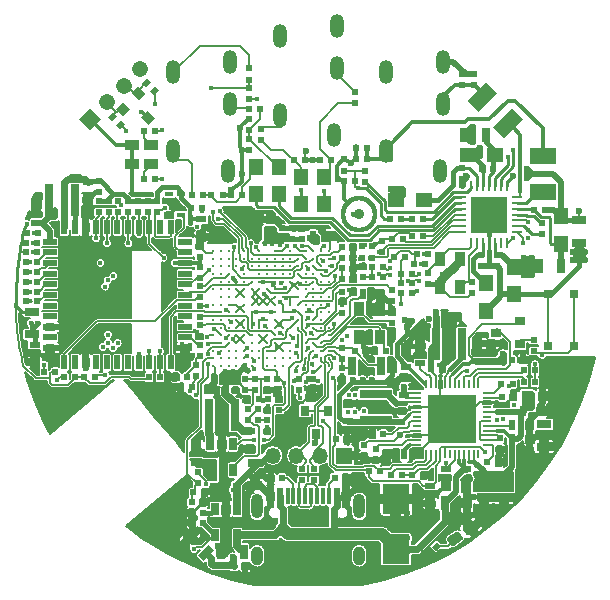
<source format=gtl>
%MOIN*%
%OFA0B0*%
%FSLAX46Y46*%
%IPPOS*%
%LPD*%
%ADD10R,0.023622047244094488X0.01968503937007874*%
%ADD11R,0.01968503937007874X0.023622047244094488*%
%ADD12O,0.047244094488188976X0.07874015748031496*%
%ADD13R,0.047244094488188976X0.020078740157480318*%
%ADD14R,0.020078740157480318X0.047244094488188976*%
%ADD15C,0.011811023622047244*%
%ADD16R,0.00984251968503937X0.035433070866141732*%
%ADD17R,0.035433070866141732X0.00984251968503937*%
%ADD18R,0.12362204724409449X0.12362204724409449*%
%ADD19C,0.0039370078740157488*%
%ADD20R,0.031102362204724412X0.017322834645669291*%
%ADD21R,0.031496062992125991X0.10629921259842522*%
%ADD22R,0.035433070866141732X0.023622047244094488*%
%ADD23R,0.051181102362204731X0.027559055118110236*%
%ADD24R,0.025590551181102365X0.031496062992125991*%
%ADD25C,0.053149606299212608*%
%ADD26R,0.08858267716535434X0.051771653543307088*%
%ADD27R,0.049212598425196853X0.055118110236220472*%
%ADD28R,0.055118110236220472X0.049212598425196853*%
%ADD29R,0.029527559055118113X0.059055118110236227*%
%ADD30O,0.053149606299212608X0.053149606299212608*%
%ADD31R,0.053149606299212608X0.053149606299212608*%
%ADD32R,0.031496062992125991X0.035433070866141732*%
%ADD33R,0.023622047244094488X0.035433070866141732*%
%ADD34R,0.031496062992125991X0.0078740157480314977*%
%ADD35R,0.0078740157480314977X0.031496062992125991*%
%ADD36R,0.15944881889763779X0.15944881889763779*%
%ADD37R,0.10629921259842522X0.031496062992125991*%
%ADD38R,0.023622047244094488X0.057086614173228349*%
%ADD39O,0.03937007874015748X0.082677165354330714*%
%ADD40O,0.03937007874015748X0.062992125984251982*%
%ADD41R,0.011811023622047244X0.057086614173228349*%
%ADD42R,0.037401574803149609X0.047244094488188976*%
%ADD43R,0.025590551181102365X0.041732283464566935*%
%ADD44R,0.035433070866141732X0.031496062992125991*%
%ADD45C,0.035433070866141732*%
%ADD46R,0.027559055118110236X0.051181102362204731*%
%ADD47R,0.0905511811023622X0.0984251968503937*%
%ADD48R,0.048228346456692918X0.033464566929133861*%
%ADD49C,0.017716535433070866*%
%ADD50C,0.023622047244094488*%
%ADD51C,0.015748031496062995*%
%ADD52C,0.0078740157480314977*%
%ADD53C,0.01968503937007874*%
%ADD54C,0.031496062992125991*%
%ADD55C,0.00984251968503937*%
%ADD56C,0.005*%
%ADD57C,0.023622047244094488*%
%ADD58C,0.025590551181102365*%
%ADD59C,0.011811023622047244*%
%ADD60C,0.03937007874015748*%
D10*
X-0002677165Y0004921259D02*
X0002011810Y0000804330D03*
X0002011810Y0000841338D03*
D11*
X0001388582Y0000511811D03*
X0001351574Y0000511811D03*
D12*
X0001164566Y0001854330D03*
X0001164566Y0001590551D03*
X0001346456Y0001523622D03*
X0001355118Y0001748031D03*
X0001355118Y0001889763D03*
X0001518897Y0001734251D03*
X0001518897Y0001470472D03*
X0001700787Y0001403543D03*
X0001709448Y0001627952D03*
X0001709448Y0001769685D03*
X0000810236Y0001734251D03*
X0000810236Y0001470472D03*
X0000992125Y0001403543D03*
X0001000787Y0001627952D03*
X0001000787Y0001769685D03*
D13*
X0000398818Y0000956692D03*
X0000398818Y0001062992D03*
X0000398818Y0000814960D03*
X0000398818Y0000850393D03*
X0000398818Y0001098425D03*
X0000398818Y0001027559D03*
X0000398818Y0000992125D03*
X0000398818Y0000921259D03*
X0000398818Y0001133858D03*
X0000398818Y0000885826D03*
X0000398818Y0001169291D03*
X0000849212Y0000956692D03*
X0000849212Y0001062992D03*
X0000849212Y0000814960D03*
X0000849212Y0000850393D03*
X0000849212Y0001098425D03*
X0000849212Y0001027559D03*
X0000849212Y0000992125D03*
X0000849212Y0000921259D03*
X0000849212Y0001133858D03*
X0000849212Y0000885826D03*
X0000849212Y0001169291D03*
D14*
X0000588582Y0001217322D03*
X0000694881Y0001217322D03*
X0000446850Y0001217322D03*
X0000482283Y0001217322D03*
X0000730314Y0001217322D03*
X0000659448Y0001217322D03*
X0000624015Y0001217322D03*
X0000553149Y0001217322D03*
X0000765748Y0001217322D03*
X0000517716Y0001217322D03*
X0000801181Y0001217322D03*
X0000482283Y0000766929D03*
X0000517716Y0000766929D03*
X0000553149Y0000766929D03*
X0000588582Y0000766929D03*
X0000624015Y0000766929D03*
X0000659448Y0000766929D03*
X0000694881Y0000766929D03*
X0000730314Y0000766929D03*
X0000765748Y0000766929D03*
X0000446850Y0000766929D03*
X0000801181Y0000766929D03*
D15*
X0001174212Y0000806102D03*
X0001148622Y0001010826D03*
X0001148622Y0000959645D03*
X0001250984Y0001113188D03*
X0001148622Y0000882873D03*
X0001174212Y0000831692D03*
X0001174212Y0000908464D03*
X0001174212Y0001087598D03*
X0001174212Y0001010826D03*
X0001302165Y0001010826D03*
X0001327755Y0000806102D03*
X0001302165Y0001036417D03*
X0001327755Y0000754921D03*
X0001302165Y0000831692D03*
X0001174212Y0001062007D03*
X0001174212Y0000780511D03*
X0001225393Y0000985236D03*
X0001199803Y0000806102D03*
X0001225393Y0000882873D03*
X0001199803Y0000985236D03*
X0001225393Y0000780511D03*
X0001225393Y0001062007D03*
X0001225393Y0001010826D03*
X0001225393Y0001087598D03*
X0001225393Y0000908464D03*
X0001225393Y0000831692D03*
X0001199803Y0000882873D03*
X0001199803Y0000959645D03*
X0001199803Y0001010826D03*
X0001225393Y0000959645D03*
X0001199803Y0001036417D03*
X0001225393Y0000754921D03*
X0001199803Y0000831692D03*
X0001199803Y0000934055D03*
X0001225393Y0001113188D03*
X0001199803Y0001062007D03*
X0001199803Y0001087598D03*
X0001225393Y0001036417D03*
X0001199803Y0000857283D03*
X0001225393Y0000934055D03*
X0001148622Y0000985236D03*
X0001199803Y0001113188D03*
X0001199803Y0001138779D03*
X0001199803Y0000780511D03*
X0001250984Y0001138779D03*
X0001174212Y0000882873D03*
X0001327755Y0000985236D03*
X0001302165Y0000806102D03*
X0001327755Y0000882873D03*
X0001302165Y0000985236D03*
X0001327755Y0000780511D03*
X0001327755Y0001087598D03*
X0001302165Y0000882873D03*
X0001302165Y0000959645D03*
X0001148622Y0000806102D03*
X0001199803Y0000908464D03*
X0001148622Y0001138779D03*
X0001148622Y0001113188D03*
X0001148622Y0000754921D03*
X0001174212Y0001036417D03*
X0001148622Y0001087598D03*
X0001148622Y0001062007D03*
X0001174212Y0001113188D03*
X0001148622Y0000934055D03*
X0001148622Y0000831692D03*
X0001276574Y0000806102D03*
X0001250984Y0001010826D03*
X0001250984Y0000959645D03*
X0001250984Y0000882873D03*
X0001276574Y0000831692D03*
X0001276574Y0000908464D03*
X0001276574Y0001087598D03*
X0001276574Y0001010826D03*
X0001276574Y0001062007D03*
X0001276574Y0000780511D03*
X0001276574Y0000985236D03*
X0001250984Y0001036417D03*
X0001327755Y0000857283D03*
X0001250984Y0000780511D03*
X0001250984Y0000857283D03*
X0001250984Y0000908464D03*
X0001276574Y0001036417D03*
X0001250984Y0001087598D03*
X0001250984Y0001062007D03*
X0001276574Y0000934055D03*
X0001276574Y0000754921D03*
X0001276574Y0000882873D03*
X0001250984Y0000806102D03*
X0001276574Y0001138779D03*
X0001276574Y0001113188D03*
X0001276574Y0000959645D03*
X0001174212Y0000754921D03*
X0001302165Y0001087598D03*
X0001327755Y0001036417D03*
X0001302165Y0000857283D03*
X0001148622Y0001036417D03*
X0001174212Y0000985236D03*
X0001174212Y0000857283D03*
X0001174212Y0000934055D03*
X0001327755Y0000934055D03*
X0001250984Y0000985236D03*
X0001302165Y0000754921D03*
X0001302165Y0001113188D03*
X0001148622Y0000908464D03*
X0001276574Y0000857283D03*
X0001250984Y0000934055D03*
X0001302165Y0000934055D03*
X0001327755Y0001113188D03*
X0001302165Y0001062007D03*
X0001302165Y0000908464D03*
X0001225393Y0000857283D03*
X0001302165Y0001138779D03*
X0001327755Y0001138779D03*
X0001302165Y0000780511D03*
X0001250984Y0000831692D03*
X0001148622Y0000780511D03*
X0001148622Y0000857283D03*
X0001174212Y0000959645D03*
X0001071850Y0000806102D03*
X0001046259Y0001010826D03*
X0001046259Y0000959645D03*
X0001046259Y0000882873D03*
X0001071850Y0000831692D03*
X0001071850Y0000908464D03*
X0001071850Y0001087598D03*
X0001071850Y0001010826D03*
X0001071850Y0000780511D03*
X0001123031Y0000985236D03*
X0001097440Y0000806102D03*
X0001123031Y0000882873D03*
X0001097440Y0000985236D03*
X0001123031Y0000780511D03*
X0001123031Y0001062007D03*
X0001123031Y0001010826D03*
X0001123031Y0001087598D03*
X0001123031Y0000908464D03*
X0001123031Y0000831692D03*
X0001097440Y0000882873D03*
X0001097440Y0000959645D03*
X0001097440Y0001010826D03*
X0001123031Y0000806102D03*
X0001123031Y0000959645D03*
X0001097440Y0001036417D03*
X0001123031Y0000754921D03*
X0001097440Y0000831692D03*
X0001097440Y0000934055D03*
X0001123031Y0001113188D03*
X0001097440Y0001062007D03*
X0001097440Y0001087598D03*
X0001123031Y0001036417D03*
X0001097440Y0000857283D03*
X0001123031Y0000934055D03*
X0001046259Y0000985236D03*
X0001097440Y0001113188D03*
X0001097440Y0001138779D03*
X0001097440Y0000780511D03*
X0001071850Y0000882873D03*
X0001046259Y0000806102D03*
X0001097440Y0000908464D03*
X0001046259Y0001138779D03*
X0001046259Y0001113188D03*
X0001071850Y0001036417D03*
X0001046259Y0001087598D03*
X0001046259Y0001062007D03*
X0001071850Y0001113188D03*
X0001046259Y0000934055D03*
X0001046259Y0000831692D03*
X0001071850Y0000754921D03*
X0001046259Y0001036417D03*
X0001071850Y0000985236D03*
X0001071850Y0000857283D03*
X0001071850Y0000934055D03*
X0001046259Y0000908464D03*
X0001123031Y0000857283D03*
X0001046259Y0000780511D03*
X0001046259Y0000857283D03*
X0001071850Y0000959645D03*
X0001020669Y0000806102D03*
X0000995078Y0001010826D03*
X0000995078Y0000959645D03*
X0000995078Y0000882873D03*
X0001020669Y0000831692D03*
X0001020669Y0000908464D03*
X0001020669Y0001087598D03*
X0001020669Y0001010826D03*
X0001020669Y0000780511D03*
X0000995078Y0000985236D03*
X0001020669Y0000882873D03*
X0000995078Y0000806102D03*
X0000995078Y0001138779D03*
X0000995078Y0001113188D03*
X0000995078Y0000754921D03*
X0001020669Y0001036417D03*
X0000995078Y0001087598D03*
X0000995078Y0001062007D03*
X0001020669Y0001113188D03*
X0000995078Y0000934055D03*
X0000995078Y0000831692D03*
X0001020669Y0000754921D03*
X0000995078Y0001036417D03*
X0001020669Y0000985236D03*
X0001020669Y0000857283D03*
X0001020669Y0000934055D03*
X0000995078Y0000908464D03*
X0000995078Y0000780511D03*
X0000995078Y0000857283D03*
X0001020669Y0000959645D03*
X0000969488Y0000882873D03*
X0000969488Y0000831692D03*
X0000969488Y0000908464D03*
X0000969488Y0001062007D03*
X0000969488Y0000780511D03*
X0000969488Y0000806102D03*
X0000969488Y0000857283D03*
X0000969488Y0000985236D03*
X0000969488Y0000959645D03*
X0000969488Y0001138779D03*
X0000969488Y0000754921D03*
X0000969488Y0000934055D03*
X0000969488Y0001010826D03*
X0000969488Y0001087598D03*
X0000969488Y0001113188D03*
X0000969488Y0001036417D03*
X0000943897Y0000754921D03*
X0000943897Y0000780511D03*
X0000943897Y0000806102D03*
X0000943897Y0000857283D03*
X0000943897Y0000908464D03*
X0000943897Y0000959645D03*
X0000943897Y0001010826D03*
X0000943897Y0001062007D03*
X0000943897Y0001087598D03*
X0000943897Y0001113188D03*
X0000943897Y0001138779D03*
D16*
X0001881889Y0001165354D03*
X0001822834Y0001165354D03*
X0001901574Y0001165354D03*
X0001921259Y0001165354D03*
X0001842519Y0001165354D03*
X0001862204Y0001165354D03*
X0001803149Y0001165354D03*
X0001842519Y0001354330D03*
X0001901574Y0001354330D03*
X0001822834Y0001354330D03*
X0001803149Y0001354330D03*
X0001881889Y0001354330D03*
X0001862204Y0001354330D03*
X0001921259Y0001354330D03*
D17*
X0001956692Y0001240157D03*
X0001956692Y0001299212D03*
X0001956692Y0001220472D03*
X0001956692Y0001200787D03*
X0001956692Y0001279527D03*
X0001956692Y0001259842D03*
X0001956692Y0001318897D03*
X0001767716Y0001240157D03*
X0001767716Y0001220472D03*
X0001767716Y0001200787D03*
X0001767716Y0001318897D03*
X0001767716Y0001299212D03*
X0001767716Y0001279527D03*
X0001767716Y0001259842D03*
D18*
X0001862204Y0001259842D03*
D19*
G36*
X0000731040Y0001672531D02*
G01*
X0000747743Y0001689235D01*
X0000761663Y0001675315D01*
X0000744960Y0001658612D01*
X0000731040Y0001672531D01*
G37*
G36*
X0000704872Y0001698700D02*
G01*
X0000721575Y0001715403D01*
X0000735494Y0001701484D01*
X0000718791Y0001684780D01*
X0000704872Y0001698700D01*
G37*
G36*
X0000617851Y0001559342D02*
G01*
X0000634554Y0001576046D01*
X0000648474Y0001562126D01*
X0000631771Y0001545423D01*
X0000617851Y0001559342D01*
G37*
G36*
X0000591683Y0001585511D02*
G01*
X0000608386Y0001602214D01*
X0000622305Y0001588295D01*
X0000605602Y0001571591D01*
X0000591683Y0001585511D01*
G37*
D20*
X0000835433Y0001329133D03*
X0000835433Y0001258267D03*
X0000796062Y0001258267D03*
X0000796062Y0001329133D03*
D21*
X0000482677Y0001308661D03*
X0000396062Y0001308661D03*
D22*
X0000353936Y0001290944D03*
X0000353936Y0001231889D03*
D23*
X0002162992Y0001240157D03*
X0002162992Y0001165354D03*
D11*
X0001473228Y0001052755D03*
X0001510236Y0001052755D03*
X0001473622Y0001086220D03*
X0001510629Y0001086220D03*
X0001569488Y0001030708D03*
X0001606496Y0001030708D03*
X0001569094Y0001063385D03*
X0001606102Y0001063385D03*
D10*
X0001374015Y0000933267D03*
X0001374015Y0000970275D03*
D11*
X0001607086Y0000998031D03*
X0001570078Y0000998031D03*
D10*
X0001440354Y0001153543D03*
X0001440354Y0001116535D03*
X0001228346Y0000675393D03*
X0001228346Y0000712401D03*
X0001372047Y0000776771D03*
X0001372047Y0000813779D03*
X0000898622Y0000853543D03*
X0000898622Y0000890551D03*
X0000898622Y0000955511D03*
X0000898622Y0000918503D03*
D11*
X0001409448Y0001116141D03*
X0001372440Y0001116141D03*
X0001057283Y0000643700D03*
X0001094291Y0000643700D03*
D10*
X0001082677Y0000675393D03*
X0001082677Y0000712401D03*
D11*
X0001409448Y0001080708D03*
X0001372440Y0001080708D03*
D10*
X0000627165Y0001268897D03*
X0000627165Y0001305905D03*
D11*
X0000356299Y0001101181D03*
X0000319291Y0001101181D03*
D10*
X0000898622Y0001049409D03*
X0000898622Y0001086417D03*
D11*
X0000766141Y0000717716D03*
X0000729133Y0000717716D03*
D10*
X0000756692Y0001268897D03*
X0000756692Y0001305905D03*
X0000659448Y0001268897D03*
X0000659448Y0001305905D03*
X0000594881Y0001268897D03*
X0000594881Y0001305905D03*
X0000562598Y0001268897D03*
X0000562598Y0001305905D03*
D11*
X0000356102Y0001068503D03*
X0000319094Y0001068503D03*
X0000356102Y0001003149D03*
X0000319094Y0001003149D03*
X0000356102Y0001035826D03*
X0000319094Y0001035826D03*
X0000356102Y0000970472D03*
X0000319094Y0000970472D03*
D10*
X0000724409Y0001268897D03*
X0000724409Y0001305905D03*
X0000692125Y0001268897D03*
X0000692125Y0001305905D03*
X0001771653Y0001729133D03*
X0001771653Y0001692125D03*
X0001102362Y0001509055D03*
X0001102362Y0001546062D03*
X0001417322Y0001631102D03*
X0001417322Y0001668110D03*
D11*
X0001213779Y0001440944D03*
X0001250787Y0001440944D03*
X0001418503Y0001444881D03*
X0001455511Y0001444881D03*
X0001335433Y0001440944D03*
X0001298425Y0001440944D03*
D10*
X0002039370Y0001194094D03*
X0002039370Y0001231102D03*
D11*
X0000974212Y0001324803D03*
X0000937204Y0001324803D03*
D10*
X0001474015Y0001153543D03*
X0001474015Y0001116535D03*
X0001507086Y0001173228D03*
X0001507086Y0001136220D03*
D11*
X0001538582Y0001177559D03*
X0001575590Y0001177559D03*
X0001605118Y0001187007D03*
X0001642125Y0001187007D03*
D10*
X0001062992Y0001579527D03*
X0001062992Y0001542519D03*
D11*
X0001643503Y0001245078D03*
X0001606496Y0001245078D03*
X0001099212Y0001612204D03*
X0001062204Y0001612204D03*
X0000908267Y0001324803D03*
X0000871259Y0001324803D03*
D10*
X0001449803Y0001369291D03*
X0001449803Y0001406299D03*
X0001377952Y0001443700D03*
X0001377952Y0001406692D03*
X0001062992Y0001746850D03*
X0001062992Y0001709842D03*
X0001062992Y0001681889D03*
X0001062992Y0001644881D03*
D11*
X0001372440Y0001151574D03*
X0001409448Y0001151574D03*
X0000914173Y0000333661D03*
X0000877165Y0000333661D03*
D10*
X0000891732Y0000364370D03*
X0000891732Y0000401377D03*
D11*
X0000871259Y0000265748D03*
X0000908267Y0000265748D03*
X0000871259Y0000233267D03*
X0000908267Y0000233267D03*
D10*
X0001163385Y0000646456D03*
X0001163385Y0000609448D03*
X0001124015Y0000537598D03*
X0001124015Y0000574606D03*
X0001091535Y0000575000D03*
X0001091535Y0000612007D03*
X0001059055Y0000575984D03*
X0001059055Y0000612992D03*
D11*
X0001607480Y0000391732D03*
X0001644488Y0000391732D03*
X0001571653Y0000391732D03*
X0001534645Y0000391732D03*
X0001498818Y0000403543D03*
X0001461810Y0000403543D03*
X0001384645Y0000381889D03*
X0001347637Y0000381889D03*
X0001135039Y0000381889D03*
X0001172047Y0000381889D03*
D10*
X0001279527Y0000412204D03*
X0001279527Y0000375196D03*
X0001240157Y0000412204D03*
X0001240157Y0000375196D03*
D11*
X0001050000Y0000087598D03*
X0001012992Y0000087598D03*
X0002016535Y0000700787D03*
X0001979527Y0000700787D03*
X0002016535Y0000740157D03*
X0001979527Y0000740157D03*
X0001940944Y0000694881D03*
X0001903937Y0000694881D03*
X0001975196Y0000775590D03*
X0001938188Y0000775590D03*
D10*
X0001484251Y0000441141D03*
X0001484251Y0000478149D03*
D11*
X0001894488Y0000435039D03*
X0001857480Y0000435039D03*
D19*
G36*
X0001675455Y0000181798D02*
G01*
X0001658752Y0000165095D01*
X0001644832Y0000179015D01*
X0001661535Y0000195718D01*
X0001675455Y0000181798D01*
G37*
G36*
X0001701623Y0000155630D02*
G01*
X0001684920Y0000138927D01*
X0001671001Y0000152846D01*
X0001687704Y0000169549D01*
X0001701623Y0000155630D01*
G37*
D11*
X0000869291Y0001281496D03*
X0000906299Y0001281496D03*
X0000512992Y0000717519D03*
X0000549999Y0000717519D03*
X0000484055Y0000717519D03*
X0000447047Y0000717519D03*
X0000417125Y0000734251D03*
X0000380118Y0000734251D03*
X0000319685Y0001133858D03*
X0000356692Y0001133858D03*
X0000319291Y0001166535D03*
X0000356299Y0001166535D03*
X0000322440Y0001199212D03*
X0000359448Y0001199212D03*
X0000711811Y0001539370D03*
X0000748818Y0001539370D03*
X0000711811Y0001377952D03*
X0000748818Y0001377952D03*
D10*
X0000898622Y0000984448D03*
X0000898622Y0001021456D03*
X0001050196Y0000675393D03*
X0001050196Y0000712401D03*
X0001835629Y0001087795D03*
X0001835629Y0001124803D03*
X0000885826Y0000759645D03*
X0000885826Y0000722637D03*
D24*
X0002144685Y0000996062D03*
X0002144685Y0000822834D03*
X0002060039Y0000996062D03*
X0002060039Y0000822834D03*
D25*
X0000700383Y0001744201D02*
X0000700383Y0001744201D01*
X0000644222Y0001689012D02*
X0000644222Y0001689012D01*
X0000588061Y0001633822D02*
X0000588061Y0001633822D01*
D19*
G36*
X0000569480Y0001578304D02*
G01*
X0000531571Y0001541051D01*
X0000494318Y0001578960D01*
X0000532227Y0001616213D01*
X0000569480Y0001578304D01*
G37*
D11*
X0001410236Y0001045275D03*
X0001373228Y0001045275D03*
D26*
X0002041338Y0001456200D03*
X0002041338Y0001335137D03*
D19*
G36*
X0001890678Y0001664084D02*
G01*
X0001828041Y0001601447D01*
X0001791433Y0001638055D01*
X0001854070Y0001700692D01*
X0001890678Y0001664084D01*
G37*
G36*
X0001976283Y0001578480D02*
G01*
X0001913645Y0001515842D01*
X0001877037Y0001552450D01*
X0001939675Y0001615088D01*
X0001976283Y0001578480D01*
G37*
D27*
X0002102362Y0001253936D03*
X0002102362Y0001163385D03*
D28*
X0001554133Y0001307086D03*
X0001644685Y0001307086D03*
D27*
X0001236220Y0001385826D03*
X0001236220Y0001295275D03*
X0001312992Y0001385826D03*
X0001312992Y0001295275D03*
X0001851377Y0000939960D03*
X0001851377Y0001030511D03*
X0001944881Y0000996062D03*
X0001944881Y0001086614D03*
X0001161417Y0001417322D03*
X0001161417Y0001326771D03*
X0001084645Y0001417322D03*
X0001084645Y0001326771D03*
D28*
X0001792322Y0001458661D03*
X0001882874Y0001458661D03*
D29*
X0001407480Y0000755905D03*
X0001501968Y0000755905D03*
D30*
X0001141732Y0000456692D03*
X0001220472Y0000456692D03*
X0001299212Y0000456692D03*
D31*
X0001377952Y0000456692D03*
D32*
X0001287401Y0000527559D03*
X0001250000Y0000606299D03*
X0001324803Y0000606299D03*
D19*
G36*
X0000701026Y0001583789D02*
G01*
X0000723297Y0001606060D01*
X0000748352Y0001581005D01*
X0000726081Y0001558734D01*
X0000701026Y0001583789D01*
G37*
G36*
X0000618901Y0001613020D02*
G01*
X0000641172Y0001635291D01*
X0000666227Y0001610236D01*
X0000643956Y0001587965D01*
X0000618901Y0001613020D01*
G37*
G36*
X0000671795Y0001665913D02*
G01*
X0000694066Y0001688184D01*
X0000719121Y0001663130D01*
X0000696850Y0001640858D01*
X0000671795Y0001665913D01*
G37*
D33*
X0001336220Y0001188188D03*
X0001277165Y0001188188D03*
D10*
X0001572834Y0000606102D03*
X0001572834Y0000569094D03*
D11*
X0001707480Y0000746062D03*
X0001670472Y0000746062D03*
D34*
X0001857283Y0000665354D03*
X0001857283Y0000649606D03*
X0001857283Y0000633858D03*
X0001857283Y0000618110D03*
X0001857283Y0000602362D03*
X0001857283Y0000586614D03*
X0001857283Y0000570866D03*
X0001857283Y0000555118D03*
X0001857283Y0000539370D03*
X0001857283Y0000523622D03*
X0001857283Y0000507874D03*
X0001857283Y0000492125D03*
D35*
X0001826771Y0000461614D03*
X0001811023Y0000461614D03*
X0001795275Y0000461614D03*
X0001779527Y0000461614D03*
X0001763779Y0000461614D03*
X0001748031Y0000461614D03*
X0001732283Y0000461614D03*
X0001716535Y0000461614D03*
X0001700787Y0000461614D03*
X0001685039Y0000461614D03*
X0001669291Y0000461614D03*
X0001653543Y0000461614D03*
D34*
X0001623031Y0000492125D03*
X0001623031Y0000507874D03*
X0001623031Y0000523622D03*
X0001623031Y0000539370D03*
X0001623031Y0000555118D03*
X0001623031Y0000570866D03*
X0001623031Y0000586614D03*
X0001623031Y0000602362D03*
X0001623031Y0000618110D03*
X0001623031Y0000633858D03*
X0001623031Y0000649606D03*
X0001623031Y0000665354D03*
D35*
X0001653543Y0000695866D03*
X0001669291Y0000695866D03*
X0001685039Y0000695866D03*
X0001700787Y0000695866D03*
X0001716535Y0000695866D03*
X0001732283Y0000695866D03*
X0001748031Y0000695866D03*
X0001763779Y0000695866D03*
X0001779527Y0000695866D03*
X0001795275Y0000695866D03*
X0001811023Y0000695866D03*
X0001826771Y0000695866D03*
D36*
X0001740157Y0000578740D03*
D21*
X0001014763Y0000592519D03*
X0000928149Y0000592519D03*
D37*
X0001484251Y0000574803D03*
X0001484251Y0000661417D03*
D19*
G36*
X0001758232Y0000203034D02*
G01*
X0001759044Y0000202917D01*
X0001759842Y0000202721D01*
X0001760616Y0000202448D01*
X0001761360Y0000202100D01*
X0001762066Y0000201681D01*
X0001762727Y0000201195D01*
X0001763338Y0000200646D01*
X0001763892Y0000200040D01*
X0001764384Y0000199383D01*
X0001773740Y0000185511D01*
X0001774166Y0000184809D01*
X0001774520Y0000184068D01*
X0001774800Y0000183296D01*
X0001775003Y0000182501D01*
X0001775127Y0000181689D01*
X0001775171Y0000180869D01*
X0001775134Y0000180049D01*
X0001775017Y0000179236D01*
X0001774821Y0000178439D01*
X0001774548Y0000177665D01*
X0001774200Y0000176921D01*
X0001773781Y0000176215D01*
X0001773295Y0000175554D01*
X0001772746Y0000174943D01*
X0001772140Y0000174389D01*
X0001771483Y0000173897D01*
X0001745371Y0000156284D01*
X0001744669Y0000155859D01*
X0001743928Y0000155505D01*
X0001743157Y0000155225D01*
X0001742361Y0000155022D01*
X0001741550Y0000154898D01*
X0001740730Y0000154854D01*
X0001739910Y0000154891D01*
X0001739097Y0000155008D01*
X0001738300Y0000155204D01*
X0001737525Y0000155477D01*
X0001736782Y0000155825D01*
X0001736076Y0000156244D01*
X0001735414Y0000156730D01*
X0001734803Y0000157279D01*
X0001734249Y0000157885D01*
X0001733757Y0000158542D01*
X0001724401Y0000172414D01*
X0001723976Y0000173116D01*
X0001723621Y0000173857D01*
X0001723341Y0000174628D01*
X0001723138Y0000175424D01*
X0001723014Y0000176236D01*
X0001722971Y0000177055D01*
X0001723007Y0000177876D01*
X0001723124Y0000178688D01*
X0001723320Y0000179486D01*
X0001723593Y0000180260D01*
X0001723941Y0000181004D01*
X0001724360Y0000181710D01*
X0001724846Y0000182371D01*
X0001725395Y0000182982D01*
X0001726001Y0000183536D01*
X0001726658Y0000184028D01*
X0001752770Y0000201640D01*
X0001753472Y0000202065D01*
X0001754213Y0000202420D01*
X0001754985Y0000202700D01*
X0001755780Y0000202903D01*
X0001756592Y0000203027D01*
X0001757412Y0000203070D01*
X0001758232Y0000203034D01*
G37*
G36*
X0001811271Y0000238809D02*
G01*
X0001812083Y0000238692D01*
X0001812881Y0000238496D01*
X0001813655Y0000238223D01*
X0001814398Y0000237875D01*
X0001815105Y0000237456D01*
X0001815766Y0000236970D01*
X0001816377Y0000236421D01*
X0001816931Y0000235815D01*
X0001817423Y0000235158D01*
X0001826779Y0000221286D01*
X0001827204Y0000220584D01*
X0001827559Y0000219843D01*
X0001827839Y0000219071D01*
X0001828042Y0000218276D01*
X0001828166Y0000217464D01*
X0001828210Y0000216644D01*
X0001828173Y0000215824D01*
X0001828056Y0000215011D01*
X0001827860Y0000214214D01*
X0001827587Y0000213440D01*
X0001827239Y0000212696D01*
X0001826820Y0000211990D01*
X0001826334Y0000211329D01*
X0001825785Y0000210718D01*
X0001825179Y0000210164D01*
X0001824522Y0000209672D01*
X0001798410Y0000192060D01*
X0001797708Y0000191634D01*
X0001796967Y0000191280D01*
X0001796195Y0000191000D01*
X0001795400Y0000190797D01*
X0001794588Y0000190673D01*
X0001793769Y0000190629D01*
X0001792948Y0000190666D01*
X0001792136Y0000190783D01*
X0001791338Y0000190979D01*
X0001790564Y0000191252D01*
X0001789820Y0000191600D01*
X0001789114Y0000192019D01*
X0001788453Y0000192505D01*
X0001787842Y0000193054D01*
X0001787288Y0000193660D01*
X0001786796Y0000194317D01*
X0001777440Y0000208189D01*
X0001777014Y0000208891D01*
X0001776660Y0000209632D01*
X0001776380Y0000210404D01*
X0001776177Y0000211199D01*
X0001776053Y0000212011D01*
X0001776009Y0000212831D01*
X0001776046Y0000213651D01*
X0001776163Y0000214463D01*
X0001776359Y0000215261D01*
X0001776632Y0000216035D01*
X0001776980Y0000216779D01*
X0001777399Y0000217485D01*
X0001777885Y0000218146D01*
X0001778434Y0000218757D01*
X0001779040Y0000219311D01*
X0001779697Y0000219803D01*
X0001805809Y0000237415D01*
X0001806511Y0000237840D01*
X0001807252Y0000238195D01*
X0001808023Y0000238475D01*
X0001808819Y0000238678D01*
X0001809631Y0000238802D01*
X0001810450Y0000238846D01*
X0001811271Y0000238809D01*
G37*
D10*
X0001897637Y0000477559D03*
X0001897637Y0000514566D03*
D38*
X0001165354Y0000322834D03*
X0001354330Y0000322834D03*
X0001385826Y0000322834D03*
X0001133858Y0000322834D03*
D39*
X0001089763Y0000286810D03*
X0001429921Y0000286810D03*
D40*
X0001089763Y0000122244D03*
X0001429921Y0000122244D03*
D38*
X0001385826Y0000322834D03*
X0001354330Y0000322834D03*
D41*
X0001328740Y0000322834D03*
X0001309055Y0000322834D03*
X0001289370Y0000322834D03*
X0001269685Y0000322834D03*
X0001250000Y0000322834D03*
X0001230314Y0000322834D03*
X0001210629Y0000322834D03*
X0001190944Y0000322834D03*
D38*
X0001165354Y0000322834D03*
X0001133858Y0000322834D03*
D42*
X0001499015Y0000944881D03*
X0001499015Y0000850393D03*
X0001430118Y0000850393D03*
X0001430118Y0000944881D03*
X0001697834Y0001017716D03*
X0001697834Y0001112204D03*
X0001766732Y0001112204D03*
X0001766732Y0001017716D03*
D43*
X0001023622Y0000190944D03*
X0000948818Y0000190944D03*
X0000948818Y0000277559D03*
X0000986220Y0000277559D03*
X0001023622Y0000277559D03*
X0001008858Y0000408464D03*
X0000934055Y0000408464D03*
X0000934055Y0000495078D03*
X0000971456Y0000495078D03*
X0001008858Y0000495078D03*
D44*
X0001885826Y0000866141D03*
X0001964566Y0000903543D03*
X0001964566Y0000828740D03*
D19*
G36*
X0001478148Y0001298162D02*
G01*
X0001481475Y0001293183D01*
X0001484298Y0001287901D01*
X0001486590Y0001282369D01*
X0001488328Y0001276638D01*
X0001489497Y0001270765D01*
X0001490083Y0001264805D01*
X0001490083Y0001258816D01*
X0001489497Y0001252856D01*
X0001488328Y0001246983D01*
X0001486590Y0001241252D01*
X0001484298Y0001235720D01*
X0001481475Y0001230438D01*
X0001478148Y0001225459D01*
X0001474349Y0001220830D01*
X0001470114Y0001216595D01*
X0001465485Y0001212796D01*
X0001460506Y0001209469D01*
X0001455224Y0001206646D01*
X0001449692Y0001204354D01*
X0001443961Y0001202616D01*
X0001438087Y0001201447D01*
X0001432128Y0001200860D01*
X0001426139Y0001200860D01*
X0001420179Y0001201447D01*
X0001414306Y0001202616D01*
X0001408575Y0001204354D01*
X0001403042Y0001206646D01*
X0001397761Y0001209469D01*
X0001392782Y0001212796D01*
X0001388152Y0001216595D01*
X0001383918Y0001220830D01*
X0001380119Y0001225459D01*
X0001376792Y0001230438D01*
X0001373969Y0001235720D01*
X0001371677Y0001241252D01*
X0001369939Y0001246983D01*
X0001368770Y0001252856D01*
X0001368183Y0001258816D01*
X0001368183Y0001264805D01*
X0001368770Y0001270765D01*
X0001369939Y0001276638D01*
X0001371677Y0001282369D01*
X0001373969Y0001287901D01*
X0001376792Y0001293183D01*
X0001380119Y0001298162D01*
X0001383918Y0001302791D01*
X0001385302Y0001304176D01*
X0001385717Y0001304681D01*
X0001386263Y0001305227D01*
X0001386768Y0001305642D01*
X0001387606Y0001306480D01*
X0001398728Y0001295358D01*
X0001395586Y0001292216D01*
X0001392768Y0001288781D01*
X0001390299Y0001285087D01*
X0001388205Y0001281168D01*
X0001386504Y0001277063D01*
X0001385215Y0001272812D01*
X0001384348Y0001268454D01*
X0001383912Y0001264032D01*
X0001383912Y0001259589D01*
X0001384348Y0001255167D01*
X0001385215Y0001250809D01*
X0001386504Y0001246558D01*
X0001388205Y0001242453D01*
X0001390299Y0001238534D01*
X0001392768Y0001234840D01*
X0001395586Y0001231405D01*
X0001398728Y0001228264D01*
X0001402163Y0001225445D01*
X0001405857Y0001222976D01*
X0001409776Y0001220882D01*
X0001413880Y0001219182D01*
X0001418132Y0001217892D01*
X0001422490Y0001217025D01*
X0001426912Y0001216589D01*
X0001431355Y0001216589D01*
X0001435777Y0001217025D01*
X0001440134Y0001217892D01*
X0001444386Y0001219182D01*
X0001448491Y0001220882D01*
X0001452410Y0001222976D01*
X0001456104Y0001225445D01*
X0001459539Y0001228264D01*
X0001462680Y0001231405D01*
X0001465499Y0001234840D01*
X0001467968Y0001238534D01*
X0001470062Y0001242453D01*
X0001471762Y0001246558D01*
X0001473052Y0001250809D01*
X0001473919Y0001255167D01*
X0001474354Y0001259589D01*
X0001474354Y0001264032D01*
X0001473919Y0001268454D01*
X0001473052Y0001272812D01*
X0001471762Y0001277063D01*
X0001470062Y0001281168D01*
X0001467968Y0001285087D01*
X0001465499Y0001288781D01*
X0001462680Y0001292216D01*
X0001459539Y0001295358D01*
X0001456104Y0001298176D01*
X0001452410Y0001300645D01*
X0001448491Y0001302739D01*
X0001444386Y0001304439D01*
X0001440134Y0001305729D01*
X0001435777Y0001306596D01*
X0001431355Y0001307032D01*
X0001426912Y0001307032D01*
X0001422490Y0001306596D01*
X0001418132Y0001305729D01*
X0001413880Y0001304439D01*
X0001409776Y0001302739D01*
X0001405857Y0001300645D01*
X0001402163Y0001298176D01*
X0001398728Y0001295358D01*
X0001387606Y0001306480D01*
X0001388152Y0001307026D01*
X0001392782Y0001310825D01*
X0001397761Y0001314152D01*
X0001403042Y0001316975D01*
X0001408575Y0001319267D01*
X0001414306Y0001321005D01*
X0001420179Y0001322174D01*
X0001426139Y0001322761D01*
X0001432128Y0001322761D01*
X0001438087Y0001322174D01*
X0001443961Y0001321005D01*
X0001449692Y0001319267D01*
X0001455224Y0001316975D01*
X0001460506Y0001314152D01*
X0001465485Y0001310825D01*
X0001470114Y0001307026D01*
X0001474349Y0001302791D01*
X0001478148Y0001298162D01*
G37*
D45*
X0001429133Y0001261810D03*
D21*
X0001685039Y0000826771D03*
X0001771653Y0000826771D03*
D46*
X0001778543Y0001524606D03*
X0001853346Y0001524606D03*
X0002027559Y0001087598D03*
X0002102362Y0001087598D03*
D23*
X0000340157Y0000861023D03*
X0000340157Y0000935826D03*
D47*
X0001553149Y0000312992D03*
X0001553149Y0000143700D03*
D48*
X0000736909Y0001490354D03*
X0000672933Y0001490354D03*
X0000736909Y0001427165D03*
X0000672933Y0001427165D03*
D23*
X0002046259Y0000486220D03*
X0002046259Y0000561023D03*
D11*
X0001648425Y0001096456D03*
X0001611417Y0001096456D03*
X0001658267Y0001128740D03*
X0001621259Y0001128740D03*
D10*
X0001440944Y0001050393D03*
X0001440944Y0001087401D03*
D11*
X0001582283Y0001117716D03*
X0001545275Y0001117716D03*
X0001410236Y0001001968D03*
X0001373228Y0001001968D03*
X0001451574Y0000806102D03*
X0001414566Y0000806102D03*
D10*
X0001372047Y0000710826D03*
X0001372047Y0000747834D03*
D22*
X0001267716Y0000651574D03*
X0001267716Y0000710629D03*
D11*
X0001480511Y0000806102D03*
X0001517519Y0000806102D03*
D10*
X0001538385Y0000935826D03*
X0001538385Y0000898818D03*
D33*
X0001499999Y0000995669D03*
X0001440944Y0000995669D03*
D10*
X0001155511Y0000675196D03*
X0001155511Y0000712204D03*
X0001125000Y0000608464D03*
X0001125000Y0000645472D03*
X0001539370Y0000972637D03*
X0001539370Y0001009645D03*
X0001122047Y0000675393D03*
X0001122047Y0000712401D03*
X0000898622Y0000825590D03*
X0000898622Y0000788582D03*
D11*
X0000855118Y0000718503D03*
X0000818110Y0000718503D03*
D10*
X0000562598Y0001334251D03*
X0000562598Y0001371259D03*
D11*
X0000870866Y0000686023D03*
X0000833858Y0000686023D03*
D22*
X0000524803Y0001309842D03*
X0000524803Y0001368897D03*
D10*
X0000898622Y0001155314D03*
X0000898622Y0001118307D03*
D22*
X0000903543Y0001186023D03*
X0000903543Y0001245078D03*
D10*
X0001811023Y0001729133D03*
X0001811023Y0001692125D03*
D11*
X0001418503Y0001480314D03*
X0001455511Y0001480314D03*
D10*
X0001888779Y0001087795D03*
X0001888779Y0001124803D03*
X0001773622Y0001378149D03*
X0001773622Y0001415157D03*
D11*
X0002049999Y0001275590D03*
X0002012992Y0001275590D03*
X0001839763Y0001411417D03*
X0001876771Y0001411417D03*
X0001003149Y0001324803D03*
X0001040157Y0001324803D03*
D10*
X0001806102Y0000999212D03*
X0001806102Y0001036220D03*
X0001658464Y0001028740D03*
X0001658464Y0001065747D03*
X0001062992Y0001475590D03*
X0001062992Y0001512598D03*
D11*
X0001533661Y0001245078D03*
X0001570669Y0001245078D03*
X0001379133Y0001372047D03*
X0001416141Y0001372047D03*
D46*
X0000946850Y0000342519D03*
X0001021653Y0000342519D03*
D11*
X0000908267Y0000301181D03*
X0000871259Y0000301181D03*
D23*
X0001081692Y0000357283D03*
X0001081692Y0000432086D03*
D46*
X0000970472Y0000133858D03*
X0001045275Y0000133858D03*
D33*
X0000926181Y0000678149D03*
X0000985236Y0000678149D03*
D22*
X0001135433Y0001243110D03*
X0001135433Y0001184055D03*
D11*
X0000948031Y0000716535D03*
X0000985039Y0000716535D03*
D10*
X0001173622Y0001215354D03*
X0001173622Y0001178346D03*
X0001205905Y0001215354D03*
X0001205905Y0001178346D03*
X0001017716Y0000675393D03*
X0001017716Y0000712401D03*
X0001238188Y0001215354D03*
X0001238188Y0001178346D03*
D22*
X0001066929Y0000478346D03*
X0001066929Y0000537401D03*
X0000885826Y0000491141D03*
X0000885826Y0000432086D03*
X0001633858Y0000822834D03*
X0001633858Y0000763779D03*
D33*
X0001998031Y0000511811D03*
X0001938976Y0000511811D03*
X0001998031Y0000559055D03*
X0001938976Y0000559055D03*
D22*
X0001586614Y0000811023D03*
X0001586614Y0000751968D03*
X0001667322Y0000297244D03*
X0001667322Y0000356299D03*
X0001578740Y0000716535D03*
X0001578740Y0000657480D03*
X0001393700Y0000629921D03*
X0001393700Y0000570866D03*
D33*
X0001744094Y0000917322D03*
X0001685039Y0000917322D03*
D22*
X0001870078Y0000829724D03*
X0001870078Y0000770669D03*
D33*
X0002040354Y0000655511D03*
X0001981299Y0000655511D03*
D22*
X0001822834Y0000829724D03*
X0001822834Y0000770669D03*
D33*
X0002035433Y0000604330D03*
X0001976377Y0000604330D03*
D22*
X0001785433Y0000352362D03*
X0001785433Y0000411417D03*
D19*
G36*
X0000894108Y0000193263D02*
G01*
X0000857917Y0000157072D01*
X0000838430Y0000176559D01*
X0000874621Y0000212750D01*
X0000894108Y0000193263D01*
G37*
G36*
X0000947002Y0000140369D02*
G01*
X0000910811Y0000104178D01*
X0000891324Y0000123665D01*
X0000927515Y0000159856D01*
X0000947002Y0000140369D01*
G37*
D11*
X0001943700Y0000652755D03*
X0001906692Y0000652755D03*
D46*
X0001789370Y0000299212D03*
X0001714566Y0000299212D03*
D23*
X0001844488Y0000316929D03*
X0001844488Y0000391732D03*
D33*
X0001580708Y0000460629D03*
X0001521653Y0000460629D03*
D10*
X0001444881Y0000453937D03*
X0001444881Y0000490944D03*
D11*
X0001473622Y0000527559D03*
X0001510629Y0000527559D03*
D22*
X0001718503Y0000352362D03*
X0001718503Y0000411417D03*
D23*
X0001911417Y0000316929D03*
X0001911417Y0000391732D03*
D22*
X0000348031Y0000767519D03*
X0000348031Y0000826574D03*
D49*
X0001373228Y0000960059D03*
D50*
X0001590551Y0000312992D03*
X0001543307Y0000312992D03*
X0001543307Y0000265748D03*
X0001590551Y0000265748D03*
D49*
X0000828346Y0001228740D03*
D50*
X0001283464Y0000651574D03*
X0000506889Y0000900590D03*
X0000403543Y0000814960D03*
X0000517716Y0000779527D03*
X0000517716Y0000749999D03*
D49*
X0000972440Y0001213582D03*
X0001914370Y0001262795D03*
X0001914370Y0001312007D03*
D50*
X0001462598Y0000836614D03*
X0001462598Y0000864173D03*
X0001681102Y0000637795D03*
X0001771653Y0001358267D03*
X0001787401Y0001388779D03*
X0002143307Y0001108267D03*
X0002182677Y0001135826D03*
X0002143307Y0001135826D03*
X0002182677Y0001108267D03*
X0001631496Y0000879921D03*
X0001710629Y0001057086D03*
X0001740157Y0001074803D03*
X0001720472Y0000637795D03*
X0001759842Y0000637795D03*
X0001799212Y0000637795D03*
X0001681102Y0000598425D03*
X0001720472Y0000598425D03*
X0001759842Y0000598425D03*
X0001799212Y0000598425D03*
X0001681102Y0000559055D03*
X0001720472Y0000559055D03*
X0001759842Y0000559055D03*
X0001799212Y0000559055D03*
X0001681102Y0000519685D03*
X0001720472Y0000519685D03*
X0001759842Y0000519685D03*
X0001799212Y0000519685D03*
D49*
X0001618110Y0000793307D03*
X0001645669Y0000793307D03*
X0001594488Y0000781496D03*
X0001694881Y0000759842D03*
X0001110039Y0000844291D03*
X0001085137Y0000971948D03*
X0001084153Y0000998523D03*
X0001032972Y0000998523D03*
X0001033464Y0000946850D03*
D50*
X0001465551Y0000931102D03*
D49*
X0001263779Y0000942913D03*
D50*
X0001622047Y0000462598D03*
X0001798228Y0000379921D03*
X0001724409Y0000379921D03*
X0001681102Y0000326771D03*
X0001653543Y0000326771D03*
X0001751968Y0000297244D03*
X0001826771Y0000279527D03*
X0001850393Y0000253937D03*
X0001905511Y0000281496D03*
X0001956692Y0000322834D03*
X0001968503Y0000433070D03*
X0001968503Y0000393700D03*
X0001968503Y0000354330D03*
X0002007874Y0000433070D03*
X0002047244Y0000433070D03*
X0002096456Y0000531496D03*
X0002096456Y0000570866D03*
X0002096456Y0000610236D03*
X0002096456Y0000649606D03*
X0002066929Y0000688976D03*
X0001545275Y0000696850D03*
X0001468503Y0000740551D03*
X0001440944Y0000740551D03*
X0001468503Y0000781496D03*
X0001537401Y0000854330D03*
X0001730314Y0000872047D03*
X0001730314Y0000832677D03*
X0001730314Y0000793307D03*
X0001714566Y0000903543D03*
X0001649606Y0000854330D03*
X0001612204Y0000854330D03*
X0001714566Y0000931102D03*
X0001812992Y0000800196D03*
X0001846456Y0000800196D03*
X0001879921Y0000800196D03*
X0001909448Y0000826771D03*
X0002066929Y0000728346D03*
X0002064960Y0000767716D03*
X0002106299Y0000767716D03*
X0002145669Y0000767716D03*
X0002185039Y0000766929D03*
X0001622047Y0000348425D03*
X0001622047Y0000316929D03*
X0001622047Y0000283464D03*
X0001431102Y0000376968D03*
D49*
X0001667322Y0000384842D03*
D50*
X0001907480Y0000470472D03*
X0001907480Y0000435039D03*
X0001465551Y0000958267D03*
X0001964174Y0000774606D03*
D49*
X0001154527Y0000818897D03*
X0001187007Y0000981496D03*
X0001344476Y0000896541D03*
X0000921259Y0000954724D03*
X0001070866Y0001244094D03*
X0000816929Y0000826771D03*
X0000865157Y0000825787D03*
X0000840551Y0000826771D03*
X0001532283Y0001105118D03*
X0001424409Y0001087795D03*
X0001396850Y0001007303D03*
X0001207480Y0000916535D03*
X0001109823Y0000910485D03*
X0001372047Y0000724803D03*
X0001347047Y0000782480D03*
D50*
X0001322215Y0001178851D03*
D49*
X0000888188Y0000867518D03*
X0001168501Y0001031893D03*
X0001010190Y0001048090D03*
X0001038136Y0001079468D03*
X0000871653Y0001200787D03*
X0001034390Y0000895187D03*
D50*
X0000403543Y0000773622D03*
X0000350393Y0000754921D03*
X0000350000Y0000797047D03*
X0000308070Y0000903543D03*
X0000446850Y0001168307D03*
X0000517716Y0001165354D03*
X0000662401Y0001091535D03*
X0000622047Y0001125000D03*
X0000552165Y0001121062D03*
X0000619094Y0000976377D03*
X0000583661Y0000938976D03*
X0000653543Y0000931102D03*
X0000653543Y0000881889D03*
X0000656496Y0000832677D03*
X0000439960Y0000900590D03*
X0000782480Y0000839566D03*
X0000781496Y0000902559D03*
X0000784448Y0000966535D03*
D49*
X0000780511Y0001084645D03*
X0000780511Y0001031496D03*
X0000812204Y0001008858D03*
X0001098425Y0001228346D03*
D50*
X0000437795Y0000591732D03*
X0000481102Y0000631102D03*
X0000524409Y0000670472D03*
X0000394488Y0000552362D03*
X0000685039Y0000212598D03*
X0000728346Y0000251968D03*
X0000771653Y0000291338D03*
X0000814960Y0000330708D03*
X0000708661Y0000669291D03*
X0000838582Y0000511811D03*
X0000881889Y0000582677D03*
X0000803149Y0000677165D03*
X0000972440Y0000570866D03*
X0000972440Y0000622047D03*
X0000897637Y0000519685D03*
X0001007873Y0000452755D03*
X0000988188Y0000370078D03*
D49*
X0000929133Y0000312992D03*
D50*
X0000948818Y0000236220D03*
X0001011811Y0000236220D03*
X0000960629Y0000153543D03*
X0000897244Y0000172834D03*
X0000910629Y0000194881D03*
X0000881889Y0000248031D03*
X0000885826Y0000208661D03*
X0001102362Y0000397637D03*
X0001153543Y0000413385D03*
X0001192913Y0000413385D03*
X0001460629Y0000346456D03*
X0001480314Y0000307086D03*
X0001480314Y0000263779D03*
X0001157480Y0000507874D03*
X0001204724Y0000527559D03*
D49*
X0001124015Y0000551181D03*
X0001125984Y0000622047D03*
X0001149999Y0000657873D03*
X0001164566Y0000680314D03*
X0001114097Y0000993951D03*
X0001164566Y0000892519D03*
X0001045275Y0000637795D03*
X0000365157Y0001303149D03*
X0000366141Y0001261810D03*
X0000346456Y0001261810D03*
X0000535433Y0001283464D03*
X0000515747Y0001271653D03*
X0000535433Y0001257874D03*
X0000809842Y0001305905D03*
X0000677165Y0001328740D03*
D50*
X0000976377Y0000312992D03*
D49*
X0000976377Y0000265748D03*
D50*
X0001134645Y0000231496D03*
X0001133858Y0000355118D03*
X0001206299Y0000237401D03*
X0001313779Y0000236614D03*
X0001314173Y0000391338D03*
X0001751968Y0000265748D03*
X0001751968Y0000236220D03*
X0001811023Y0000318897D03*
X0001801181Y0000259842D03*
X0001667322Y0000267716D03*
X0001547244Y0000460629D03*
D49*
X0001009303Y0000844544D03*
D50*
X0001535433Y0001346062D03*
X0001571850Y0001346062D03*
D49*
X0000865157Y0000671259D03*
X0001253936Y0000702755D03*
D50*
X0001866141Y0001048228D03*
D49*
X0001531496Y0000778543D03*
X0001545669Y0000765748D03*
X0001531496Y0000752952D03*
X0001546259Y0000740157D03*
X0001258254Y0000916398D03*
X0001269654Y0000865077D03*
X0002015748Y0000761810D03*
X0001291338Y0000704724D03*
D50*
X0001440944Y0000708661D03*
X0001409448Y0000708661D03*
X0001472440Y0000708661D03*
D49*
X0000867125Y0001253936D03*
D50*
X0001867125Y0001022047D03*
X0001838582Y0001022047D03*
D49*
X0001221022Y0000821892D03*
D50*
X0001266142Y0001183070D03*
D49*
X0001207677Y0001024606D03*
X0001233267Y0001028543D03*
X0000867108Y0001232318D03*
X0001481889Y0001161417D03*
D50*
X0001288188Y0001169685D03*
D49*
X0000321112Y0001228706D03*
X0000458268Y0001379133D03*
X0000814566Y0001098425D03*
X0000702755Y0001602362D03*
X0000356299Y0000898425D03*
X0000334251Y0000898425D03*
X0000944881Y0000385826D03*
X0000921259Y0000409448D03*
D50*
X0001578740Y0000685039D03*
D49*
X0001842519Y0000346456D03*
X0001913385Y0000346456D03*
X0001933070Y0000362204D03*
X0001862204Y0000362204D03*
X0001822834Y0000362204D03*
X0001893700Y0000362204D03*
X0000897637Y0000433070D03*
X0000944881Y0000409448D03*
X0000921259Y0000433070D03*
X0000944881Y0000433070D03*
D50*
X0001909448Y0000767716D03*
X0001909448Y0000795275D03*
X0001566929Y0000525590D03*
D49*
X0002005905Y0000616141D03*
X0002005905Y0000639763D03*
X0002005905Y0000663385D03*
X0000918307Y0000362204D03*
D50*
X0001281496Y0000499015D03*
D49*
X0001718503Y0000430118D03*
X0001007874Y0000342519D03*
D50*
X0001590551Y0000181102D03*
X0001543307Y0000133858D03*
X0001543307Y0000181102D03*
X0001590551Y0000133858D03*
X0000937007Y0000114173D03*
X0001007873Y0000118110D03*
D49*
X0001124015Y0001211614D03*
X0001145669Y0001211614D03*
X0001165354Y0001157480D03*
X0001140747Y0001160433D03*
X0001116141Y0001161417D03*
D50*
X0001663385Y0000913385D03*
X0001685039Y0000935039D03*
X0001685039Y0000891732D03*
D49*
X0001165728Y0000968129D03*
X0001213777Y0000937664D03*
X0001142519Y0001024015D03*
X0001180899Y0001013661D03*
X0001109363Y0001033464D03*
X0001309055Y0000571850D03*
X0001850393Y0000468503D03*
X0001929133Y0000688976D03*
X0001258858Y0000890748D03*
X0001232283Y0000649606D03*
D50*
X0001809055Y0001501968D03*
X0001809055Y0001527559D03*
X0001809055Y0001553149D03*
X0002005905Y0001114173D03*
X0002005905Y0001059055D03*
X0001581692Y0000909448D03*
X0001587647Y0000884146D03*
X0001607135Y0000903633D03*
X0001978346Y0001059055D03*
X0001978346Y0001114173D03*
D49*
X0001555118Y0000797244D03*
X0001079724Y0000507874D03*
X0001112204Y0000507874D03*
X0001179401Y0000698551D03*
X0001088582Y0001645669D03*
X0001056102Y0000739173D03*
X0001048228Y0000758858D03*
X0001135826Y0000934055D03*
X0001084645Y0000934055D03*
X0001007873Y0000737204D03*
X0000981299Y0000737204D03*
X0001074744Y0000895669D03*
X0000926225Y0000762154D03*
X0000924015Y0000852027D03*
D50*
X0001988188Y0001411417D03*
X0001988188Y0001381889D03*
X0001832677Y0001454724D03*
X0001832677Y0001480314D03*
X0001941929Y0001388779D03*
X0001275590Y0001440944D03*
X0001251968Y0001472440D03*
X0001401574Y0001433070D03*
X0001358267Y0001377952D03*
X0002102362Y0001295275D03*
X0002070866Y0001275590D03*
X0002161417Y0001271653D03*
X0001003937Y0001342519D03*
X0001039370Y0001393700D03*
X0001039370Y0001475590D03*
X0001031496Y0001547244D03*
D49*
X0001408464Y0001260826D03*
X0001426307Y0001347314D03*
X0001924802Y0001452755D03*
X0001312992Y0001339566D03*
X0001236220Y0001340551D03*
X0001942913Y0001474520D03*
X0001115467Y0000889172D03*
X0001108267Y0000639763D03*
X0001644292Y0001128936D03*
X0001634448Y0001096456D03*
X0001415354Y0000659448D03*
X0001446850Y0000606299D03*
X0001417322Y0000600393D03*
X0001393700Y0000600393D03*
X0001944881Y0000625590D03*
X0001909448Y0000576771D03*
X0001888385Y0000575984D03*
X0002046259Y0000561023D03*
X0001395669Y0000659448D03*
X0000653543Y0001539370D03*
X0000940944Y0001267716D03*
X0000749015Y0001629921D03*
X0000964566Y0001271653D03*
X0000905511Y0001271653D03*
X0001217522Y0000738130D03*
X0000890748Y0001220077D03*
X0001217918Y0000800063D03*
X0000625000Y0000831692D03*
X0000345472Y0001199212D03*
X0001259114Y0000814415D03*
X0000609193Y0000814580D03*
X0000342322Y0001166535D03*
X0001244198Y0000746565D03*
X0000592519Y0000859251D03*
X0000342716Y0001133858D03*
X0001284705Y0000788825D03*
X0000379921Y0000759842D03*
X0000592519Y0000832677D03*
X0000423228Y0000708661D03*
X0001273691Y0000761553D03*
X0000575217Y0000818897D03*
X0001276574Y0000735826D03*
X0000583661Y0000725983D03*
X0001389763Y0000856692D03*
X0001165748Y0000865747D03*
X0001433464Y0001112204D03*
X0001373228Y0000840157D03*
X0001208090Y0000849186D03*
X0001569685Y0000961811D03*
X0001629900Y0001062160D03*
X0001080708Y0000746062D03*
X0001629900Y0001039444D03*
X0001079980Y0000772198D03*
X0001592519Y0001038927D03*
X0001532745Y0001080545D03*
X0001054390Y0000788825D03*
X0001532745Y0001057829D03*
X0001496259Y0001062021D03*
X0001054390Y0000814415D03*
X0001465355Y0001114173D03*
X0001084586Y0001150162D03*
X0001495794Y0001135064D03*
X0001189682Y0001154972D03*
X0001002745Y0000900362D03*
X0000771653Y0001377952D03*
X0000987401Y0000942125D03*
X0000771386Y0001541605D03*
X0001343503Y0000715551D03*
X0001324802Y0000956810D03*
X0000878937Y0000145669D03*
X0001789635Y0000739541D03*
X0000937007Y0001681102D03*
X0000944881Y0000877952D03*
X0001338575Y0001089691D03*
X0000333070Y0000970472D03*
X0001991929Y0001208464D03*
X0000590865Y0001040155D03*
X0000333070Y0001068503D03*
X0001345402Y0001114548D03*
X0001976377Y0001165354D03*
X0000566929Y0001098425D03*
X0001349020Y0001055760D03*
X0000333070Y0001003149D03*
X0001992125Y0001181102D03*
X0001992125Y0001236220D03*
X0000582677Y0001019685D03*
X0001319271Y0001070492D03*
X0001941929Y0001180118D03*
X0000333070Y0001034842D03*
X0000610236Y0001055118D03*
X0001311023Y0001156496D03*
X0000694881Y0001193897D03*
X0001310460Y0001104796D03*
X0000777559Y0001116141D03*
X0001214566Y0001155314D03*
X0000552165Y0001180118D03*
X0000588582Y0001164369D03*
X0001012853Y0001151988D03*
X0000660433Y0001164370D03*
X0001067913Y0001164587D03*
X0000782283Y0001283070D03*
X0000960243Y0001246096D03*
X0000961003Y0000797618D03*
X0000765748Y0000804075D03*
X0001259468Y0001079114D03*
X0000928149Y0001074803D03*
X0001211496Y0000705728D03*
X0000333267Y0001101181D03*
X0001238188Y0001155314D03*
X0000635113Y0001291929D03*
X0000765748Y0001200787D03*
X0000986594Y0000848799D03*
X0000730314Y0000804133D03*
X0000926630Y0000829922D03*
X0000417322Y0001251968D03*
X0000415354Y0001275590D03*
X0000694881Y0000794291D03*
X0000925137Y0000796201D03*
X0001623031Y0001005905D03*
X0001449014Y0001157480D03*
X0002039370Y0000791338D03*
X0000885826Y0000657480D03*
D51*
X0002149212Y0001108267D02*
X0002176771Y0001108267D01*
X0002149212Y0001108267D02*
X0002149212Y0001129921D01*
X0002176771Y0001129921D02*
X0002182677Y0001135826D01*
X0002176771Y0001108267D02*
X0002176771Y0001129921D01*
X0002149212Y0001136106D02*
X0002176771Y0001136106D01*
X0002149212Y0001129921D02*
X0002143307Y0001135826D01*
D52*
X0001707480Y0000731102D02*
X0001707480Y0000746062D01*
X0001700787Y0000724409D02*
X0001707480Y0000731102D01*
X0001700787Y0000695866D02*
X0001700787Y0000724409D01*
X0001588385Y0000606102D02*
X0001572834Y0000606102D01*
X0001600393Y0000618110D02*
X0001588385Y0000606102D01*
X0001623031Y0000618110D02*
X0001600393Y0000618110D01*
D51*
X0002143307Y0001135826D02*
X0002162992Y0001155511D01*
X0002162992Y0001155511D02*
X0002182677Y0001135826D01*
X0001985236Y0000996062D02*
X0001944881Y0000996062D01*
D53*
X0001838582Y0001087598D02*
X0001885826Y0001087598D01*
D54*
X0001766732Y0001107283D02*
X0001766732Y0001112204D01*
X0001697834Y0001038385D02*
X0001723425Y0001063976D01*
X0001697834Y0001017716D02*
X0001697834Y0001038385D01*
D55*
X0001862204Y0001165354D02*
X0001862204Y0001137795D01*
D51*
X0001862204Y0001192913D02*
X0001862204Y0001259842D01*
D55*
X0001862204Y0001165354D02*
X0001862204Y0001192913D01*
D56*
X0002060039Y0000975314D02*
X0002060039Y0000996062D01*
X0002060039Y0000880905D02*
X0002060039Y0000975314D01*
X0002060039Y0000843582D02*
X0002060039Y0000822834D01*
X0002060039Y0000880905D02*
X0002060039Y0000843582D01*
D51*
X0002015748Y0000996062D02*
X0001985236Y0000996062D01*
D53*
X0001935039Y0000996062D02*
X0001944881Y0000996062D01*
D54*
X0001723425Y0001063976D02*
X0001741141Y0001081692D01*
X0001741141Y0001081692D02*
X0001766732Y0001107283D01*
D51*
X0001862204Y0001087598D02*
X0001862204Y0001137795D01*
D52*
X0001731299Y0000984251D02*
X0001697834Y0001017716D01*
X0001791141Y0000984251D02*
X0001731299Y0000984251D01*
X0001806102Y0000999212D02*
X0001791141Y0000984251D01*
D53*
X0001900590Y0000996062D02*
X0001944881Y0000996062D01*
X0001898031Y0000998622D02*
X0001900590Y0000996062D01*
X0001898031Y0001078543D02*
X0001898031Y0000998622D01*
X0001888779Y0001087795D02*
X0001898031Y0001078543D01*
X0001898031Y0000986614D02*
X0001851377Y0000939960D01*
X0001898031Y0000998622D02*
X0001898031Y0000986614D01*
D52*
X0001700787Y0000695866D02*
X0001700787Y0000618110D01*
X0001778543Y0000578740D02*
X0001740157Y0000578740D01*
X0001833661Y0000633858D02*
X0001778543Y0000578740D01*
X0001857283Y0000633858D02*
X0001833661Y0000633858D01*
X0001700787Y0000618110D02*
X0001740157Y0000578740D01*
X0001623031Y0000618110D02*
X0001700787Y0000618110D01*
X0001685039Y0000523622D02*
X0001740157Y0000578740D01*
X0001623031Y0000523622D02*
X0001685039Y0000523622D01*
D53*
X0001707480Y0000753740D02*
X0001707480Y0000746062D01*
D57*
X0001133858Y0000380708D02*
X0001135039Y0000381889D01*
X0001133858Y0000322834D02*
X0001133858Y0000355118D01*
X0001385826Y0000380708D02*
X0001384645Y0000381889D01*
X0001385826Y0000322834D02*
X0001385826Y0000380708D01*
D52*
X0001148622Y0000882873D02*
X0001148510Y0000882873D01*
X0001123031Y0000831692D02*
X0001097440Y0000857283D01*
X0001097440Y0000831692D02*
X0001110039Y0000844291D01*
X0001110039Y0000844291D02*
X0001123031Y0000857283D01*
X0001148622Y0000908464D02*
X0001164566Y0000892519D01*
X0001148622Y0000882873D02*
X0001174212Y0000908464D01*
X0001174212Y0000908464D02*
X0001199803Y0000908464D01*
X0001148622Y0000806102D02*
X0001174212Y0000831692D01*
X0001199803Y0000831692D02*
X0001174212Y0000831692D01*
X0001148622Y0000959645D02*
X0001123031Y0000985236D01*
X0001148622Y0000985236D02*
X0001136811Y0000973425D01*
X0001071850Y0001010826D02*
X0001084153Y0000998523D01*
X0001071850Y0000985236D02*
X0001097440Y0001010826D01*
X0001071850Y0000985236D02*
X0001085137Y0000971948D01*
X0001071850Y0000959645D02*
X0001097440Y0000985236D01*
X0001136811Y0000973425D02*
X0001123031Y0000959645D01*
X0001085137Y0000971948D02*
X0001097440Y0000959645D01*
X0001084153Y0000998523D02*
X0001097440Y0000985236D01*
X0001020669Y0000831692D02*
X0001046259Y0000857283D01*
X0001020669Y0000882873D02*
X0001046259Y0000908464D01*
X0001046259Y0000934055D02*
X0001020669Y0000959645D01*
X0001020669Y0000934055D02*
X0001033464Y0000946850D01*
X0001020669Y0000959645D02*
X0000995078Y0000959645D01*
X0001046259Y0000985236D02*
X0001032972Y0000998523D01*
X0001020669Y0000985236D02*
X0001046259Y0001010826D01*
X0001032972Y0000998523D02*
X0001020669Y0001010826D01*
X0001033464Y0000946850D02*
X0001046259Y0000959645D01*
D57*
X0000871259Y0000189901D02*
X0000866269Y0000184911D01*
X0000871259Y0000233267D02*
X0000871259Y0000194094D01*
D51*
X0000854330Y0000188720D02*
X0000854330Y0000129921D01*
D58*
X0000986220Y0000149606D02*
X0000986220Y0000149606D01*
X0000970472Y0000133858D02*
X0000986220Y0000149606D01*
D51*
X0000925984Y0000342519D02*
X0000946850Y0000342519D01*
X0000908267Y0000324803D02*
X0000925984Y0000342519D01*
X0000908267Y0000301181D02*
X0000908267Y0000324803D01*
X0000871259Y0000233267D02*
X0000871259Y0000241338D01*
D55*
X0000872047Y0000265748D02*
X0000871259Y0000265748D01*
X0000907480Y0000301181D02*
X0000872047Y0000265748D01*
X0000908267Y0000301181D02*
X0000907480Y0000301181D01*
D57*
X0001047833Y0000240157D02*
X0000986220Y0000240157D01*
X0000986220Y0000240157D02*
X0000986220Y0000277559D01*
X0001053149Y0000245473D02*
X0001047833Y0000240157D01*
X0001053149Y0000328740D02*
X0001053149Y0000245473D01*
X0001081692Y0000357283D02*
X0001053149Y0000328740D01*
X0001099409Y0000357283D02*
X0001081692Y0000357283D01*
X0001133858Y0000322834D02*
X0001099409Y0000357283D01*
X0000986220Y0000303149D02*
X0000946850Y0000342519D01*
X0000986220Y0000277559D02*
X0000986220Y0000303149D01*
X0000971456Y0000367125D02*
X0000946850Y0000342519D01*
X0000971456Y0000495078D02*
X0000971456Y0000424212D01*
D53*
X0000971456Y0000473306D02*
X0000971456Y0000495078D01*
X0000957205Y0000459055D02*
X0000971456Y0000473306D01*
X0000913975Y0000459055D02*
X0000957205Y0000459055D01*
X0000885826Y0000487204D02*
X0000913975Y0000459055D01*
X0000885826Y0000491141D02*
X0000885826Y0000487204D01*
X0001562928Y0000604920D02*
X0001541402Y0000604920D01*
X0001564109Y0000606102D02*
X0001562928Y0000604920D01*
X0001572834Y0000606102D02*
X0001564109Y0000606102D01*
X0001516401Y0000629921D02*
X0001391732Y0000629921D01*
X0001541402Y0000604920D02*
X0001516401Y0000629921D01*
D51*
X0001598425Y0000822834D02*
X0001586614Y0000811023D01*
X0001633858Y0000822834D02*
X0001598425Y0000822834D01*
X0001480511Y0000806102D02*
X0001451574Y0000806102D01*
X0001508070Y0000935826D02*
X0001499015Y0000944881D01*
X0001538385Y0000935826D02*
X0001508070Y0000935826D01*
X0001451574Y0000810236D02*
X0001451574Y0000806102D01*
X0001441929Y0000819881D02*
X0001451574Y0000810236D01*
X0001441929Y0000838582D02*
X0001441929Y0000819881D01*
X0001430118Y0000850393D02*
X0001441929Y0000838582D01*
X0001443897Y0000836614D02*
X0001430118Y0000850393D01*
X0001462598Y0000836614D02*
X0001443897Y0000836614D01*
X0001443897Y0000864173D02*
X0001430118Y0000850393D01*
X0001462598Y0000864173D02*
X0001443897Y0000864173D01*
X0001485236Y0000931102D02*
X0001499015Y0000944881D01*
X0001465551Y0000931102D02*
X0001485236Y0000931102D01*
X0001409448Y0001045275D02*
X0001409448Y0001151574D01*
D52*
X0001097440Y0000882873D02*
X0001097440Y0000908464D01*
X0001123031Y0000908464D02*
X0001110236Y0000908464D01*
X0001110236Y0000908464D02*
X0001097440Y0000908464D01*
X0001250984Y0000934055D02*
X0001263779Y0000934055D01*
X0001263779Y0000934055D02*
X0001276574Y0000934055D01*
X0001943700Y0000649606D02*
X0001943700Y0000652362D01*
D53*
X0001730314Y0000779527D02*
X0001707480Y0000756692D01*
X0001730314Y0000903543D02*
X0001730314Y0000883858D01*
X0001744094Y0000917322D02*
X0001730314Y0000903543D01*
X0001730314Y0000883858D02*
X0001730314Y0000844488D01*
X0001730314Y0000844488D02*
X0001730314Y0000805118D01*
X0001730314Y0000805118D02*
X0001730314Y0000779527D01*
D52*
X0001943700Y0000649606D02*
X0001943700Y0000654330D01*
D57*
X0001564960Y0000716535D02*
X0001545275Y0000696850D01*
X0001578740Y0000716535D02*
X0001564960Y0000716535D01*
D59*
X0001667322Y0000307086D02*
X0001667322Y0000297244D01*
X0001712598Y0000352362D02*
X0001667322Y0000307086D01*
X0001718503Y0000352362D02*
X0001712598Y0000352362D01*
D57*
X0001578740Y0000716535D02*
X0001594488Y0000716535D01*
D56*
X0001296259Y0000851377D02*
X0001302165Y0000857283D01*
X0001289311Y0000844429D02*
X0001296259Y0000851377D01*
X0001263720Y0000844429D02*
X0001289311Y0000844429D01*
X0001250984Y0000831692D02*
X0001263720Y0000844429D01*
D51*
X0002027874Y0000604330D02*
X0002035433Y0000604330D01*
X0001998031Y0000574488D02*
X0002027874Y0000604330D01*
X0001998031Y0000525590D02*
X0001998031Y0000574488D01*
D52*
X0001897637Y0000438188D02*
X0001894488Y0000435039D01*
X0001897637Y0000477559D02*
X0001897637Y0000446850D01*
X0001897637Y0000446850D02*
X0001897637Y0000438188D01*
D53*
X0001457677Y0000441141D02*
X0001444881Y0000453937D01*
X0001484251Y0000441141D02*
X0001457677Y0000441141D01*
X0001502165Y0000441141D02*
X0001521653Y0000460629D01*
X0001484251Y0000441141D02*
X0001502165Y0000441141D01*
D51*
X0001485630Y0000958267D02*
X0001482254Y0000958267D01*
X0001482254Y0000958267D02*
X0001465551Y0000958267D01*
X0001499015Y0000944881D02*
X0001485630Y0000958267D01*
D53*
X0001975196Y0000775590D02*
X0001974212Y0000774606D01*
X0001974212Y0000774606D02*
X0001964174Y0000774606D01*
D52*
X0001156656Y0000823658D02*
X0001152164Y0000823658D01*
X0001148622Y0000831692D02*
X0001174212Y0000806102D01*
X0001174212Y0000985236D02*
X0001225393Y0000985236D01*
X0001199803Y0000959645D02*
X0001199803Y0000972440D01*
X0001199803Y0000972440D02*
X0001199803Y0000985236D01*
X0001254921Y0000934055D02*
X0001250984Y0000934055D01*
X0001263779Y0000942913D02*
X0001254921Y0000934055D01*
X0001263779Y0000934055D02*
X0001263779Y0000942913D01*
X0001272637Y0000934055D02*
X0001263779Y0000942913D01*
X0001276574Y0000934055D02*
X0001272637Y0000934055D01*
D56*
X0001344476Y0000884014D02*
X0001344476Y0000896541D01*
X0001333374Y0000870137D02*
X0001344476Y0000881239D01*
X0001344476Y0000881239D02*
X0001344476Y0000884014D01*
X0001322310Y0000870137D02*
X0001333374Y0000870137D01*
X0001302165Y0000857283D02*
X0001309456Y0000857283D01*
X0001309456Y0000857283D02*
X0001322310Y0000870137D01*
D55*
X0001017716Y0000672244D02*
X0001017716Y0000675393D01*
X0001034448Y0000655511D02*
X0001017716Y0000672244D01*
X0001045472Y0000655511D02*
X0001034448Y0000655511D01*
X0001057283Y0000643700D02*
X0001057185Y0000643799D01*
X0001057185Y0000643799D02*
X0001053247Y0000647736D01*
X0001053247Y0000647736D02*
X0001045472Y0000655511D01*
X0001044881Y0000654921D02*
X0001045472Y0000655511D01*
X0001044881Y0000636614D02*
X0001044881Y0000636614D01*
D52*
X0001940551Y0000649606D02*
X0001943700Y0000649606D01*
X0001915944Y0000625000D02*
X0001940551Y0000649606D01*
X0001889763Y0000625000D02*
X0001915944Y0000625000D01*
X0001880905Y0000633858D02*
X0001889763Y0000625000D01*
X0001857283Y0000633858D02*
X0001880905Y0000633858D01*
D51*
X0001238188Y0001215354D02*
X0001173622Y0001215354D01*
X0001145866Y0001243110D02*
X0001173622Y0001215354D01*
X0001135433Y0001243110D02*
X0001145866Y0001243110D01*
D52*
X0000898622Y0000955511D02*
X0000920472Y0000955511D01*
X0000920472Y0000955511D02*
X0000921259Y0000954724D01*
D51*
X0000898622Y0001181102D02*
X0000903543Y0001186023D01*
X0000898622Y0001155314D02*
X0000898622Y0001181102D01*
X0001409448Y0001045275D02*
X0001409448Y0001052362D01*
X0001409448Y0001080708D02*
X0001409448Y0001045275D01*
X0001409448Y0001063582D02*
X0001409448Y0001080708D01*
D56*
X0001566141Y0001138582D02*
X0001558267Y0001130708D01*
X0001621259Y0001128740D02*
X0001606417Y0001128740D01*
X0001606417Y0001128740D02*
X0001596574Y0001138582D01*
X0001596574Y0001138582D02*
X0001566141Y0001138582D01*
X0001558267Y0001130708D02*
X0001545275Y0001117716D01*
D52*
X0001544881Y0001117716D02*
X0001532283Y0001105118D01*
X0001545275Y0001117716D02*
X0001544881Y0001117716D01*
D53*
X0001523031Y0000972637D02*
X0001499999Y0000995669D01*
X0001539370Y0000972637D02*
X0001523031Y0000972637D01*
D56*
X0001616141Y0001101181D02*
X0001611417Y0001096456D01*
X0001616141Y0001123622D02*
X0001616141Y0001101181D01*
X0001621259Y0001128740D02*
X0001616141Y0001123622D01*
D52*
X0001372047Y0000711614D02*
X0001372047Y0000710826D01*
X0001327755Y0000754921D02*
X0001328740Y0000754921D01*
D56*
X0001406713Y0000998445D02*
X0001405708Y0000998445D01*
X0001405708Y0000998445D02*
X0001396850Y0001007303D01*
X0001410236Y0001001968D02*
X0001406713Y0000998445D01*
D52*
X0001109823Y0000908877D02*
X0001109823Y0000910485D01*
X0001110236Y0000908464D02*
X0001109823Y0000908877D01*
D56*
X0001372047Y0000710826D02*
X0001372047Y0000724803D01*
X0001327755Y0000754921D02*
X0001327755Y0000760826D01*
X0001327755Y0000760826D02*
X0001315944Y0000772637D01*
X0001315944Y0000772637D02*
X0001314960Y0000773622D01*
X0001314960Y0000773622D02*
X0001314960Y0000786566D01*
X0001314960Y0000786566D02*
X0001321642Y0000793248D01*
X0001321642Y0000793248D02*
X0001336279Y0000793248D01*
X0001336279Y0000793248D02*
X0001347047Y0000782480D01*
D53*
X0000948031Y0000701968D02*
X0000924212Y0000678149D01*
X0000948031Y0000716535D02*
X0000948031Y0000701968D01*
X0000948031Y0000700000D02*
X0000948031Y0000716535D01*
X0000926181Y0000678149D02*
X0000948031Y0000700000D01*
D52*
X0000948031Y0000750787D02*
X0000943897Y0000754921D01*
X0000948031Y0000716535D02*
X0000948031Y0000750787D01*
D51*
X0001322215Y0001181467D02*
X0001322215Y0001178851D01*
X0001330708Y0001189960D02*
X0001322215Y0001181467D01*
D52*
X0001327755Y0001138779D02*
X0001333661Y0001144685D01*
X0001333661Y0001144685D02*
X0001333661Y0001187007D01*
X0001333661Y0001187007D02*
X0001330708Y0001189960D01*
D56*
X0000897047Y0000858660D02*
X0000888188Y0000867518D01*
X0000898622Y0000857085D02*
X0000897047Y0000858660D01*
X0000898622Y0000853543D02*
X0000898622Y0000857085D01*
D52*
X0001174212Y0001036417D02*
X0001173025Y0001036417D01*
X0001173025Y0001036417D02*
X0001168501Y0001031893D01*
D53*
X0001155314Y0000675393D02*
X0001155511Y0000675196D01*
X0001122047Y0000675393D02*
X0001155314Y0000675393D01*
X0001163385Y0000667322D02*
X0001159448Y0000671259D01*
X0001163385Y0000646456D02*
X0001163385Y0000646456D01*
D59*
X0001020669Y0001036417D02*
X0001010190Y0001046896D01*
X0001010190Y0001046896D02*
X0001010190Y0001048090D01*
D57*
X0001771653Y0001373031D02*
X0001787401Y0001388779D01*
X0001771653Y0001358267D02*
X0001771653Y0001373031D01*
D52*
X0000898622Y0001155314D02*
X0000898622Y0001151818D01*
D56*
X0000935629Y0001130511D02*
X0000937992Y0001132874D01*
X0000898622Y0001151818D02*
X0000919929Y0001130511D01*
X0000937992Y0001132874D02*
X0000943897Y0001138779D01*
X0000919929Y0001130511D02*
X0000935629Y0001130511D01*
X0001046259Y0001087598D02*
X0001038136Y0001079474D01*
X0001038136Y0001079474D02*
X0001038136Y0001079468D01*
D52*
X0000886417Y0001186023D02*
X0000871653Y0001200787D01*
X0000903543Y0001186023D02*
X0000886417Y0001186023D01*
X0001020669Y0000908464D02*
X0001033945Y0000895187D01*
X0001034390Y0000894743D02*
X0001034390Y0000895187D01*
X0001046259Y0000882873D02*
X0001034390Y0000894743D01*
X0001033945Y0000895187D02*
X0001034390Y0000895187D01*
D51*
X0001686811Y0001028740D02*
X0001697834Y0001017716D01*
X0001658464Y0001028740D02*
X0001686811Y0001028740D01*
D52*
X0001097440Y0000985236D02*
X0001123031Y0000959645D01*
X0001123031Y0000985236D02*
X0001097440Y0000959645D01*
D57*
X0000971456Y0000424212D02*
X0000971456Y0000367125D01*
D58*
X0000986220Y0000194881D02*
X0000986220Y0000253937D01*
X0000986220Y0000149606D02*
X0000986220Y0000194881D01*
D51*
X0000871259Y0000241338D02*
X0000871259Y0000265748D01*
D57*
X0000871259Y0000194094D02*
X0000871259Y0000189901D01*
D53*
X0001163385Y0000646456D02*
X0001163385Y0000667322D01*
X0001159448Y0000671259D02*
X0001155511Y0000675196D01*
D56*
X0001125000Y0000621062D02*
X0001125984Y0000622047D01*
X0001125000Y0000608464D02*
X0001125000Y0000621062D01*
X0001124015Y0000537598D02*
X0001124015Y0000551181D01*
X0001149606Y0000665354D02*
X0001165354Y0000681102D01*
X0001149606Y0000657480D02*
X0001149606Y0000665354D01*
D59*
X0001122812Y0000985236D02*
X0001114097Y0000993951D01*
X0001123031Y0000985236D02*
X0001122812Y0000985236D01*
D51*
X0002162992Y0001155453D02*
X0002162992Y0001088582D01*
D56*
X0001261810Y0000651574D02*
X0001244094Y0000633858D01*
X0001267716Y0000651574D02*
X0001261810Y0000651574D01*
X0001244094Y0000633858D02*
X0001224409Y0000633858D01*
X0001224409Y0000633858D02*
X0001214566Y0000624015D01*
X0001207480Y0000916141D02*
X0001199803Y0000908464D01*
X0001207480Y0000916535D02*
X0001207480Y0000916141D01*
D52*
X0001164566Y0000892519D02*
X0001174212Y0000882873D01*
D56*
X0001267716Y0000651574D02*
X0001283464Y0000651574D01*
D52*
X0001139960Y0000806102D02*
X0001148622Y0000806102D01*
X0001123031Y0000806102D02*
X0001139960Y0000806102D01*
X0001154527Y0000812007D02*
X0001148622Y0000806102D01*
X0001154527Y0000818897D02*
X0001154527Y0000812007D01*
X0001154527Y0000825787D02*
X0001148622Y0000831692D01*
X0001154527Y0000818897D02*
X0001154527Y0000825787D01*
D51*
X0002068897Y0000996062D02*
X0002015748Y0000996062D01*
X0002161417Y0001088582D02*
X0002068897Y0000996062D01*
X0002162992Y0001088582D02*
X0002161417Y0001088582D01*
D55*
X0001044881Y0000636614D02*
X0001044881Y0000654921D01*
D51*
X0000549212Y0001334251D02*
X0000524803Y0001309842D01*
X0000562598Y0001334251D02*
X0000549212Y0001334251D01*
D59*
X0000809842Y0001272047D02*
X0000809842Y0001305905D01*
X0000796062Y0001258267D02*
X0000809842Y0001272047D01*
X0000620177Y0001490354D02*
X0000531899Y0001578632D01*
X0000672933Y0001490354D02*
X0000620177Y0001490354D01*
X0000672933Y0001490354D02*
X0000672933Y0001427165D01*
X0000672933Y0001332972D02*
X0000677165Y0001328740D01*
X0000672933Y0001427165D02*
X0000672933Y0001332972D01*
D57*
X0000986220Y0000277559D02*
X0000986220Y0000277559D01*
D58*
X0000986220Y0000253937D02*
X0000986220Y0000277559D01*
D57*
X0001431102Y0000364173D02*
X0001431102Y0000376968D01*
X0001389763Y0000322834D02*
X0001431102Y0000364173D01*
X0001385826Y0000322834D02*
X0001389763Y0000322834D01*
X0001133858Y0000355118D02*
X0001133858Y0000380708D01*
D56*
X0001635826Y0000474409D02*
X0001740157Y0000578740D01*
X0001633858Y0000474409D02*
X0001635826Y0000474409D01*
X0001622047Y0000462598D02*
X0001633858Y0000474409D01*
D53*
X0001521653Y0000460629D02*
X0001521653Y0000460629D01*
D52*
X0001046259Y0000831692D02*
X0001032972Y0000844980D01*
X0001032972Y0000844980D02*
X0001020669Y0000857283D01*
X0001020669Y0000831692D02*
X0001009303Y0000843059D01*
X0001009303Y0000843059D02*
X0001009303Y0000844544D01*
X0001020669Y0000857283D02*
X0001009303Y0000845917D01*
X0001009303Y0000845917D02*
X0001009303Y0000844544D01*
D57*
X0001571850Y0001329359D02*
X0001571850Y0001346062D01*
X0001571850Y0001324803D02*
X0001571850Y0001329359D01*
X0001554133Y0001327361D02*
X0001547244Y0001334251D01*
X0001535433Y0001346062D02*
X0001571850Y0001346062D01*
X0001554133Y0001307086D02*
X0001554133Y0001327361D01*
X0001554133Y0001307086D02*
X0001571850Y0001324803D01*
X0001547244Y0001334251D02*
X0001535433Y0001346062D01*
D56*
X0001374015Y0000970275D02*
X0001373228Y0000971062D01*
X0001410236Y0001000000D02*
X0001380511Y0000970275D01*
X0001380511Y0000970275D02*
X0001374015Y0000970275D01*
X0001410236Y0001001968D02*
X0001410236Y0001000000D01*
D52*
X0000874999Y0000692716D02*
X0000874999Y0000681102D01*
X0000874803Y0000692913D02*
X0000874999Y0000692716D01*
X0000874803Y0000699606D02*
X0000874803Y0000692913D01*
X0000874999Y0000681102D02*
X0000865157Y0000671259D01*
X0000885826Y0000710629D02*
X0000874803Y0000699606D01*
X0000885826Y0000717716D02*
X0000885826Y0000710629D01*
X0001623031Y0000602362D02*
X0001606102Y0000602362D01*
D59*
X0001594389Y0000590649D02*
X0001572834Y0000569094D01*
D52*
X0001606102Y0000602362D02*
X0001594389Y0000590649D01*
D53*
X0001489960Y0000569094D02*
X0001486220Y0000572834D01*
X0001572834Y0000569094D02*
X0001506102Y0000569094D01*
X0001391732Y0000568897D02*
X0001484251Y0000568897D01*
D55*
X0001842519Y0001165354D02*
X0001842519Y0001120866D01*
D51*
X0001816929Y0001064960D02*
X0001847244Y0001034645D01*
X0001809055Y0001072834D02*
X0001816929Y0001064960D01*
X0001809055Y0001111220D02*
X0001809055Y0001072834D01*
X0001822637Y0001124803D02*
X0001809055Y0001111220D01*
X0001834645Y0001124803D02*
X0001822637Y0001124803D01*
X0001847244Y0001034645D02*
X0001851377Y0001030511D01*
D52*
X0002016535Y0000740157D02*
X0002016535Y0000700787D01*
X0001199803Y0001010826D02*
X0001225393Y0001036417D01*
X0001225393Y0000857283D02*
X0001227362Y0000859251D01*
D56*
X0001250984Y0000909128D02*
X0001258254Y0000916398D01*
X0001250984Y0000908464D02*
X0001250984Y0000909128D01*
X0001276574Y0000858157D02*
X0001269654Y0000865077D01*
X0001276574Y0000857283D02*
X0001276574Y0000858157D01*
X0002015748Y0000740944D02*
X0002016535Y0000740157D01*
X0002015748Y0000761810D02*
X0002015748Y0000740944D01*
D53*
X0001486220Y0000572834D02*
X0001484251Y0000574803D01*
X0001506102Y0000569094D02*
X0001506102Y0000569094D01*
X0001506102Y0000569094D02*
X0001489960Y0000569094D01*
D59*
X0000898622Y0001086417D02*
X0000898622Y0001118307D01*
X0000851377Y0001098425D02*
X0000898622Y0001098425D01*
D56*
X0000402283Y0000734251D02*
X0000417125Y0000734251D01*
X0000399606Y0000731574D02*
X0000402283Y0000734251D01*
D59*
X0000903543Y0001244094D02*
X0000903543Y0001245078D01*
X0000867125Y0001245078D02*
X0000903543Y0001245078D01*
X0000867125Y0001235236D02*
X0000867125Y0001245078D01*
X0000851377Y0001098425D02*
X0000828740Y0001098425D01*
D51*
X0000659448Y0001305905D02*
X0000749212Y0001305905D01*
D52*
X0000867125Y0001277362D02*
X0000870275Y0001280511D01*
X0000867125Y0001253936D02*
X0000867125Y0001277362D01*
D56*
X0001511417Y0001177559D02*
X0001507086Y0001173228D01*
X0001538582Y0001177559D02*
X0001511417Y0001177559D01*
X0001500787Y0001173228D02*
X0001507086Y0001173228D01*
X0001481102Y0001153543D02*
X0001500787Y0001173228D01*
X0001474015Y0001153543D02*
X0001481102Y0001153543D01*
X0001557873Y0001196850D02*
X0001538582Y0001177559D01*
X0001595275Y0001196850D02*
X0001557873Y0001196850D01*
X0001605118Y0001187007D02*
X0001595275Y0001196850D01*
X0001474015Y0001148228D02*
X0001474015Y0001153543D01*
D51*
X0001531496Y0000752952D02*
X0001539370Y0000745078D01*
X0001539370Y0000745078D02*
X0001539370Y0000725393D01*
X0001539370Y0000725393D02*
X0001514763Y0000700787D01*
X0001363779Y0000585039D02*
X0001377952Y0000570866D01*
X0001514763Y0000700787D02*
X0001406496Y0000700787D01*
X0001406496Y0000700787D02*
X0001363779Y0000658070D01*
X0001363779Y0000658070D02*
X0001363779Y0000585039D01*
X0001377952Y0000570866D02*
X0001391732Y0000570866D01*
D52*
X0001225393Y0000857283D02*
X0001225393Y0000831692D01*
X0001225393Y0000823341D02*
X0001223944Y0000821892D01*
X0001225393Y0000831692D02*
X0001225393Y0000823341D01*
X0001223944Y0000821892D02*
X0001221022Y0000821892D01*
D56*
X0000399606Y0000715551D02*
X0000399606Y0000731574D01*
X0000484055Y0000717519D02*
X0000512992Y0000717519D01*
X0000399606Y0000698818D02*
X0000399606Y0000715551D01*
X0000407480Y0000690944D02*
X0000399606Y0000698818D01*
X0000458661Y0000690944D02*
X0000407480Y0000690944D01*
X0000484055Y0000716338D02*
X0000458661Y0000690944D01*
X0000484055Y0000717519D02*
X0000484055Y0000716338D01*
X0001199803Y0001007283D02*
X0001199803Y0001010826D01*
X0001190492Y0000997972D02*
X0001199803Y0001007283D01*
X0001135885Y0000997972D02*
X0001190492Y0000997972D01*
X0001123031Y0001010826D02*
X0001135885Y0000997972D01*
D52*
X0001225393Y0001010826D02*
X0001211614Y0001024606D01*
X0001211614Y0001024606D02*
X0001207677Y0001024606D01*
X0001199803Y0001036417D02*
X0001207677Y0001028543D01*
X0001207677Y0001028543D02*
X0001207677Y0001024606D01*
D56*
X0001238129Y0001023681D02*
X0001233267Y0001028543D01*
X0001263838Y0001023681D02*
X0001238129Y0001023681D01*
X0001276574Y0001036417D02*
X0001263838Y0001023681D01*
D51*
X0000867125Y0001253936D02*
X0000867125Y0001232335D01*
X0000867125Y0001232335D02*
X0000867108Y0001232318D01*
D56*
X0001474015Y0001153543D02*
X0001481889Y0001161417D01*
X0000512992Y0000716338D02*
X0000512992Y0000717519D01*
X0000531496Y0000697834D02*
X0000512992Y0000716338D01*
X0000582677Y0000697834D02*
X0000531496Y0000697834D01*
X0000603346Y0000718503D02*
X0000582677Y0000697834D01*
X0000663385Y0000718503D02*
X0000603346Y0000718503D01*
X0000724015Y0000712598D02*
X0000669291Y0000712598D01*
X0000669291Y0000712598D02*
X0000663385Y0000718503D01*
X0000729133Y0000717716D02*
X0000724015Y0000712598D01*
D52*
X0001233267Y0001028543D02*
X0001225393Y0001036417D01*
D53*
X0001289370Y0001184645D02*
X0001289370Y0001170866D01*
X0001289370Y0001170866D02*
X0001288188Y0001169685D01*
X0001266142Y0001183070D02*
X0001279528Y0001169685D01*
X0001279528Y0001169685D02*
X0001288188Y0001169685D01*
D51*
X0000562598Y0001305905D02*
X0000594881Y0001305905D01*
X0000659448Y0001314566D02*
X0000659448Y0001305905D01*
X0000644094Y0001329920D02*
X0000659448Y0001314566D01*
X0000594881Y0001314173D02*
X0000610629Y0001329920D01*
X0000610629Y0001329920D02*
X0000644094Y0001329920D01*
X0000594881Y0001305905D02*
X0000594881Y0001314173D01*
D56*
X0000283866Y0000954988D02*
X0000283866Y0000964566D01*
X0000284315Y0000942618D02*
X0000283866Y0000954988D01*
X0000285683Y0000917912D02*
X0000284921Y0000930263D01*
X0000286602Y0000905572D02*
X0000285683Y0000917912D01*
X0000287678Y0000893243D02*
X0000286602Y0000905572D01*
X0000399606Y0000715551D02*
X0000398622Y0000714566D01*
X0000398622Y0000714566D02*
X0000351968Y0000714566D01*
X0000351968Y0000714566D02*
X0000310483Y0000756051D01*
X0000299563Y0000807477D02*
X0000297399Y0000819662D01*
X0000288909Y0000880934D02*
X0000287678Y0000893243D01*
X0000310483Y0000756051D02*
X0000309754Y0000759045D01*
X0000295391Y0000831869D02*
X0000293537Y0000844105D01*
X0000290296Y0000868637D02*
X0000288909Y0000880934D01*
X0000309754Y0000759045D02*
X0000306975Y0000771110D01*
X0000284921Y0000930263D02*
X0000284315Y0000942618D01*
X0000306975Y0000771110D02*
X0000304351Y0000783200D01*
X0000304351Y0000783200D02*
X0000301879Y0000795326D01*
X0000297399Y0000819662D02*
X0000295391Y0000831869D01*
X0000301879Y0000795326D02*
X0000299563Y0000807477D01*
X0000293537Y0000844105D02*
X0000291839Y0000856362D01*
X0000291839Y0000856362D02*
X0000290296Y0000868637D01*
D55*
X0000312879Y0001212120D02*
X0000310067Y0001200100D01*
X0000310067Y0001200100D02*
X0000307409Y0001188050D01*
X0000307409Y0001188050D02*
X0000304902Y0001175963D01*
X0000304902Y0001175963D02*
X0000302550Y0001163848D01*
X0000300350Y0001151700D02*
X0000298306Y0001139530D01*
X0000302550Y0001163848D02*
X0000300350Y0001151700D01*
X0000314551Y0001218882D02*
X0000312879Y0001212120D01*
D56*
X0000321553Y0001200100D02*
X0000322440Y0001199212D01*
X0000310067Y0001200100D02*
X0000321553Y0001200100D01*
X0000304448Y0001166535D02*
X0000319291Y0001166535D01*
X0000302550Y0001164636D02*
X0000304448Y0001166535D01*
X0000302550Y0001163848D02*
X0000302550Y0001164636D01*
X0000303978Y0001133858D02*
X0000319685Y0001133858D01*
X0000298306Y0001139530D02*
X0000303978Y0001133858D01*
D55*
X0000315624Y0001223218D02*
X0000321112Y0001228706D01*
X0000314551Y0001218882D02*
X0000315624Y0001223218D01*
D51*
X0000527165Y0001371259D02*
X0000524803Y0001368897D01*
X0000562598Y0001371259D02*
X0000527165Y0001371259D01*
X0000569290Y0001371259D02*
X0000562598Y0001371259D01*
X0000610629Y0001329920D02*
X0000569290Y0001371259D01*
D57*
X0000514566Y0001379133D02*
X0000524803Y0001368897D01*
X0000458267Y0001379133D02*
X0000514566Y0001379133D01*
X0000446850Y0001367716D02*
X0000458267Y0001379133D01*
X0000446850Y0001217322D02*
X0000446850Y0001367716D01*
D55*
X0000469685Y0001390551D02*
X0000467126Y0001387992D01*
X0000524803Y0001368897D02*
X0000518897Y0001368897D01*
X0000518897Y0001368897D02*
X0000497244Y0001390551D01*
X0000497244Y0001390551D02*
X0000469685Y0001390551D01*
X0000467126Y0001387992D02*
X0000458268Y0001379133D01*
D59*
X0000867125Y0001279330D02*
X0000869291Y0001281496D01*
X0000867125Y0001253936D02*
X0000867125Y0001279330D01*
D51*
X0000844881Y0001305905D02*
X0000869291Y0001281496D01*
X0000835433Y0001315354D02*
X0000844881Y0001305905D01*
X0000835433Y0001329133D02*
X0000835433Y0001315354D01*
D59*
X0000814566Y0001098425D02*
X0000849212Y0001098425D01*
D51*
X0000756692Y0001335433D02*
X0000756692Y0001305905D01*
X0000771653Y0001350393D02*
X0000756692Y0001335433D01*
X0000820984Y0001350393D02*
X0000771653Y0001350393D01*
X0000835433Y0001335944D02*
X0000820984Y0001350393D01*
X0000835433Y0001329133D02*
X0000835433Y0001335944D01*
D59*
X0000704724Y0001602362D02*
X0000724689Y0001582397D01*
X0000702755Y0001602362D02*
X0000704724Y0001602362D01*
D55*
X0000306952Y0000935826D02*
X0000340157Y0000935826D01*
X0000286251Y0000956527D02*
X0000306952Y0000935826D01*
X0000285994Y0000967397D02*
X0000286251Y0000956527D01*
X0000285859Y0000979742D02*
X0000285994Y0000967397D01*
X0000298306Y0001139530D02*
X0000296416Y0001127335D01*
X0000296416Y0001127335D02*
X0000294679Y0001115109D01*
X0000294679Y0001115109D02*
X0000293098Y0001102867D01*
X0000288330Y0001053734D02*
X0000287528Y0001041420D01*
X0000291673Y0001090610D02*
X0000290403Y0001078334D01*
X0000293098Y0001102867D02*
X0000291673Y0001090610D01*
X0000290403Y0001078334D02*
X0000289288Y0001066037D01*
X0000289288Y0001066037D02*
X0000288330Y0001053734D01*
X0000287528Y0001041420D02*
X0000286881Y0001029090D01*
X0000286881Y0001029090D02*
X0000286391Y0001016758D01*
X0000286391Y0001016758D02*
X0000286057Y0001004423D01*
X0000286057Y0001004423D02*
X0000285880Y0000992078D01*
X0000285880Y0000992078D02*
X0000285859Y0000979742D01*
D51*
X0000340157Y0000892519D02*
X0000334251Y0000898425D01*
X0000340157Y0000861023D02*
X0000340157Y0000892519D01*
X0000340157Y0000878740D02*
X0000359842Y0000898425D01*
X0000340157Y0000861023D02*
X0000340157Y0000878740D01*
X0000348031Y0000853149D02*
X0000340157Y0000861023D01*
X0000348031Y0000826574D02*
X0000348031Y0000853149D01*
D53*
X0001994094Y0000616141D02*
X0001994094Y0000663385D01*
D52*
X0001811023Y0000461614D02*
X0001811023Y0000437992D01*
X0001811023Y0000437992D02*
X0001811023Y0000437007D01*
X0001811023Y0000437007D02*
X0001818897Y0000429133D01*
D53*
X0001844488Y0000403543D02*
X0001844488Y0000391732D01*
X0001818897Y0000429133D02*
X0001841043Y0000406988D01*
X0001844488Y0000391732D02*
X0001861220Y0000391732D01*
D59*
X0001816929Y0000435039D02*
X0001797244Y0000435039D01*
D52*
X0001818897Y0000429133D02*
X0001814960Y0000433070D01*
X0001795275Y0000437007D02*
X0001795275Y0000461614D01*
X0001797244Y0000435039D02*
X0001795275Y0000437007D01*
D53*
X0001981299Y0000609251D02*
X0001976377Y0000604330D01*
X0001981299Y0000655511D02*
X0001981299Y0000609251D01*
D52*
X0001586614Y0000665354D02*
X0001578740Y0000657480D01*
X0001623031Y0000665354D02*
X0001586614Y0000665354D01*
X0001586614Y0000649606D02*
X0001578740Y0000657480D01*
X0001623031Y0000649606D02*
X0001586614Y0000649606D01*
D53*
X0001938976Y0000419291D02*
X0001934547Y0000414862D01*
X0001938976Y0000476377D02*
X0001938976Y0000440944D01*
X0001889763Y0000602362D02*
X0001970472Y0000602362D01*
D52*
X0001857283Y0000602362D02*
X0001889763Y0000602362D01*
X0001742125Y0000727818D02*
X0001742125Y0000728346D01*
X0001732283Y0000695866D02*
X0001732283Y0000717975D01*
X0001732283Y0000717975D02*
X0001742125Y0000727818D01*
D53*
X0001938976Y0000440944D02*
X0001938976Y0000419291D01*
X0001934547Y0000414862D02*
X0001911417Y0000391732D01*
X0001911417Y0000391732D02*
X0001911417Y0000391732D01*
X0001861220Y0000391732D02*
X0001888779Y0000391732D01*
X0001841043Y0000406988D02*
X0001844488Y0000403543D01*
X0001888779Y0000391732D02*
X0001911417Y0000391732D01*
D57*
X0001909448Y0000767716D02*
X0001909448Y0000795275D01*
D53*
X0001578740Y0000685039D02*
X0001578740Y0000657480D01*
D52*
X0001578740Y0000657480D02*
X0001578740Y0000657480D01*
X0001457874Y0000503936D02*
X0001444881Y0000490944D01*
X0001545275Y0000503936D02*
X0001457874Y0000503936D01*
X0001596456Y0000535433D02*
X0001576771Y0000535433D01*
X0001576771Y0000535433D02*
X0001545275Y0000503936D01*
X0001600393Y0000539370D02*
X0001596456Y0000535433D01*
X0001623031Y0000539370D02*
X0001600393Y0000539370D01*
D53*
X0001938976Y0000511811D02*
X0001938976Y0000476377D01*
X0001957677Y0000511811D02*
X0001938976Y0000511811D01*
X0001968503Y0000522637D02*
X0001957677Y0000511811D01*
X0001968503Y0000596456D02*
X0001968503Y0000522637D01*
X0001976377Y0000604330D02*
X0001968503Y0000596456D01*
D52*
X0001888779Y0000539370D02*
X0001890748Y0000537401D01*
X0001857283Y0000539370D02*
X0001888779Y0000539370D01*
D59*
X0001911417Y0000539370D02*
X0001938976Y0000511811D01*
X0001888779Y0000539370D02*
X0001911417Y0000539370D01*
D53*
X0002005905Y0000616141D02*
X0002005905Y0000663385D01*
X0001988188Y0000616141D02*
X0001976377Y0000604330D01*
X0002005905Y0000616141D02*
X0001988188Y0000616141D01*
X0001989173Y0000663385D02*
X0001981299Y0000655511D01*
X0002005905Y0000663385D02*
X0001989173Y0000663385D01*
D59*
X0001807086Y0000770669D02*
X0001822834Y0000770669D01*
X0001797244Y0000760826D02*
X0001807086Y0000770669D01*
X0001774606Y0000760826D02*
X0001797244Y0000760826D01*
X0001742125Y0000728346D02*
X0001774606Y0000760826D01*
D57*
X0001907874Y0000786779D02*
X0001907874Y0000793700D01*
X0001899129Y0000778035D02*
X0001907874Y0000786779D01*
X0001907874Y0000793700D02*
X0001909448Y0000795275D01*
X0001909448Y0000767716D02*
X0001899129Y0000778035D01*
X0001906496Y0000770669D02*
X0001909448Y0000767716D01*
X0001817913Y0000770669D02*
X0001906496Y0000770669D01*
D56*
X0001964566Y0000903543D02*
X0001964566Y0000915354D01*
X0001954724Y0000893700D02*
X0001964566Y0000903543D01*
X0001838582Y0000893700D02*
X0001954724Y0000893700D01*
X0001794350Y0000849468D02*
X0001838582Y0000893700D01*
X0001794350Y0000791248D02*
X0001794350Y0000849468D01*
X0001814929Y0000770669D02*
X0001794350Y0000791248D01*
X0001822834Y0000770669D02*
X0001814929Y0000770669D01*
D52*
X0001748031Y0000440944D02*
X0001718503Y0000411417D01*
X0001748031Y0000461614D02*
X0001748031Y0000440944D01*
D58*
X0001023622Y0000340551D02*
X0001021653Y0000342519D01*
X0001023622Y0000277559D02*
X0001023622Y0000340551D01*
D57*
X0001101377Y0000432086D02*
X0001141732Y0000472440D01*
X0001081692Y0000432086D02*
X0001101377Y0000432086D01*
X0001081692Y0000422244D02*
X0001081692Y0000432086D01*
X0001021653Y0000362204D02*
X0001081692Y0000422244D01*
X0001021653Y0000342519D02*
X0001021653Y0000362204D01*
D56*
X0000918307Y0000371062D02*
X0000918307Y0000362204D01*
X0000891732Y0000397637D02*
X0000918307Y0000371062D01*
X0000891732Y0000401377D02*
X0000891732Y0000397637D01*
D59*
X0001287401Y0000504921D02*
X0001281496Y0000499015D01*
X0001287401Y0000527559D02*
X0001287401Y0000504921D01*
D52*
X0001718503Y0000411417D02*
X0001718503Y0000430118D01*
D56*
X0001021653Y0000342519D02*
X0001007874Y0000342519D01*
D52*
X0001540354Y0000527559D02*
X0001510629Y0000527559D01*
X0001562007Y0000549212D02*
X0001540354Y0000527559D01*
X0001589488Y0000549212D02*
X0001562007Y0000549212D01*
X0001596456Y0000556181D02*
X0001589488Y0000549212D01*
X0001596456Y0000564960D02*
X0001596456Y0000556181D01*
X0001602362Y0000570866D02*
X0001596456Y0000564960D01*
X0001623031Y0000570866D02*
X0001602362Y0000570866D01*
X0001623031Y0000492125D02*
X0001599409Y0000492125D01*
D59*
X0001580708Y0000474409D02*
X0001580708Y0000460629D01*
X0001598425Y0000492125D02*
X0001580708Y0000474409D01*
X0001599409Y0000492125D02*
X0001598425Y0000492125D01*
D57*
X0001165354Y0000289480D02*
X0001175196Y0000279637D01*
X0001175196Y0000279637D02*
X0001175196Y0000212598D01*
X0001165354Y0000322834D02*
X0001165354Y0000289480D01*
X0001344488Y0000279637D02*
X0001344488Y0000212598D01*
X0001354330Y0000289480D02*
X0001344488Y0000279637D01*
X0001354330Y0000322834D02*
X0001354330Y0000289480D01*
X0001785433Y0000411417D02*
X0001779527Y0000411417D01*
D53*
X0001716535Y0000299212D02*
X0001714566Y0000299212D01*
X0001751968Y0000334645D02*
X0001716535Y0000299212D01*
X0001751968Y0000383858D02*
X0001751968Y0000334645D01*
X0001779527Y0000411417D02*
X0001751968Y0000383858D01*
D57*
X0001622047Y0000143700D02*
X0001592519Y0000143700D01*
X0001714566Y0000236220D02*
X0001622047Y0000143700D01*
X0001714566Y0000299212D02*
X0001714566Y0000236220D01*
D59*
X0001763779Y0000433070D02*
X0001785433Y0000411417D01*
X0001779527Y0000417322D02*
X0001785433Y0000411417D01*
D52*
X0001779527Y0000461614D02*
X0001779527Y0000435039D01*
D59*
X0001763779Y0000440944D02*
X0001763779Y0000433070D01*
D52*
X0001763779Y0000461614D02*
X0001763779Y0000440944D01*
D59*
X0001779527Y0000440944D02*
X0001779527Y0000417322D01*
D58*
X0001023622Y0000155511D02*
X0001045275Y0000133858D01*
X0001023622Y0000190944D02*
X0001023622Y0000155511D01*
X0001172244Y0000212598D02*
X0001175196Y0000212598D01*
X0001150590Y0000190944D02*
X0001172244Y0000212598D01*
X0001023622Y0000190944D02*
X0001150590Y0000190944D01*
D57*
X0001553149Y0000143700D02*
X0001553149Y0000143700D01*
X0001584645Y0000143700D02*
X0001553149Y0000143700D01*
X0001592519Y0000143700D02*
X0001584645Y0000143700D01*
D60*
X0001553149Y0000147637D02*
X0001553149Y0000143700D01*
X0001506299Y0000194488D02*
X0001553149Y0000147637D01*
X0001193307Y0000194488D02*
X0001506299Y0000194488D01*
X0001175196Y0000212598D02*
X0001193307Y0000194488D01*
D57*
X0000919163Y0000132017D02*
X0000937007Y0000114173D01*
X0000937007Y0000114173D02*
X0000937007Y0000114173D01*
X0001007873Y0000101406D02*
X0001007873Y0000118110D01*
X0001003937Y0000097469D02*
X0001007873Y0000101406D01*
X0001012992Y0000087598D02*
X0001003937Y0000096653D01*
X0001003937Y0000096653D02*
X0001003937Y0000097469D01*
X0000997018Y0000090551D02*
X0001003937Y0000097469D01*
X0000941958Y0000090551D02*
X0000997018Y0000090551D01*
X0000937007Y0000095501D02*
X0000941958Y0000090551D01*
X0000937007Y0000114173D02*
X0000937007Y0000095501D01*
D56*
X0001857283Y0000507874D02*
X0001836535Y0000507874D01*
X0001836535Y0000507874D02*
X0001832677Y0000511732D01*
X0001832677Y0000511732D02*
X0001832677Y0000523622D01*
X0001832677Y0000523622D02*
X0001857283Y0000523622D01*
X0001836535Y0000570866D02*
X0001857283Y0000570866D01*
X0001832677Y0000567007D02*
X0001836535Y0000570866D01*
X0001832677Y0000523622D02*
X0001832677Y0000567007D01*
D52*
X0001890944Y0000507874D02*
X0001897637Y0000514566D01*
X0001857283Y0000507874D02*
X0001890944Y0000507874D01*
D56*
X0001888582Y0000523622D02*
X0001897637Y0000514566D01*
X0001857283Y0000523622D02*
X0001888582Y0000523622D01*
D53*
X0001670472Y0000812204D02*
X0001685039Y0000826771D01*
X0001670472Y0000746062D02*
X0001670472Y0000812204D01*
D57*
X0001685039Y0000917322D02*
X0001685039Y0000917322D01*
D52*
X0001670472Y0000737007D02*
X0001670472Y0000746062D01*
X0001685039Y0000722440D02*
X0001670472Y0000737007D01*
X0001685039Y0000695866D02*
X0001685039Y0000722440D01*
X0001174212Y0000934055D02*
X0001174212Y0000946850D01*
X0001148622Y0001010826D02*
X0001174212Y0001010826D01*
X0001097440Y0001036417D02*
X0001123031Y0001036417D01*
D57*
X0001685039Y0000903543D02*
X0001685039Y0000901574D01*
X0001685039Y0000901574D02*
X0001685039Y0000891732D01*
X0001685039Y0000917322D02*
X0001685039Y0000903543D01*
X0001685039Y0000891732D02*
X0001685039Y0000826771D01*
D56*
X0001174212Y0001010826D02*
X0001174212Y0001011009D01*
D52*
X0001174212Y0000946850D02*
X0001174212Y0000959645D01*
D51*
X0001141141Y0001178346D02*
X0001135433Y0001184055D01*
X0001238188Y0001178346D02*
X0001141141Y0001178346D01*
D56*
X0001238247Y0000921200D02*
X0001225393Y0000934055D01*
X0001238247Y0000876909D02*
X0001238247Y0000921200D01*
X0001250984Y0000864173D02*
X0001238247Y0000876909D01*
X0001250984Y0000857283D02*
X0001250984Y0000864173D01*
D52*
X0001165728Y0000968129D02*
X0001165728Y0000968129D01*
X0001174212Y0000959645D02*
X0001165728Y0000968129D01*
X0001219488Y0000939960D02*
X0001216073Y0000939960D01*
X0001210167Y0000934055D02*
X0001213777Y0000937664D01*
X0001225393Y0000934055D02*
X0001219488Y0000939960D01*
X0001174212Y0000934055D02*
X0001210167Y0000934055D01*
X0001216073Y0000939960D02*
X0001213777Y0000937664D01*
X0001148622Y0001028065D02*
X0001144178Y0001023622D01*
X0001142913Y0001023622D02*
X0001142519Y0001024015D01*
X0001148622Y0001036417D02*
X0001148622Y0001028065D01*
X0001148622Y0001019178D02*
X0001144178Y0001023622D01*
X0001148622Y0001010826D02*
X0001148622Y0001019178D01*
X0001144178Y0001023622D02*
X0001142913Y0001023622D01*
X0001174212Y0001010826D02*
X0001178064Y0001010826D01*
X0001178064Y0001010826D02*
X0001180899Y0001013661D01*
X0001097440Y0001036417D02*
X0001106410Y0001036417D01*
X0001106410Y0001036417D02*
X0001109363Y0001033464D01*
X0001148622Y0001036417D02*
X0001112316Y0001036417D01*
X0001112316Y0001036417D02*
X0001109363Y0001033464D01*
D56*
X0001667322Y0000356299D02*
X0001667322Y0000352362D01*
X0001700787Y0000437992D02*
X0001686023Y0000423228D01*
X0001686023Y0000423228D02*
X0001686023Y0000399606D01*
X0001700787Y0000461614D02*
X0001700787Y0000437992D01*
X0001686023Y0000368110D02*
X0001686023Y0000399606D01*
X0001674212Y0000356299D02*
X0001686023Y0000368110D01*
X0001667322Y0000356299D02*
X0001674212Y0000356299D01*
X0001461810Y0000383858D02*
X0001461810Y0000403543D01*
X0001474606Y0000371062D02*
X0001461810Y0000383858D01*
X0001627952Y0000371062D02*
X0001474606Y0000371062D01*
X0001642716Y0000356299D02*
X0001627952Y0000371062D01*
X0001667322Y0000356299D02*
X0001642716Y0000356299D01*
X0001250984Y0000882873D02*
X0001258858Y0000890748D01*
X0001317913Y0000562992D02*
X0001309055Y0000571850D01*
X0001333188Y0000547716D02*
X0001317913Y0000562992D01*
X0001333188Y0000425268D02*
X0001333188Y0000547716D01*
X0001350976Y0000407480D02*
X0001333188Y0000425268D01*
X0001457874Y0000407480D02*
X0001350976Y0000407480D01*
X0001461810Y0000403543D02*
X0001457874Y0000407480D01*
X0001832677Y0000486220D02*
X0001850393Y0000468503D01*
X0001700787Y0000482362D02*
X0001704645Y0000486220D01*
X0001700787Y0000461614D02*
X0001700787Y0000482362D01*
X0001935039Y0000688976D02*
X0001940944Y0000694881D01*
X0001929133Y0000688976D02*
X0001935039Y0000688976D01*
X0001228346Y0000653543D02*
X0001232283Y0000649606D01*
X0001228346Y0000675393D02*
X0001228346Y0000653543D01*
X0001716535Y0000484251D02*
X0001716535Y0000461614D01*
X0001718503Y0000486220D02*
X0001716535Y0000484251D01*
X0001704645Y0000486220D02*
X0001718503Y0000486220D01*
X0001718503Y0000486220D02*
X0001832677Y0000486220D01*
X0001351850Y0000995433D02*
X0001358385Y0001001968D01*
X0001351850Y0000939300D02*
X0001351850Y0000995433D01*
X0001308219Y0000895669D02*
X0001351850Y0000939300D01*
X0001263779Y0000895669D02*
X0001308219Y0000895669D01*
X0001258858Y0000890748D02*
X0001263779Y0000895669D01*
X0001358385Y0001001968D02*
X0001373228Y0001001968D01*
D53*
X0001809055Y0001501968D02*
X0001809055Y0001553149D01*
D51*
X0001976377Y0001059055D02*
X0001976377Y0001114173D01*
X0001992125Y0001114173D02*
X0002005905Y0001114173D01*
X0002005905Y0001059055D02*
X0002005905Y0001114173D01*
X0001978346Y0001114173D02*
X0001992125Y0001114173D01*
X0002005905Y0001059055D02*
X0001990157Y0001059055D01*
X0001990157Y0001059055D02*
X0001978346Y0001059055D01*
X0001978346Y0001059055D02*
X0001978346Y0001114173D01*
X0001992125Y0001061023D02*
X0001992125Y0001114173D01*
D59*
X0001592519Y0000751968D02*
X0001586614Y0000751968D01*
X0001648622Y0000695866D02*
X0001592519Y0000751968D01*
D52*
X0001653543Y0000695866D02*
X0001648622Y0000695866D01*
D53*
X0002026574Y0001086614D02*
X0002027559Y0001087598D01*
X0001781496Y0001527559D02*
X0001778543Y0001524606D01*
X0001809055Y0001527559D02*
X0001781496Y0001527559D01*
X0001807086Y0001553149D02*
X0001778543Y0001524606D01*
X0001809055Y0001553149D02*
X0001807086Y0001553149D01*
X0001778543Y0001524606D02*
X0001801181Y0001501968D01*
D51*
X0001980314Y0001086614D02*
X0001944881Y0001086614D01*
D53*
X0001980314Y0001086614D02*
X0002026574Y0001086614D01*
X0001906692Y0001124803D02*
X0001944881Y0001086614D01*
X0001888779Y0001124803D02*
X0001906692Y0001124803D01*
D55*
X0001881889Y0001131692D02*
X0001888779Y0001124803D01*
X0001881889Y0001165354D02*
X0001881889Y0001131692D01*
D52*
X0001199803Y0000882873D02*
X0001225393Y0000908464D01*
X0001225393Y0000908464D02*
X0001225407Y0000908464D01*
X0001199803Y0000882873D02*
X0001199803Y0000882873D01*
D56*
X0001039448Y0000507874D02*
X0001079724Y0000507874D01*
X0001026653Y0000495078D02*
X0001039448Y0000507874D01*
X0001008858Y0000495078D02*
X0001026653Y0000495078D01*
X0001112204Y0000507874D02*
X0001127952Y0000507874D01*
D51*
X0001587647Y0000903493D02*
X0001581692Y0000909448D01*
X0001587647Y0000884146D02*
X0001587647Y0000903493D01*
X0001601320Y0000909448D02*
X0001607135Y0000903633D01*
X0001581692Y0000909448D02*
X0001601320Y0000909448D01*
X0001555118Y0000828740D02*
X0001555118Y0000797244D01*
X0001587647Y0000861269D02*
X0001555118Y0000828740D01*
X0001587647Y0000884146D02*
X0001587647Y0000861269D01*
X0001607135Y0000903633D02*
X0001587647Y0000884146D01*
D56*
X0001193897Y0000876968D02*
X0001199803Y0000882873D01*
X0001186948Y0000870019D02*
X0001193897Y0000876968D01*
X0001186948Y0000851170D02*
X0001186948Y0000870019D01*
X0001163385Y0000712204D02*
X0001155511Y0000720078D01*
X0001155511Y0000734921D02*
X0001148307Y0000742125D01*
X0001155511Y0000720078D02*
X0001155511Y0000734921D01*
X0001116977Y0000818897D02*
X0001129085Y0000818897D01*
X0001135826Y0000825638D02*
X0001135826Y0000837747D01*
X0001116977Y0000742125D02*
X0001110236Y0000748866D01*
X0001110236Y0000748866D02*
X0001110236Y0000812156D01*
X0001110236Y0000812156D02*
X0001116977Y0000818897D01*
X0001148307Y0000742125D02*
X0001116977Y0000742125D01*
X0001129085Y0000818897D02*
X0001135826Y0000825638D01*
X0001135826Y0000837747D02*
X0001142567Y0000844488D01*
X0001142567Y0000844488D02*
X0001180266Y0000844488D01*
X0001180266Y0000844488D02*
X0001186948Y0000851170D01*
D52*
X0001170542Y0000707409D02*
X0001179401Y0000698551D01*
X0001165748Y0000712204D02*
X0001170542Y0000707409D01*
X0001155511Y0000712204D02*
X0001165748Y0000712204D01*
D56*
X0001128240Y0000507874D02*
X0001124732Y0000507874D01*
X0001144094Y0000622047D02*
X0001144094Y0000523728D01*
X0001177255Y0000626377D02*
X0001148425Y0000626377D01*
X0001124732Y0000507874D02*
X0001112204Y0000507874D01*
X0001148425Y0000626377D02*
X0001144094Y0000622047D01*
X0001183070Y0000632192D02*
X0001177255Y0000626377D01*
X0001179401Y0000686024D02*
X0001183070Y0000682354D01*
X0001144094Y0000523728D02*
X0001128240Y0000507874D01*
X0001183070Y0000682354D02*
X0001183070Y0000632192D01*
X0001179401Y0000698551D02*
X0001179401Y0000686024D01*
D51*
X0001555118Y0000788188D02*
X0001555118Y0000797244D01*
X0001586614Y0000756692D02*
X0001555118Y0000788188D01*
X0001586614Y0000751968D02*
X0001586614Y0000756692D01*
D56*
X0001063779Y0001645669D02*
X0001062992Y0001644881D01*
X0001088582Y0001645669D02*
X0001063779Y0001645669D01*
D52*
X0001935039Y0000555118D02*
X0001938976Y0000559055D01*
X0001857283Y0000555118D02*
X0001935039Y0000555118D01*
X0001633858Y0000744094D02*
X0001633858Y0000763779D01*
X0001654527Y0000723425D02*
X0001633858Y0000744094D01*
X0001662401Y0000723425D02*
X0001654527Y0000723425D01*
X0001669291Y0000716535D02*
X0001662401Y0000723425D01*
X0001669291Y0000695866D02*
X0001669291Y0000716535D01*
D58*
X0001041338Y0000537401D02*
X0001066929Y0000537401D01*
X0001014763Y0000563976D02*
X0001041338Y0000537401D01*
X0001014763Y0000592519D02*
X0001014763Y0000563976D01*
D52*
X0001071850Y0000934055D02*
X0001084645Y0000934055D01*
X0001135826Y0000934055D02*
X0001148622Y0000934055D01*
D56*
X0001059055Y0000612992D02*
X0001055314Y0000612992D01*
X0001050196Y0000675393D02*
X0001082677Y0000675393D01*
X0001061023Y0000612992D02*
X0001059055Y0000612992D01*
X0001075787Y0000627755D02*
X0001061023Y0000612992D01*
X0001075787Y0000668503D02*
X0001075787Y0000627755D01*
X0001082677Y0000675393D02*
X0001075787Y0000668503D01*
D58*
X0001014763Y0000630905D02*
X0001014763Y0000592519D01*
X0000983267Y0000662401D02*
X0001014763Y0000630905D01*
X0000983267Y0000678149D02*
X0000983267Y0000662401D01*
D53*
X0000980314Y0000733267D02*
X0001007873Y0000733267D01*
X0001047244Y0000751779D02*
X0001047244Y0000754921D01*
X0001028732Y0000733267D02*
X0001047244Y0000751779D01*
X0001007873Y0000733267D02*
X0001028732Y0000733267D01*
X0001047244Y0000748031D02*
X0001058070Y0000737204D01*
X0001047244Y0000754921D02*
X0001047244Y0000748031D01*
D56*
X0001050196Y0000679921D02*
X0001017716Y0000712401D01*
X0001050196Y0000675393D02*
X0001050196Y0000679921D01*
D52*
X0001071850Y0000882873D02*
X0001071850Y0000892775D01*
X0001071850Y0000892775D02*
X0001074744Y0000895669D01*
X0001071850Y0000934055D02*
X0001071850Y0000898563D01*
X0001071850Y0000898563D02*
X0001074744Y0000895669D01*
D53*
X0000985039Y0000716535D02*
X0000985039Y0000678346D01*
X0000980314Y0000721259D02*
X0000985039Y0000716535D01*
X0000985039Y0000678346D02*
X0000985236Y0000678149D01*
X0000980314Y0000733267D02*
X0000980314Y0000721259D01*
D52*
X0001148622Y0000934055D02*
X0001071850Y0000934055D01*
D56*
X0000874015Y0000330511D02*
X0000877165Y0000333661D01*
X0000874015Y0000303936D02*
X0000874015Y0000330511D01*
X0000871259Y0000301181D02*
X0000874015Y0000303936D01*
X0000883858Y0000356496D02*
X0000891732Y0000364370D01*
X0000883858Y0000340354D02*
X0000883858Y0000356496D01*
X0000877165Y0000333661D02*
X0000883858Y0000340354D01*
X0000891732Y0000364370D02*
X0000888582Y0000364370D01*
X0000889566Y0000364370D02*
X0000891732Y0000364370D01*
X0000857283Y0000506889D02*
X0000857283Y0000396653D01*
X0000927165Y0000757038D02*
X0000927165Y0000718503D01*
X0000902559Y0000693897D02*
X0000902559Y0000552165D01*
X0000857283Y0000396653D02*
X0000889566Y0000364370D01*
X0000927165Y0000718503D02*
X0000902559Y0000693897D01*
X0000902559Y0000552165D02*
X0000857283Y0000506889D01*
X0000927165Y0000761215D02*
X0000926225Y0000762154D01*
X0000927165Y0000757038D02*
X0000927165Y0000761215D01*
X0000929272Y0000857283D02*
X0000924015Y0000852027D01*
X0000943897Y0000857283D02*
X0000929272Y0000857283D01*
D53*
X0002080708Y0001275590D02*
X0002102362Y0001253936D01*
X0002049999Y0001275590D02*
X0002070866Y0001275590D01*
D55*
X0001842519Y0001405708D02*
X0001841732Y0001406496D01*
X0001842519Y0001354330D02*
X0001842519Y0001405708D01*
D51*
X0001804330Y0001458661D02*
X0001792322Y0001458661D01*
X0001841732Y0001421259D02*
X0001804330Y0001458661D01*
X0001841732Y0001406496D02*
X0001841732Y0001421259D01*
D53*
X0001796259Y0001454724D02*
X0001792322Y0001458661D01*
X0001832677Y0001454724D02*
X0001796259Y0001454724D01*
X0001811023Y0001458661D02*
X0001792322Y0001458661D01*
X0001832677Y0001480314D02*
X0001811023Y0001458661D01*
X0001832677Y0001480314D02*
X0001832677Y0001454724D01*
X0002102362Y0001253936D02*
X0002106299Y0001253936D01*
X0002102362Y0001369803D02*
X0002076496Y0001395669D01*
X0002102362Y0001253936D02*
X0002102362Y0001295275D01*
X0002001968Y0001395669D02*
X0001988188Y0001381889D01*
X0002076496Y0001395669D02*
X0002001968Y0001395669D01*
X0002001968Y0001397637D02*
X0001988188Y0001411417D01*
X0002001968Y0001395669D02*
X0002001968Y0001397637D01*
X0001988188Y0001411417D02*
X0001988188Y0001381889D01*
D59*
X0001771653Y0001729133D02*
X0001811023Y0001729133D01*
D53*
X0001784645Y0001729133D02*
X0001744094Y0001769685D01*
X0001744094Y0001769685D02*
X0001700787Y0001769685D01*
X0001811023Y0001729133D02*
X0001784645Y0001729133D01*
D59*
X0001414566Y0001440944D02*
X0001418503Y0001444881D01*
X0001418503Y0001444881D02*
X0001418503Y0001480314D01*
X0001061811Y0001579527D02*
X0001039370Y0001557086D01*
X0001062992Y0001579527D02*
X0001061811Y0001579527D01*
X0001003149Y0001324803D02*
X0000974212Y0001324803D01*
X0001298425Y0001440944D02*
X0001275590Y0001440944D01*
X0001700787Y0001750000D02*
X0001700787Y0001769685D01*
X0001418503Y0001480314D02*
X0001418503Y0001487401D01*
X0001374015Y0001372047D02*
X0001379133Y0001372047D01*
X0001354330Y0001391732D02*
X0001358267Y0001377952D01*
X0001354330Y0001422047D02*
X0001354330Y0001391732D01*
X0001375984Y0001443700D02*
X0001354330Y0001422047D01*
X0001377952Y0001443700D02*
X0001375984Y0001443700D01*
X0001379133Y0001372047D02*
X0001379133Y0001323622D01*
X0001379133Y0001323622D02*
X0001379133Y0001314763D01*
X0001379133Y0001311810D02*
X0001391551Y0001299393D01*
X0001379133Y0001314763D02*
X0001379133Y0001311810D01*
X0001039370Y0001475590D02*
X0001062992Y0001475590D01*
X0001039370Y0001557086D02*
X0001031496Y0001547244D01*
X0001039370Y0001370078D02*
X0001039370Y0001393700D01*
X0001003149Y0001333858D02*
X0001003937Y0001342519D01*
X0001003149Y0001324803D02*
X0001003149Y0001333858D01*
X0001417322Y0001443700D02*
X0001418503Y0001444881D01*
X0001377952Y0001443700D02*
X0001401574Y0001433070D01*
D55*
X0001921259Y0001354330D02*
X0001921259Y0001367125D01*
X0001921259Y0001367125D02*
X0001941929Y0001387795D01*
X0001941929Y0001387795D02*
X0001941929Y0001388779D01*
D51*
X0002112204Y0001240157D02*
X0002161417Y0001240157D01*
X0002102362Y0001253936D02*
X0002114173Y0001265748D01*
D59*
X0001275590Y0001440944D02*
X0001250787Y0001440944D01*
D52*
X0001250787Y0001471259D02*
X0001251968Y0001472440D01*
X0001250787Y0001440944D02*
X0001250787Y0001471259D01*
D59*
X0001401574Y0001433070D02*
X0001417322Y0001443700D01*
X0001358267Y0001377952D02*
X0001374015Y0001372047D01*
D53*
X0002102362Y0001295275D02*
X0002102362Y0001369803D01*
X0002070866Y0001275590D02*
X0002080708Y0001275590D01*
D52*
X0002161417Y0001241732D02*
X0002162992Y0001240157D01*
X0002161417Y0001271653D02*
X0002161417Y0001241732D01*
D59*
X0001003937Y0001342519D02*
X0001039370Y0001370078D01*
X0001039370Y0001393700D02*
X0001039370Y0001475590D01*
X0001039370Y0001475590D02*
X0001039370Y0001475590D01*
X0001031496Y0001483464D02*
X0001039370Y0001475590D01*
X0001031496Y0001547244D02*
X0001031496Y0001483464D01*
D52*
X0001415747Y0001406692D02*
X0001377952Y0001406692D01*
X0001416141Y0001406299D02*
X0001415747Y0001406692D01*
X0001416141Y0001372047D02*
X0001416141Y0001406299D01*
X0001416141Y0001406299D02*
X0001449803Y0001406299D01*
D51*
X0001428149Y0001260826D02*
X0001429133Y0001261810D01*
X0001408464Y0001260826D02*
X0001428149Y0001260826D01*
D55*
X0001452882Y0001347314D02*
X0001438835Y0001347314D01*
X0001501574Y0001257480D02*
X0001501574Y0001298622D01*
X0001513976Y0001245078D02*
X0001501574Y0001257480D01*
X0001438835Y0001347314D02*
X0001426307Y0001347314D01*
X0001533661Y0001245078D02*
X0001513976Y0001245078D01*
D52*
X0001416141Y0001352362D02*
X0001421189Y0001347314D01*
X0001421189Y0001347314D02*
X0001426307Y0001347314D01*
D55*
X0001501574Y0001298622D02*
X0001452882Y0001347314D01*
D52*
X0001416141Y0001372047D02*
X0001416141Y0001352362D01*
D55*
X0001606496Y0001245078D02*
X0001570669Y0001245078D01*
D52*
X0001158661Y0001417322D02*
X0001161417Y0001417322D01*
X0001063385Y0001512598D02*
X0001158661Y0001417322D01*
X0001062992Y0001512598D02*
X0001063385Y0001512598D01*
X0001062992Y0001512598D02*
X0001062992Y0001542519D01*
X0001099212Y0001592519D02*
X0001099212Y0001612204D01*
X0001099212Y0001579527D02*
X0001099212Y0001592519D01*
X0001062992Y0001543307D02*
X0001099212Y0001579527D01*
X0001062992Y0001542519D02*
X0001062992Y0001543307D01*
D56*
X0001658464Y0001072834D02*
X0001658464Y0001065747D01*
X0001729330Y0001143700D02*
X0001658464Y0001072834D01*
X0001794291Y0001143700D02*
X0001729330Y0001143700D01*
X0001803149Y0001152559D02*
X0001794291Y0001143700D01*
X0001803149Y0001165354D02*
X0001803149Y0001152559D01*
X0001766732Y0001017716D02*
X0001766732Y0001020669D01*
X0001785236Y0001036220D02*
X0001766732Y0001017716D01*
X0001806102Y0001036220D02*
X0001785236Y0001036220D01*
X0001794291Y0001036220D02*
X0001806102Y0001036220D01*
X0001794291Y0001121062D02*
X0001794291Y0001036220D01*
X0001822834Y0001149606D02*
X0001794291Y0001121062D01*
X0001822834Y0001165354D02*
X0001822834Y0001149606D01*
D52*
X0000908267Y0001324803D02*
X0000937204Y0001324803D01*
X0001040157Y0001323622D02*
X0001040157Y0001324803D01*
X0001019685Y0001303149D02*
X0001040157Y0001323622D01*
X0000956692Y0001303149D02*
X0001019685Y0001303149D01*
X0000937204Y0001322637D02*
X0000956692Y0001303149D01*
X0000937204Y0001324803D02*
X0000937204Y0001322637D01*
X0001066929Y0001377593D02*
X0001066929Y0001399606D01*
X0001066929Y0001399606D02*
X0001084645Y0001417322D01*
X0001040157Y0001350821D02*
X0001066929Y0001377593D01*
X0001040157Y0001324803D02*
X0001040157Y0001350821D01*
D55*
X0001862204Y0001389960D02*
X0001878740Y0001406496D01*
X0001862204Y0001354330D02*
X0001862204Y0001389960D01*
D51*
X0001853346Y0001500984D02*
X0001853346Y0001524606D01*
X0001882874Y0001471456D02*
X0001853346Y0001500984D01*
X0001882874Y0001458661D02*
X0001882874Y0001471456D01*
X0001876771Y0001452559D02*
X0001882874Y0001458661D01*
X0001876771Y0001411417D02*
X0001876771Y0001452559D01*
D55*
X0002009055Y0001279527D02*
X0002012992Y0001275590D01*
X0001956692Y0001279527D02*
X0002009055Y0001279527D01*
D53*
X0002102362Y0001087598D02*
X0002102362Y0001163385D01*
D55*
X0002036614Y0001251968D02*
X0002062992Y0001251968D01*
X0002066929Y0001248031D02*
X0002066929Y0001164370D01*
X0002066929Y0001164370D02*
X0002067913Y0001163385D01*
X0002067913Y0001163385D02*
X0002102362Y0001163385D01*
X0002012992Y0001275590D02*
X0002036614Y0001251968D01*
X0002062992Y0001251968D02*
X0002066929Y0001248031D01*
X0001084645Y0001293307D02*
X0001084645Y0001326771D01*
X0001092519Y0001285433D02*
X0001084645Y0001293307D01*
X0001194685Y0001235433D02*
X0001144685Y0001285433D01*
X0001332480Y0001235433D02*
X0001194685Y0001235433D01*
X0001464566Y0001176181D02*
X0001391732Y0001176181D01*
X0001144685Y0001285433D02*
X0001092519Y0001285433D01*
X0001677259Y0001208661D02*
X0001497047Y0001208661D01*
X0001391732Y0001176181D02*
X0001332480Y0001235433D01*
X0001497047Y0001208661D02*
X0001464566Y0001176181D01*
X0001767716Y0001279527D02*
X0001748125Y0001279527D01*
X0001748125Y0001279527D02*
X0001677259Y0001208661D01*
X0001338351Y0001249606D02*
X0001201180Y0001249606D01*
X0001201180Y0001249606D02*
X0001161417Y0001289370D01*
X0001397603Y0001190354D02*
X0001338351Y0001249606D01*
X0001767716Y0001299212D02*
X0001747766Y0001299212D01*
X0001491176Y0001222835D02*
X0001458695Y0001190354D01*
X0001458695Y0001190354D02*
X0001397603Y0001190354D01*
X0001161417Y0001289370D02*
X0001161417Y0001326771D01*
X0001671388Y0001222835D02*
X0001491176Y0001222835D01*
X0001747766Y0001299212D02*
X0001671388Y0001222835D01*
D51*
X0001742125Y0001358267D02*
X0001690944Y0001307086D01*
X0001756692Y0001415157D02*
X0001742125Y0001400590D01*
X0001656496Y0001307086D02*
X0001653543Y0001307086D01*
X0001773622Y0001415157D02*
X0001756692Y0001415157D01*
X0001690944Y0001307086D02*
X0001656496Y0001307086D01*
X0001742125Y0001400590D02*
X0001742125Y0001358267D01*
D55*
X0001822834Y0001354330D02*
X0001822834Y0001387598D01*
X0001822834Y0001387598D02*
X0001795275Y0001415157D01*
X0001795275Y0001415157D02*
X0001773622Y0001415157D01*
D52*
X0001332677Y0001405511D02*
X0001312992Y0001385826D01*
X0001332677Y0001438188D02*
X0001332677Y0001405511D01*
X0001335433Y0001440944D02*
X0001332677Y0001438188D01*
X0001298425Y0001477952D02*
X0001335433Y0001440944D01*
X0001298425Y0001570078D02*
X0001298425Y0001477952D01*
X0001359448Y0001631102D02*
X0001298425Y0001570078D01*
X0001417322Y0001631102D02*
X0001359448Y0001631102D01*
D55*
X0001881889Y0001354330D02*
X0001881889Y0001380905D01*
X0001881889Y0001380905D02*
X0001924802Y0001423818D01*
X0001924802Y0001423818D02*
X0001924802Y0001440228D01*
X0001924802Y0001440228D02*
X0001924802Y0001452755D01*
X0001312992Y0001339566D02*
X0001312992Y0001295275D01*
D52*
X0001236220Y0001417322D02*
X0001236220Y0001385826D01*
X0001177165Y0001476377D02*
X0001236220Y0001417322D01*
X0001135826Y0001476377D02*
X0001177165Y0001476377D01*
X0001103149Y0001509055D02*
X0001135826Y0001476377D01*
X0001102362Y0001509055D02*
X0001103149Y0001509055D01*
D55*
X0001901574Y0001379921D02*
X0001942913Y0001421259D01*
X0001236220Y0001340551D02*
X0001236220Y0001295275D01*
X0001942913Y0001461992D02*
X0001942913Y0001474520D01*
X0001942913Y0001421259D02*
X0001942913Y0001461992D01*
X0001901574Y0001354330D02*
X0001901574Y0001379921D01*
D59*
X0001811023Y0001692125D02*
X0001771653Y0001692125D01*
X0001771653Y0001692125D02*
X0001748031Y0001692125D01*
X0001700787Y0001644881D02*
X0001700787Y0001627952D01*
X0001748031Y0001692125D02*
X0001700787Y0001644881D01*
X0001841056Y0001651069D02*
X0001862709Y0001672723D01*
X0001841056Y0001664849D02*
X0001841056Y0001651069D01*
X0001813779Y0001692125D02*
X0001841056Y0001664849D01*
X0001811023Y0001692125D02*
X0001813779Y0001692125D01*
D52*
X0001965551Y0001318897D02*
X0001965551Y0001334645D01*
D59*
X0001926660Y0001565465D02*
X0001948314Y0001587118D01*
X0001944964Y0001547161D02*
X0001926660Y0001565465D01*
X0001965944Y0001526181D02*
X0001944964Y0001547161D01*
X0001965944Y0001335039D02*
X0001965944Y0001526181D01*
X0001533464Y0001444881D02*
X0001535433Y0001442913D01*
X0001455511Y0001444881D02*
X0001533464Y0001444881D01*
X0001455511Y0001480314D02*
X0001455511Y0001444881D01*
X0001606299Y0001566929D02*
X0001535433Y0001496062D01*
X0001783464Y0001566929D02*
X0001606299Y0001566929D01*
X0001793307Y0001576771D02*
X0001783464Y0001566929D01*
X0001862204Y0001576771D02*
X0001793307Y0001576771D01*
X0001925196Y0001639763D02*
X0001862204Y0001576771D01*
X0001535433Y0001496062D02*
X0001535433Y0001442913D01*
X0001949803Y0001639763D02*
X0001925196Y0001639763D01*
X0002041338Y0001548228D02*
X0001949803Y0001639763D01*
X0002041338Y0001456200D02*
X0002041338Y0001548228D01*
X0002024114Y0001335137D02*
X0002041338Y0001335137D01*
D55*
X0002022145Y0001335137D02*
X0002041338Y0001335137D01*
X0001986220Y0001299212D02*
X0002022145Y0001335137D01*
X0001956692Y0001299212D02*
X0001986220Y0001299212D01*
D52*
X0000855314Y0000718700D02*
X0000855118Y0000718503D01*
X0000855314Y0000729330D02*
X0000855314Y0000718700D01*
X0000885629Y0000759645D02*
X0000855314Y0000729330D01*
X0000885826Y0000759645D02*
X0000885629Y0000759645D01*
X0000898622Y0000788582D02*
X0000896653Y0000788582D01*
X0000896653Y0000788582D02*
X0000885826Y0000777755D01*
X0000885826Y0000777755D02*
X0000885826Y0000777362D01*
X0000885826Y0000777362D02*
X0000885826Y0000759645D01*
X0000891929Y0000825590D02*
X0000898622Y0000825590D01*
X0000867125Y0000850393D02*
X0000891929Y0000825590D01*
X0000851377Y0000850393D02*
X0000867125Y0000850393D01*
D56*
X0001130118Y0000712401D02*
X0001050196Y0000712401D01*
X0001094291Y0000643700D02*
X0001097047Y0000646456D01*
X0001123031Y0000882873D02*
X0001116733Y0000889172D01*
X0001116733Y0000889172D02*
X0001115467Y0000889172D01*
X0001097047Y0000646456D02*
X0001107086Y0000646456D01*
X0001098228Y0000712401D02*
X0001082677Y0000712401D01*
X0001102362Y0000708267D02*
X0001098228Y0000712401D01*
X0001102362Y0000651181D02*
X0001102362Y0000708267D01*
X0001107086Y0000646456D02*
X0001102362Y0000651181D01*
X0001124015Y0000646456D02*
X0001125000Y0000645472D01*
X0001107086Y0000646456D02*
X0001124015Y0000646456D01*
D52*
X0001327755Y0000857283D02*
X0001335748Y0000857283D01*
X0001424724Y0000979921D02*
X0001440472Y0000995669D01*
X0001400590Y0000972440D02*
X0001408070Y0000979921D01*
X0001408070Y0000979921D02*
X0001424724Y0000979921D01*
X0001400590Y0000922125D02*
X0001400590Y0000972440D01*
X0001440472Y0000995669D02*
X0001440944Y0000995669D01*
X0001335748Y0000857283D02*
X0001400590Y0000922125D01*
D56*
X0001430118Y0000939960D02*
X0001430118Y0000944881D01*
X0001464566Y0000905511D02*
X0001430118Y0000939960D01*
X0001531692Y0000905511D02*
X0001464566Y0000905511D01*
X0001538385Y0000898818D02*
X0001531692Y0000905511D01*
X0001308070Y0000837598D02*
X0001302165Y0000831692D01*
X0001430118Y0000944881D02*
X0001430118Y0000936424D01*
X0001309055Y0000838582D02*
X0001308070Y0000837598D01*
X0001332276Y0000838582D02*
X0001309055Y0000838582D01*
X0001430118Y0000936424D02*
X0001332276Y0000838582D01*
X0001512795Y0000810826D02*
X0001517519Y0000806102D01*
X0001512795Y0000836614D02*
X0001512795Y0000810826D01*
X0001499015Y0000850393D02*
X0001512795Y0000836614D01*
X0001494173Y0000883858D02*
X0001390748Y0000883858D01*
X0001308505Y0000818897D02*
X0001289370Y0000818897D01*
X0001336141Y0000829251D02*
X0001318859Y0000829251D01*
X0001499015Y0000879015D02*
X0001494173Y0000883858D01*
X0001499015Y0000850393D02*
X0001499015Y0000879015D01*
X0001318859Y0000829251D02*
X0001308505Y0000818897D01*
X0001282480Y0000825787D02*
X0001276574Y0000831692D01*
X0001289370Y0000818897D02*
X0001282480Y0000825787D01*
X0001390748Y0000883858D02*
X0001336141Y0000829251D01*
X0001407480Y0000755905D02*
X0001399606Y0000748031D01*
X0001399606Y0000748031D02*
X0001372244Y0000748031D01*
X0001372244Y0000748031D02*
X0001372047Y0000747834D01*
X0001372047Y0000747834D02*
X0001372047Y0000776771D01*
X0001336107Y0000806102D02*
X0001327755Y0000806102D01*
X0001372047Y0000780700D02*
X0001346644Y0000806102D01*
X0001346644Y0000806102D02*
X0001336107Y0000806102D01*
X0001372047Y0000776771D02*
X0001372047Y0000780700D01*
X0001414566Y0000804133D02*
X0001414566Y0000806102D01*
X0001458858Y0000759842D02*
X0001414566Y0000804133D01*
X0001498031Y0000759842D02*
X0001458858Y0000759842D01*
X0001501968Y0000755905D02*
X0001498031Y0000759842D01*
X0001372047Y0000813779D02*
X0001406889Y0000813779D01*
X0001406889Y0000813779D02*
X0001414566Y0000806102D01*
X0001372047Y0000813779D02*
X0001355236Y0000813779D01*
X0001355236Y0000813779D02*
X0001350177Y0000818838D01*
X0001350177Y0000818838D02*
X0001321642Y0000818838D01*
X0001321642Y0000818838D02*
X0001308906Y0000806102D01*
X0001308906Y0000806102D02*
X0001302165Y0000806102D01*
X0001569488Y0001105314D02*
X0001582283Y0001118110D01*
X0001569488Y0001030708D02*
X0001569488Y0001105314D01*
X0001470866Y0001050393D02*
X0001473228Y0001052755D01*
X0001440944Y0001050393D02*
X0001470866Y0001050393D01*
X0001473228Y0001085236D02*
X0001473622Y0001085629D01*
X0001473228Y0001052755D02*
X0001473228Y0001085236D01*
X0001658267Y0001128740D02*
X0001658070Y0001128936D01*
X0001658070Y0001128936D02*
X0001656819Y0001128936D01*
X0001656819Y0001128936D02*
X0001644292Y0001128936D01*
X0001634448Y0001096456D02*
X0001648425Y0001096456D01*
X0000711811Y0001402263D02*
X0000736909Y0001427362D01*
X0000711811Y0001377952D02*
X0000711811Y0001402263D01*
X0000711811Y0001515452D02*
X0000736909Y0001490354D01*
X0000711811Y0001539370D02*
X0000711811Y0001515452D01*
D52*
X0001724346Y0000154238D02*
X0001749071Y0000178962D01*
X0001686312Y0000154238D02*
X0001724346Y0000154238D01*
D56*
X0000653543Y0001540354D02*
X0000633162Y0001560734D01*
X0000653543Y0001539370D02*
X0000653543Y0001540354D01*
X0000940944Y0001242175D02*
X0000940944Y0001255189D01*
X0000953848Y0001229271D02*
X0000940944Y0001242175D01*
X0001028543Y0001180700D02*
X0000979971Y0001229271D01*
X0001028543Y0001130905D02*
X0001028543Y0001180700D01*
X0001033464Y0001107134D02*
X0001033464Y0001125984D01*
X0001040205Y0001100393D02*
X0001033464Y0001107134D01*
X0001052314Y0001100393D02*
X0001040205Y0001100393D01*
X0000940944Y0001255189D02*
X0000940944Y0001267716D01*
X0001059055Y0001093652D02*
X0001052314Y0001100393D01*
X0001218938Y0001087598D02*
X0001206084Y0001074744D01*
X0001225393Y0001087598D02*
X0001218938Y0001087598D01*
X0000979971Y0001229271D02*
X0000953848Y0001229271D01*
X0001059055Y0001081543D02*
X0001059055Y0001093652D01*
X0001206084Y0001074744D02*
X0001065854Y0001074744D01*
X0001065854Y0001074744D02*
X0001059055Y0001081543D01*
X0001033464Y0001125984D02*
X0001028543Y0001130905D01*
X0000749015Y0001671259D02*
X0000746351Y0001673923D01*
X0000749015Y0001629921D02*
X0000749015Y0001671259D01*
X0000973425Y0001262795D02*
X0000964566Y0001271653D01*
X0001052165Y0001184055D02*
X0000973425Y0001262795D01*
X0001212657Y0001100452D02*
X0001065736Y0001100452D01*
X0001058996Y0001144892D02*
X0001052165Y0001151723D01*
X0001058996Y0001107193D02*
X0001058996Y0001144892D01*
X0001065736Y0001100452D02*
X0001058996Y0001107193D01*
X0001052165Y0001151723D02*
X0001052165Y0001184055D01*
X0001225393Y0001113188D02*
X0001212657Y0001100452D01*
X0000906299Y0001272440D02*
X0000905511Y0001271653D01*
X0000906299Y0001281496D02*
X0000906299Y0001272440D01*
X0001217522Y0000747050D02*
X0001217522Y0000738130D01*
X0001225393Y0000754921D02*
X0001217522Y0000747050D01*
X0001225393Y0000780511D02*
X0001225393Y0000792588D01*
X0001225393Y0000792588D02*
X0001217918Y0000800063D01*
X0000345472Y0001199212D02*
X0000359448Y0001199212D01*
X0001250984Y0000806285D02*
X0001259114Y0000814415D01*
X0001250984Y0000806102D02*
X0001250984Y0000806285D01*
X0000342322Y0001166535D02*
X0000356299Y0001166535D01*
X0001244198Y0000759093D02*
X0001244198Y0000746565D01*
X0001248031Y0000762926D02*
X0001244198Y0000759093D01*
X0001248031Y0000777559D02*
X0001248031Y0000762926D01*
X0001250984Y0000780511D02*
X0001248031Y0000777559D01*
X0000342716Y0001133858D02*
X0000356692Y0001133858D01*
X0001276574Y0000780694D02*
X0001284705Y0000788825D01*
X0001276574Y0000780511D02*
X0001276574Y0000780694D01*
X0000379921Y0000734448D02*
X0000380118Y0000734251D01*
X0000379921Y0000759842D02*
X0000379921Y0000734448D01*
X0000447047Y0000717519D02*
X0000432086Y0000717519D01*
X0000432086Y0000717519D02*
X0000423228Y0000708661D01*
X0001276574Y0000758670D02*
X0001273691Y0000761553D01*
X0001276574Y0000754921D02*
X0001276574Y0000758670D01*
X0001283070Y0000735826D02*
X0001276574Y0000735826D01*
X0001302165Y0000754921D02*
X0001283070Y0000735826D01*
X0000583266Y0000726377D02*
X0000583661Y0000725983D01*
X0000558858Y0000726377D02*
X0000583266Y0000726377D01*
X0000549999Y0000717519D02*
X0000558858Y0000726377D01*
D52*
X0001328740Y0000362992D02*
X0001347637Y0000381889D01*
X0001328740Y0000322834D02*
X0001328740Y0000362992D01*
D56*
X0001279527Y0000383070D02*
X0001279527Y0000362204D01*
X0001250000Y0000353202D02*
X0001250000Y0000322834D01*
X0001257033Y0000360236D02*
X0001250000Y0000353202D01*
X0001277559Y0000360236D02*
X0001257033Y0000360236D01*
X0001279527Y0000362204D02*
X0001277559Y0000360236D01*
X0001289370Y0000352854D02*
X0001289370Y0000322834D01*
X0001280019Y0000362204D02*
X0001289370Y0000352854D01*
X0001279527Y0000362204D02*
X0001280019Y0000362204D01*
X0001269685Y0000289291D02*
X0001269685Y0000322834D01*
X0001263858Y0000283464D02*
X0001269685Y0000289291D01*
X0001236141Y0000283464D02*
X0001263858Y0000283464D01*
X0001230314Y0000289291D02*
X0001236141Y0000283464D01*
X0001230314Y0000322834D02*
X0001230314Y0000289291D01*
X0001230314Y0000356377D02*
X0001230314Y0000322834D01*
X0001230314Y0000365354D02*
X0001230314Y0000356377D01*
X0001240157Y0000375196D02*
X0001230314Y0000365354D01*
D52*
X0001189763Y0000381889D02*
X0001172047Y0000381889D01*
X0001210629Y0000361023D02*
X0001189763Y0000381889D01*
X0001210629Y0000322834D02*
X0001210629Y0000361023D01*
D56*
X0001265748Y0000433858D02*
X0001279527Y0000420078D01*
X0001292795Y0000605826D02*
X0001293268Y0000606299D01*
X0001293268Y0000606299D02*
X0001324803Y0000606299D01*
X0001265748Y0000433858D02*
X0001265748Y0000442913D01*
X0001279527Y0000456692D02*
X0001299212Y0000456692D01*
X0001265748Y0000442913D02*
X0001279527Y0000456692D01*
X0001292795Y0000559566D02*
X0001292795Y0000605826D01*
X0001303098Y0000556161D02*
X0001296200Y0000556161D01*
X0001296200Y0000556161D02*
X0001292795Y0000559566D01*
X0001309980Y0000549279D02*
X0001303098Y0000556161D01*
X0001309980Y0000498956D02*
X0001309980Y0000549279D01*
X0001283464Y0000472440D02*
X0001309980Y0000498956D01*
X0001324803Y0000731299D02*
X0001340551Y0000747047D01*
X0001292795Y0000618583D02*
X0001324803Y0000650590D01*
X0001324803Y0000650590D02*
X0001324803Y0000731299D01*
X0001292795Y0000605826D02*
X0001292795Y0000618583D01*
X0001340551Y0000764568D02*
X0001327755Y0000777363D01*
X0001327755Y0000777363D02*
X0001327755Y0000780511D01*
X0001340551Y0000747047D02*
X0001340551Y0000764568D01*
X0001253936Y0000433858D02*
X0001240157Y0000420078D01*
X0001220472Y0000472440D02*
X0001236220Y0000472440D01*
X0001267179Y0000555118D02*
X0001261810Y0000549749D01*
X0001279527Y0000555118D02*
X0001267179Y0000555118D01*
X0001283464Y0000559055D02*
X0001279527Y0000555118D01*
X0001261810Y0000549749D02*
X0001261810Y0000501968D01*
X0001261810Y0000501968D02*
X0001232283Y0000472440D01*
X0001232283Y0000472440D02*
X0001220472Y0000472440D01*
X0001282480Y0000606299D02*
X0001250000Y0000606299D01*
X0001283464Y0000607283D02*
X0001282480Y0000606299D01*
X0001283464Y0000607283D02*
X0001283464Y0000559055D01*
X0001253936Y0000433858D02*
X0001253936Y0000442913D01*
X0001240157Y0000456692D02*
X0001220472Y0000456692D01*
X0001253936Y0000442913D02*
X0001240157Y0000456692D01*
X0001302165Y0000780511D02*
X0001302165Y0000773221D01*
X0001302165Y0000773221D02*
X0001314901Y0000760484D01*
X0001314901Y0000760484D02*
X0001314901Y0000654468D01*
X0001314901Y0000654468D02*
X0001283464Y0000623031D01*
X0001283464Y0000623031D02*
X0001283464Y0000607283D01*
X0001062992Y0001791338D02*
X0001062992Y0001746850D01*
X0001031496Y0001822834D02*
X0001062992Y0001791338D01*
X0000898818Y0001822834D02*
X0001031496Y0001822834D01*
X0000810236Y0001734251D02*
X0000898818Y0001822834D01*
D52*
X0000858267Y0001442913D02*
X0000826771Y0001442913D01*
X0000871259Y0001429921D02*
X0000858267Y0001442913D01*
X0000871259Y0001324803D02*
X0000871259Y0001429921D01*
X0001003937Y0001616141D02*
X0000992125Y0001627952D01*
X0001058267Y0001616141D02*
X0001003937Y0001616141D01*
X0001062204Y0001612204D02*
X0001058267Y0001616141D01*
X0001169291Y0001551181D02*
X0001181102Y0001562992D01*
X0001107480Y0001551181D02*
X0001169291Y0001551181D01*
X0001102362Y0001546062D02*
X0001107480Y0001551181D01*
X0001416535Y0001668110D02*
X0001417322Y0001668110D01*
X0001346456Y0001738188D02*
X0001416535Y0001668110D01*
X0001346456Y0001748031D02*
X0001346456Y0001738188D01*
D56*
X0001440354Y0001116535D02*
X0001442322Y0001116535D01*
X0001440354Y0001116535D02*
X0001438582Y0001116535D01*
X0001174212Y0000857283D02*
X0001165354Y0000866141D01*
X0001437795Y0001116535D02*
X0001433464Y0001112204D01*
X0001440354Y0001116535D02*
X0001437795Y0001116535D01*
X0001199803Y0000857283D02*
X0001207900Y0000849186D01*
X0001207900Y0000849186D02*
X0001208090Y0000849186D01*
X0001570078Y0000962204D02*
X0001569685Y0000961811D01*
X0001570078Y0000998031D02*
X0001570078Y0000962204D01*
X0001615354Y0001054133D02*
X0001606102Y0001063385D01*
X0001621872Y0001054133D02*
X0001615354Y0001054133D01*
X0001629900Y0001062160D02*
X0001621872Y0001054133D01*
X0001071850Y0000754921D02*
X0001080708Y0000746062D01*
X0001617125Y0001041338D02*
X0001606496Y0001030708D01*
X0001628005Y0001041338D02*
X0001617125Y0001041338D01*
X0001629900Y0001039444D02*
X0001628005Y0001041338D01*
X0001071850Y0000780328D02*
X0001079980Y0000772198D01*
X0001071850Y0000780511D02*
X0001071850Y0000780328D01*
X0001600738Y0001030708D02*
X0001592519Y0001038927D01*
X0001606496Y0001030708D02*
X0001600738Y0001030708D01*
X0001521653Y0001075196D02*
X0001510629Y0001086220D01*
X0001527396Y0001075196D02*
X0001521653Y0001075196D01*
X0001532745Y0001080545D02*
X0001527396Y0001075196D01*
X0001046259Y0000781496D02*
X0001055118Y0000790354D01*
X0001046259Y0000780511D02*
X0001046259Y0000781496D01*
X0001520866Y0001063385D02*
X0001510236Y0001052755D01*
X0001527188Y0001063385D02*
X0001520866Y0001063385D01*
X0001532745Y0001057829D02*
X0001527188Y0001063385D01*
X0001505525Y0001052755D02*
X0001496259Y0001062021D01*
X0001510236Y0001052755D02*
X0001505525Y0001052755D01*
X0001046259Y0000806102D02*
X0001056102Y0000815944D01*
X0001199803Y0001087598D02*
X0001199590Y0001087598D01*
X0001474015Y0001116535D02*
X0001471653Y0001114173D01*
X0001471653Y0001114173D02*
X0001465355Y0001114173D01*
X0001475984Y0001118503D02*
X0001474015Y0001116535D01*
X0001522440Y0001118503D02*
X0001475984Y0001118503D01*
X0001527165Y0001123228D02*
X0001522440Y0001118503D01*
X0001527165Y0001145669D02*
X0001527165Y0001123228D01*
X0001530314Y0001148818D02*
X0001527165Y0001145669D01*
X0001677580Y0001148818D02*
X0001530314Y0001148818D01*
X0001729549Y0001200787D02*
X0001677580Y0001148818D01*
X0001767716Y0001200787D02*
X0001729549Y0001200787D01*
X0001086058Y0001150162D02*
X0001084586Y0001150162D01*
X0001097440Y0001138779D02*
X0001086058Y0001150162D01*
X0001199803Y0000806102D02*
X0001199803Y0000808070D01*
X0001496950Y0001136220D02*
X0001495794Y0001135064D01*
X0001507086Y0001136220D02*
X0001496950Y0001136220D01*
X0001507086Y0001138976D02*
X0001507086Y0001136220D01*
X0001526260Y0001158150D02*
X0001507086Y0001138976D01*
X0001673715Y0001158150D02*
X0001526260Y0001158150D01*
X0001736038Y0001220472D02*
X0001673715Y0001158150D01*
X0001767716Y0001220472D02*
X0001736038Y0001220472D01*
X0001148622Y0001138779D02*
X0001173490Y0001138779D01*
X0001173490Y0001138779D02*
X0001189682Y0001154972D01*
X0001199803Y0000780511D02*
X0001199803Y0000781496D01*
D57*
X0001521653Y0000661417D02*
X0001552165Y0000630905D01*
X0001484251Y0000661417D02*
X0001521653Y0000661417D01*
D51*
X0001552165Y0000630905D02*
X0001583661Y0000630905D01*
D52*
X0001586614Y0000633858D02*
X0001583661Y0000630905D01*
X0001623031Y0000633858D02*
X0001586614Y0000633858D01*
D57*
X0001771653Y0000789370D02*
X0001771653Y0000826771D01*
D51*
X0001771653Y0000826771D02*
X0001771653Y0000784448D01*
X0001771653Y0000784448D02*
X0001733267Y0000746062D01*
D52*
X0001727362Y0000730314D02*
X0001727362Y0000740157D01*
X0001716535Y0000719488D02*
X0001727362Y0000730314D01*
X0001727362Y0000740157D02*
X0001733267Y0000746062D01*
X0001716535Y0000695866D02*
X0001716535Y0000719488D01*
D58*
X0000929133Y0000591535D02*
X0000928149Y0000592519D01*
X0000929133Y0000528543D02*
X0000929133Y0000591535D01*
X0000934055Y0000523622D02*
X0000929133Y0000528543D01*
X0000934055Y0000495078D02*
X0000934055Y0000523622D01*
D52*
X0001933070Y0000780708D02*
X0001938188Y0000775590D01*
X0001933070Y0000835137D02*
X0001933070Y0000780708D01*
X0001890255Y0000877952D02*
X0001933070Y0000835137D01*
X0001885826Y0000877952D02*
X0001890255Y0000877952D01*
X0001933070Y0000759842D02*
X0001919291Y0000746062D01*
X0001782454Y0000722415D02*
X0001779527Y0000719488D01*
X0001933070Y0000775590D02*
X0001933070Y0000759842D01*
X0001821503Y0000746062D02*
X0001797855Y0000722415D01*
X0001797855Y0000722415D02*
X0001782454Y0000722415D01*
X0001919291Y0000746062D02*
X0001821503Y0000746062D01*
X0001779527Y0000719488D02*
X0001779527Y0000695866D01*
D56*
X0000446850Y0000795354D02*
X0000446850Y0000764763D01*
X0000555039Y0000903543D02*
X0000446850Y0000795354D01*
X0000750499Y0000903543D02*
X0000555039Y0000903543D01*
X0000880905Y0000974409D02*
X0000821366Y0000974409D01*
X0000890944Y0000984448D02*
X0000880905Y0000974409D01*
X0000821366Y0000974409D02*
X0000750499Y0000903543D01*
X0000898622Y0000984448D02*
X0000890944Y0000984448D01*
X0000995078Y0001062007D02*
X0000982342Y0001049271D01*
X0000982342Y0001049271D02*
X0000943247Y0001049271D01*
X0000943247Y0001049271D02*
X0000915433Y0001021456D01*
X0000915433Y0001021456D02*
X0000898622Y0001021456D01*
X0001002745Y0000900797D02*
X0001002745Y0000900362D01*
X0000995078Y0000908464D02*
X0001002745Y0000900797D01*
X0000771653Y0001377952D02*
X0000748818Y0001377952D01*
X0000995078Y0000934448D02*
X0000987401Y0000942125D01*
X0000995078Y0000934055D02*
X0000995078Y0000934448D01*
X0000769150Y0001539370D02*
X0000771386Y0001541605D01*
X0000748818Y0001539370D02*
X0000769150Y0001539370D01*
D52*
X0001857480Y0000436220D02*
X0001857480Y0000435039D01*
X0001875984Y0000488188D02*
X0001875984Y0000454724D01*
X0001875984Y0000454724D02*
X0001857480Y0000436220D01*
X0001872047Y0000492125D02*
X0001875984Y0000488188D01*
X0001857283Y0000492125D02*
X0001872047Y0000492125D01*
X0001496259Y0000490157D02*
X0001484251Y0000478149D01*
X0001570866Y0000490157D02*
X0001496259Y0000490157D01*
X0001588582Y0000507874D02*
X0001570866Y0000490157D01*
X0001623031Y0000507874D02*
X0001588582Y0000507874D01*
X0001902755Y0000688188D02*
X0001902755Y0000692913D01*
X0001879921Y0000665354D02*
X0001902755Y0000688188D01*
X0001857283Y0000665354D02*
X0001879921Y0000665354D01*
X0001972243Y0000732873D02*
X0001979527Y0000740157D01*
X0001826377Y0000732873D02*
X0001972243Y0000732873D01*
X0001811023Y0000717519D02*
X0001826377Y0000732873D01*
X0001811023Y0000695866D02*
X0001811023Y0000717519D01*
X0001979527Y0000713385D02*
X0001979527Y0000700787D01*
X0001832283Y0000720078D02*
X0001972834Y0000720078D01*
X0001826771Y0000714566D02*
X0001832283Y0000720078D01*
X0001972834Y0000720078D02*
X0001979527Y0000713385D01*
X0001826771Y0000695866D02*
X0001826771Y0000714566D01*
X0001653543Y0000442529D02*
X0001653543Y0000461614D01*
X0001647234Y0000436221D02*
X0001653543Y0000442529D01*
X0001617920Y0000436221D02*
X0001647234Y0000436221D01*
X0001605715Y0000424016D02*
X0001617920Y0000436221D01*
X0001544094Y0000424016D02*
X0001605715Y0000424016D01*
X0001533464Y0000413385D02*
X0001544094Y0000424016D01*
X0001508661Y0000413385D02*
X0001533464Y0000413385D01*
X0001498818Y0000403543D02*
X0001508661Y0000413385D01*
D56*
X0001343503Y0000715551D02*
X0001345137Y0000713917D01*
X0001342519Y0000486704D02*
X0001348425Y0000492610D01*
X0001348425Y0000710629D02*
X0001343503Y0000715551D01*
X0001342519Y0000429133D02*
X0001342519Y0000486704D01*
X0001354330Y0000417322D02*
X0001342519Y0000429133D01*
X0001441929Y0000417322D02*
X0001354330Y0000417322D01*
X0001447893Y0000423287D02*
X0001441929Y0000417322D01*
X0001479074Y0000423287D02*
X0001447893Y0000423287D01*
X0001348425Y0000492610D02*
X0001348425Y0000710629D01*
X0001498818Y0000403543D02*
X0001479074Y0000423287D01*
X0001314842Y0000946850D02*
X0001315944Y0000947952D01*
X0001296110Y0000946850D02*
X0001314842Y0000946850D01*
X0001315944Y0000947952D02*
X0001324802Y0000956810D01*
X0001289429Y0000940168D02*
X0001296110Y0000946850D01*
X0001289429Y0000921318D02*
X0001289429Y0000940168D01*
X0001276574Y0000908464D02*
X0001289429Y0000921318D01*
X0001348425Y0000508661D02*
X0001351574Y0000511811D01*
X0001348425Y0000492610D02*
X0001348425Y0000508661D01*
D52*
X0001571653Y0000391732D02*
X0001607480Y0000391732D01*
X0001607952Y0000391732D02*
X0001607480Y0000391732D01*
X0001657345Y0000411811D02*
X0001628031Y0000411811D01*
X0001685039Y0000439504D02*
X0001657345Y0000411811D01*
X0001685039Y0000461614D02*
X0001685039Y0000439504D01*
X0001628031Y0000411811D02*
X0001607952Y0000391732D01*
X0001534645Y0000394881D02*
X0001534645Y0000391732D01*
X0001551574Y0000411811D02*
X0001534645Y0000394881D01*
X0001610770Y0000411811D02*
X0001551574Y0000411811D01*
X0001622975Y0000424016D02*
X0001610770Y0000411811D01*
X0001652290Y0000424016D02*
X0001622975Y0000424016D01*
X0001669291Y0000441017D02*
X0001652290Y0000424016D01*
X0001669291Y0000461614D02*
X0001669291Y0000441017D01*
D56*
X0001059055Y0000577755D02*
X0001059055Y0000575984D01*
X0001091535Y0000610236D02*
X0001059055Y0000577755D01*
X0001091535Y0000612007D02*
X0001091535Y0000610236D01*
X0001059055Y0000575787D02*
X0001059055Y0000575984D01*
X0001088582Y0000557086D02*
X0001077755Y0000557086D01*
X0001095472Y0000550196D02*
X0001088582Y0000557086D01*
X0001095472Y0000462598D02*
X0001095472Y0000550196D01*
X0001008858Y0000417322D02*
X0001047244Y0000455708D01*
X0001077755Y0000557086D02*
X0001059055Y0000575787D01*
X0001088582Y0000455708D02*
X0001095472Y0000462598D01*
X0001047244Y0000455708D02*
X0001088582Y0000455708D01*
X0001008858Y0000408464D02*
X0001008858Y0000417322D01*
X0001123622Y0000575000D02*
X0001124015Y0000574606D01*
X0001091535Y0000575000D02*
X0001123622Y0000575000D01*
D51*
X0000908267Y0000231496D02*
X0000948818Y0000190944D01*
X0000908267Y0000233267D02*
X0000908267Y0000231496D01*
D56*
X0000884448Y0000151181D02*
X0000878937Y0000145669D01*
X0000907086Y0000151181D02*
X0000884448Y0000151181D01*
X0000946850Y0000190944D02*
X0000907086Y0000151181D01*
X0000948818Y0000190944D02*
X0000946850Y0000190944D01*
X0001748031Y0000710464D02*
X0001777107Y0000739541D01*
X0001777107Y0000739541D02*
X0001789635Y0000739541D01*
X0001748031Y0000695866D02*
X0001748031Y0000710464D01*
D51*
X0000937007Y0000265748D02*
X0000948818Y0000277559D01*
X0000908267Y0000265748D02*
X0000937007Y0000265748D01*
D56*
X0001289429Y0001119302D02*
X0001296169Y0001126043D01*
X0001342589Y0001134763D02*
X0001357598Y0001134763D01*
X0001372440Y0001149606D02*
X0001372440Y0001151574D01*
X0001357598Y0001134763D02*
X0001372440Y0001149606D01*
X0001333869Y0001126043D02*
X0001342589Y0001134763D01*
X0001289429Y0001100334D02*
X0001289429Y0001119302D01*
X0001296169Y0001126043D02*
X0001333869Y0001126043D01*
X0001302165Y0001087598D02*
X0001289429Y0001100334D01*
X0001062992Y0001709842D02*
X0001062992Y0001681889D01*
X0001062204Y0001681102D02*
X0001062992Y0001681889D01*
X0000937007Y0001681102D02*
X0001062204Y0001681102D01*
X0000969488Y0000857283D02*
X0000948818Y0000877952D01*
X0000948818Y0000877952D02*
X0000944881Y0000877952D01*
D55*
X0001515747Y0001304493D02*
X0001456855Y0001363385D01*
X0001678157Y0001270079D02*
X0001523587Y0001270079D01*
X0001742724Y0001334645D02*
X0001678157Y0001270079D01*
X0001789370Y0001334645D02*
X0001742724Y0001334645D01*
X0001456855Y0001363385D02*
X0001455511Y0001363385D01*
X0001515748Y0001277918D02*
X0001515747Y0001304493D01*
X0001523587Y0001270079D02*
X0001515748Y0001277918D01*
X0001803149Y0001348425D02*
X0001789370Y0001334645D01*
X0001803149Y0001354330D02*
X0001803149Y0001348425D01*
X0001663188Y0001245078D02*
X0001643503Y0001245078D01*
X0001747406Y0001318897D02*
X0001673587Y0001245078D01*
X0001767716Y0001318897D02*
X0001747406Y0001318897D01*
X0001673587Y0001245078D02*
X0001663188Y0001245078D01*
D56*
X0001749015Y0001259842D02*
X0001676181Y0001187007D01*
X0001767716Y0001259842D02*
X0001749015Y0001259842D01*
X0001676181Y0001187007D02*
X0001642125Y0001187007D01*
X0001585668Y0001167481D02*
X0001575590Y0001177559D01*
X0001669850Y0001167481D02*
X0001585668Y0001167481D01*
X0001742526Y0001240157D02*
X0001669850Y0001167481D01*
X0001767716Y0001240157D02*
X0001742526Y0001240157D01*
X0001327755Y0001087598D02*
X0001336481Y0001087598D01*
X0001336481Y0001087598D02*
X0001338575Y0001089691D01*
X0000333070Y0000970472D02*
X0000339429Y0000970472D01*
X0000319094Y0000970472D02*
X0000333070Y0000970472D01*
D55*
X0002006299Y0001194094D02*
X0002039370Y0001194094D01*
X0001979921Y0001220472D02*
X0002006299Y0001194094D01*
X0001976377Y0001220472D02*
X0001979921Y0001220472D01*
D56*
X0001983070Y0001217322D02*
X0001991929Y0001208464D01*
X0001983070Y0001220078D02*
X0001983070Y0001217322D01*
X0001983464Y0001220472D02*
X0001983070Y0001220078D01*
X0001979921Y0001220472D02*
X0001991929Y0001208464D01*
X0001956692Y0001220472D02*
X0001979921Y0001220472D01*
D55*
X0001989566Y0001254527D02*
X0002013976Y0001254527D01*
X0001984251Y0001259842D02*
X0001989566Y0001254527D01*
X0001956692Y0001259842D02*
X0001984251Y0001259842D01*
X0002013976Y0001254527D02*
X0002037401Y0001231102D01*
X0002037401Y0001231102D02*
X0002039370Y0001231102D01*
D56*
X0000333070Y0001068503D02*
X0000319094Y0001068503D01*
X0000316141Y0001062007D02*
X0000315157Y0001062992D01*
X0001327755Y0001113188D02*
X0001327559Y0001112992D01*
X0001327755Y0001113188D02*
X0001344042Y0001113188D01*
X0001344042Y0001113188D02*
X0001345402Y0001114548D01*
X0001976377Y0001181102D02*
X0001956692Y0001200787D01*
X0001976377Y0001165354D02*
X0001976377Y0001181102D01*
X0001333319Y0001023681D02*
X0001349020Y0001039381D01*
X0001349020Y0001039381D02*
X0001349020Y0001043232D01*
X0001289429Y0001030303D02*
X0001296051Y0001023681D01*
X0001349020Y0001043232D02*
X0001349020Y0001055760D01*
X0001296051Y0001023681D02*
X0001333319Y0001023681D01*
X0001289429Y0001042412D02*
X0001289429Y0001030303D01*
X0001282688Y0001049153D02*
X0001289429Y0001042412D01*
X0001238247Y0001049153D02*
X0001282688Y0001049153D01*
X0001225393Y0001062007D02*
X0001238247Y0001049153D01*
X0000333070Y0001003149D02*
X0000319094Y0001003149D01*
X0001956692Y0001240157D02*
X0001976377Y0001240157D01*
X0001976377Y0001240157D02*
X0001988188Y0001240157D01*
X0001988188Y0001240157D02*
X0001992125Y0001236220D01*
X0001315020Y0001074744D02*
X0001319271Y0001070492D01*
X0001289429Y0001074744D02*
X0001315020Y0001074744D01*
X0001276574Y0001087598D02*
X0001289429Y0001074744D01*
X0001941212Y0001180118D02*
X0001941929Y0001180118D01*
X0001926448Y0001165354D02*
X0001941212Y0001180118D01*
X0001921259Y0001165354D02*
X0001926448Y0001165354D01*
X0000333070Y0001034842D02*
X0000320078Y0001034842D01*
D52*
X0000694881Y0001268897D02*
X0000694881Y0001219488D01*
D56*
X0001302165Y0001147637D02*
X0001311023Y0001156496D01*
X0001302165Y0001138779D02*
X0001302165Y0001147637D01*
X0000694881Y0001193897D02*
X0000694881Y0001219488D01*
D52*
X0000730314Y0001219488D02*
X0000730314Y0001268897D01*
D56*
X0001302165Y0001113092D02*
X0001310460Y0001104796D01*
X0001302165Y0001113188D02*
X0001302165Y0001113092D01*
X0000730314Y0001219488D02*
X0000730314Y0001163385D01*
X0000730314Y0001163385D02*
X0000777559Y0001116141D01*
D52*
X0000385708Y0000992125D02*
X0000398818Y0000992125D01*
X0000364055Y0000970472D02*
X0000385708Y0000992125D01*
X0000352165Y0000970472D02*
X0000364055Y0000970472D01*
X0000385708Y0001062992D02*
X0000398818Y0001062992D01*
X0000358543Y0001035826D02*
X0000385708Y0001062992D01*
X0000352165Y0001035826D02*
X0000358543Y0001035826D01*
X0000385708Y0001027559D02*
X0000398818Y0001027559D01*
X0000361299Y0001003149D02*
X0000385708Y0001027559D01*
X0000352165Y0001003149D02*
X0000361299Y0001003149D01*
X0000352165Y0001068503D02*
X0000355787Y0001068503D01*
X0000355787Y0001068503D02*
X0000368582Y0001081299D01*
X0000368582Y0001081299D02*
X0000381692Y0001081299D01*
X0000381692Y0001081299D02*
X0000398818Y0001098425D01*
D56*
X0001250984Y0001138779D02*
X0001231102Y0001138779D01*
X0001231102Y0001138779D02*
X0001214566Y0001155314D01*
X0000553149Y0001219488D02*
X0000553149Y0001181102D01*
X0000553149Y0001181102D02*
X0000552165Y0001180118D01*
D52*
X0000553149Y0001244094D02*
X0000553149Y0001219488D01*
X0000562598Y0001253543D02*
X0000553149Y0001244094D01*
X0000562598Y0001268897D02*
X0000562598Y0001253543D01*
D56*
X0000588582Y0001219488D02*
X0000588582Y0001164369D01*
X0001263720Y0001100334D02*
X0001244822Y0001100334D01*
X0001238129Y0001093641D02*
X0001238129Y0001081484D01*
X0001238129Y0001081484D02*
X0001231389Y0001074744D01*
X0001205798Y0001049153D02*
X0001036279Y0001049153D01*
X0001212539Y0001068003D02*
X0001212539Y0001055894D01*
X0001212539Y0001055894D02*
X0001205798Y0001049153D01*
X0001036279Y0001049153D02*
X0001007873Y0001077559D01*
X0001231389Y0001074744D02*
X0001219280Y0001074744D01*
X0001244822Y0001100334D02*
X0001238129Y0001093641D01*
X0001007873Y0001077559D02*
X0001007873Y0001134481D01*
X0001007873Y0001134481D02*
X0001012853Y0001139461D01*
X0001276574Y0001113188D02*
X0001263720Y0001100334D01*
X0001012853Y0001139461D02*
X0001012853Y0001151988D01*
X0001219280Y0001074744D02*
X0001212539Y0001068003D01*
D52*
X0000595275Y0001268503D02*
X0000594881Y0001268897D01*
X0000595275Y0001250787D02*
X0000595275Y0001268503D01*
X0000588582Y0001244094D02*
X0000595275Y0001250787D01*
X0000588582Y0001219488D02*
X0000588582Y0001244094D01*
X0000659448Y0001219488D02*
X0000659448Y0001268897D01*
D56*
X0000659448Y0001219488D02*
X0000659448Y0001165354D01*
X0000659448Y0001165354D02*
X0000660433Y0001164370D01*
X0001068386Y0001164115D02*
X0001067913Y0001164587D01*
X0001068386Y0001136338D02*
X0001068386Y0001164115D01*
X0001078681Y0001126043D02*
X0001068386Y0001136338D01*
X0001238129Y0001126043D02*
X0001078681Y0001126043D01*
X0001250984Y0001113188D02*
X0001238129Y0001126043D01*
X0000748031Y0001260236D02*
X0000762007Y0001274212D01*
X0000748031Y0001187795D02*
X0000748031Y0001260236D01*
X0000751968Y0001183858D02*
X0000748031Y0001187795D01*
X0000796338Y0001183858D02*
X0000751968Y0001183858D01*
X0000801181Y0001188700D02*
X0000796338Y0001183858D01*
X0000773425Y0001274212D02*
X0000782283Y0001283070D01*
X0000762007Y0001274212D02*
X0000773425Y0001274212D01*
X0000801181Y0001217322D02*
X0000801181Y0001188700D01*
X0000976342Y0001246096D02*
X0000972770Y0001246096D01*
X0001037874Y0001184565D02*
X0000976342Y0001246096D01*
X0001037874Y0001147164D02*
X0001037874Y0001184565D01*
X0000972770Y0001246096D02*
X0000960243Y0001246096D01*
X0001046259Y0001138779D02*
X0001037874Y0001147164D01*
X0000969488Y0000806102D02*
X0000961004Y0000797618D01*
X0000961004Y0000797618D02*
X0000961003Y0000797618D01*
X0000766141Y0000717716D02*
X0000766141Y0000803681D01*
X0000766141Y0000803681D02*
X0000765748Y0000804075D01*
X0000888976Y0001049409D02*
X0000898622Y0001049409D01*
X0000867125Y0001027559D02*
X0000888976Y0001049409D01*
X0000851377Y0001027559D02*
X0000867125Y0001027559D01*
X0001250984Y0001087598D02*
X0001259468Y0001079114D01*
X0001259468Y0001079114D02*
X0001259468Y0001079114D01*
X0000902755Y0001049409D02*
X0000928149Y0001074803D01*
X0000898622Y0001049409D02*
X0000902755Y0001049409D01*
X0000388976Y0001133858D02*
X0000398818Y0001133858D01*
X0000356299Y0001101181D02*
X0000388976Y0001133858D01*
X0000315157Y0001098425D02*
X0000315157Y0001094685D01*
X0001252550Y0000730314D02*
X0001260767Y0000738532D01*
X0001260767Y0000738532D02*
X0001260767Y0000751257D01*
X0001260767Y0000751257D02*
X0001258002Y0000754023D01*
X0001228346Y0000712401D02*
X0001246259Y0000730314D01*
X0001258002Y0000769096D02*
X0001263720Y0000774814D01*
X0001263720Y0000774814D02*
X0001263720Y0000793248D01*
X0001263720Y0000793248D02*
X0001270669Y0000800196D01*
X0001258002Y0000754023D02*
X0001258002Y0000769096D01*
X0001270669Y0000800196D02*
X0001276574Y0000806102D01*
X0001246259Y0000730314D02*
X0001252550Y0000730314D01*
X0001211496Y0000712362D02*
X0001211496Y0000705728D01*
X0001211535Y0000712401D02*
X0001211496Y0000712362D01*
X0001228346Y0000712401D02*
X0001211535Y0000712401D01*
X0000333267Y0001101181D02*
X0000319291Y0001101181D01*
D52*
X0000624015Y0001268897D02*
X0000624015Y0001219488D01*
D56*
X0001276574Y0001138779D02*
X0001276574Y0001137795D01*
X0001260039Y0001155314D02*
X0001238188Y0001155314D01*
X0001276574Y0001138779D02*
X0001260039Y0001155314D01*
X0000635113Y0001294807D02*
X0000624015Y0001305905D01*
X0000635113Y0001291929D02*
X0000635113Y0001294807D01*
X0001372440Y0001114173D02*
X0001372440Y0001116141D01*
X0001354330Y0001096062D02*
X0001372440Y0001114173D01*
X0001354330Y0001083259D02*
X0001354330Y0001096062D01*
X0001325874Y0001054802D02*
X0001354330Y0001083259D01*
X0001309370Y0001054802D02*
X0001325874Y0001054802D01*
X0001302165Y0001062007D02*
X0001309370Y0001054802D01*
X0001148622Y0000857283D02*
X0001148622Y0000857283D01*
X0001065736Y0000870137D02*
X0001059055Y0000876819D01*
X0001148622Y0000857283D02*
X0001135767Y0000870137D01*
X0001059055Y0000876819D02*
X0001059055Y0000914518D01*
X0000933877Y0000921200D02*
X0000932389Y0000922689D01*
X0000932389Y0000922689D02*
X0000902807Y0000922689D01*
X0000902807Y0000922689D02*
X0000898622Y0000918503D01*
X0001052373Y0000921200D02*
X0000933877Y0000921200D01*
X0001135767Y0000870137D02*
X0001065736Y0000870137D01*
X0001059055Y0000914518D02*
X0001052373Y0000921200D01*
X0000920492Y0000895610D02*
X0000915433Y0000890551D01*
X0000975601Y0000895610D02*
X0000920492Y0000895610D01*
X0000982224Y0000888987D02*
X0000975601Y0000895610D01*
X0000982224Y0000876878D02*
X0000982224Y0000888987D01*
X0000988965Y0000870137D02*
X0000982224Y0000876878D01*
X0001052540Y0000870137D02*
X0000988965Y0000870137D01*
X0000915433Y0000890551D02*
X0000898622Y0000890551D01*
X0001065395Y0000857283D02*
X0001052540Y0000870137D01*
X0001071850Y0000857283D02*
X0001065395Y0000857283D01*
X0001372047Y0000933267D02*
X0001374015Y0000933267D01*
X0001359014Y0000933267D02*
X0001372047Y0000933267D01*
X0001315019Y0000889272D02*
X0001359014Y0000933267D01*
X0001315019Y0000876043D02*
X0001315019Y0000889272D01*
X0001309114Y0000870137D02*
X0001315019Y0000876043D01*
X0001289311Y0000870137D02*
X0001309114Y0000870137D01*
X0001276574Y0000882873D02*
X0001289311Y0000870137D01*
X0001174212Y0001087598D02*
X0001173548Y0001087598D01*
X0000862204Y0001002952D02*
X0000851377Y0000992125D01*
X0000917173Y0001002952D02*
X0000862204Y0001002952D01*
X0000937902Y0001023681D02*
X0000917173Y0001002952D01*
X0001059114Y0001023681D02*
X0000937902Y0001023681D01*
X0001071850Y0001036417D02*
X0001059114Y0001023681D01*
X0000765748Y0001219488D02*
X0000765748Y0001200787D01*
X0000995078Y0000857283D02*
X0000987007Y0000849212D01*
X0000987007Y0000849212D02*
X0000986594Y0000848799D01*
X0000986594Y0000848799D02*
X0000986594Y0000848799D01*
X0000730314Y0000804133D02*
X0000730314Y0000764763D01*
X0000928400Y0000831692D02*
X0000926630Y0000829922D01*
X0000969488Y0000831692D02*
X0000928400Y0000831692D01*
X0000913188Y0000938188D02*
X0000917322Y0000934055D01*
X0000820578Y0000938188D02*
X0000913188Y0000938188D01*
X0000801181Y0000918791D02*
X0000820578Y0000938188D01*
X0000801181Y0000764763D02*
X0000801181Y0000918791D01*
X0000917322Y0000934055D02*
X0000969488Y0000934055D01*
X0000816929Y0001152755D02*
X0000835826Y0001133858D01*
X0000835826Y0001133858D02*
X0000849212Y0001133858D01*
X0000816929Y0001187114D02*
X0000816929Y0001152755D01*
X0000845669Y0001215854D02*
X0000816929Y0001187114D01*
X0000845669Y0001248031D02*
X0000845669Y0001215854D01*
X0000835433Y0001258267D02*
X0000845669Y0001248031D01*
X0000833464Y0001258267D02*
X0000835433Y0001258267D01*
X0002011023Y0000840551D02*
X0002011810Y0000841338D01*
X0001966535Y0000840551D02*
X0002011023Y0000840551D01*
D52*
X0001857283Y0000649606D02*
X0001906692Y0000649606D01*
D56*
X0001906692Y0000649606D02*
X0001906692Y0000652755D01*
X0001308160Y0000997972D02*
X0001324538Y0001014349D01*
X0001342125Y0001019291D02*
X0001357934Y0001033819D01*
X0001263720Y0000997972D02*
X0001308160Y0000997972D01*
X0001372440Y0001063897D02*
X0001372440Y0001080708D01*
X0001324538Y0001014349D02*
X0001337184Y0001014349D01*
X0001372440Y0001044488D02*
X0001372440Y0001063897D01*
X0001361772Y0001033819D02*
X0001372440Y0001044488D01*
X0001357934Y0001033819D02*
X0001361772Y0001033819D01*
X0001337184Y0001014349D02*
X0001342125Y0001019291D01*
X0001250984Y0000985236D02*
X0001263720Y0000997972D01*
X0001342519Y0001005208D02*
X0001361799Y0001024488D01*
X0001537401Y0001009645D02*
X0001539370Y0001009645D01*
X0001337657Y0000972499D02*
X0001342519Y0000977362D01*
X0001225393Y0000959645D02*
X0001238247Y0000972499D01*
X0001522559Y0001024488D02*
X0001537401Y0001009645D01*
X0001238247Y0000972499D02*
X0001337657Y0000972499D01*
X0001361799Y0001024488D02*
X0001522559Y0001024488D01*
X0001342519Y0000977362D02*
X0001342519Y0001005208D01*
X0001225393Y0000882873D02*
X0001224409Y0000882873D01*
X0001163582Y0000609251D02*
X0001163385Y0000609448D01*
X0001195807Y0000625059D02*
X0001180196Y0000609448D01*
X0001195807Y0000748956D02*
X0001195807Y0000625059D01*
X0001180196Y0000609448D02*
X0001163385Y0000609448D01*
X0001225393Y0000882873D02*
X0001225393Y0000876448D01*
X0001238129Y0000863712D02*
X0001238129Y0000774398D01*
X0001231389Y0000767657D02*
X0001214507Y0000767657D01*
X0001214507Y0000767657D02*
X0001195807Y0000748956D01*
X0001225393Y0000876448D02*
X0001238129Y0000863712D01*
X0001238129Y0000774398D02*
X0001231389Y0000767657D01*
D53*
X0000398818Y0001205511D02*
X0000398818Y0001169291D01*
X0000372440Y0001231889D02*
X0000398818Y0001205511D01*
X0000353936Y0001231889D02*
X0000372440Y0001231889D01*
X0000375590Y0001231889D02*
X0000353936Y0001231889D01*
X0000396062Y0001252362D02*
X0000375590Y0001231889D01*
X0000396062Y0001308661D02*
X0000396062Y0001252362D01*
X0000416929Y0001252362D02*
X0000417322Y0001251968D01*
X0000396062Y0001252362D02*
X0000416929Y0001252362D01*
X0000415354Y0001253936D02*
X0000417322Y0001251968D01*
X0000415354Y0001275590D02*
X0000415354Y0001253936D01*
D51*
X0000482283Y0001308267D02*
X0000482677Y0001308661D01*
X0000482283Y0001217322D02*
X0000482283Y0001308267D01*
D59*
X0000694881Y0000764763D02*
X0000694881Y0000785433D01*
D56*
X0000694881Y0000794291D02*
X0000694881Y0000766929D01*
X0000937902Y0000818956D02*
X0000925137Y0000806191D01*
X0000995078Y0000831692D02*
X0000982342Y0000818956D01*
X0000982342Y0000818956D02*
X0000937902Y0000818956D01*
X0000925137Y0000806191D02*
X0000925137Y0000796201D01*
X0000631719Y0001611628D02*
X0000606994Y0001586903D01*
X0000642564Y0001611628D02*
X0000631719Y0001611628D01*
X0000620774Y0001600682D02*
X0000606994Y0001586903D01*
X0000620774Y0001601109D02*
X0000620774Y0001600682D01*
X0000588061Y0001633822D02*
X0000620774Y0001601109D01*
X0000654029Y0001698818D02*
X0000644222Y0001689012D01*
X0000720183Y0001700092D02*
X0000718910Y0001698818D01*
X0000695458Y0001675367D02*
X0000720183Y0001700092D01*
X0000695458Y0001664521D02*
X0000695458Y0001675367D01*
X0000678981Y0001664521D02*
X0000695458Y0001664521D01*
X0000654491Y0001689012D02*
X0000678981Y0001664521D01*
X0000644222Y0001689012D02*
X0000654491Y0001689012D01*
X0001615157Y0000998031D02*
X0001623031Y0001005905D01*
X0001607086Y0000998031D02*
X0001615157Y0000998031D01*
X0001440354Y0001153543D02*
X0001440354Y0001153544D01*
X0002144685Y0000996062D02*
X0002144685Y0000937992D01*
X0002144685Y0000822834D02*
X0002144685Y0000937992D01*
X0002016929Y0000799212D02*
X0002011810Y0000804330D01*
X0002144685Y0000817913D02*
X0002125984Y0000799212D01*
X0002144685Y0000822834D02*
X0002144685Y0000817913D01*
X0002039370Y0000799212D02*
X0002039370Y0000791338D01*
X0002125984Y0000799212D02*
X0002039370Y0000799212D01*
X0002039370Y0000799212D02*
X0002016929Y0000799212D01*
X0000889763Y0000657480D02*
X0000885826Y0000657480D01*
X0000893227Y0000697762D02*
X0000893227Y0000660944D01*
X0000893227Y0000660944D02*
X0000889763Y0000657480D01*
X0000909448Y0000767716D02*
X0000909448Y0000713983D01*
X0000922244Y0000780511D02*
X0000909448Y0000767716D01*
X0000909448Y0000713983D02*
X0000893227Y0000697762D01*
X0000943897Y0000780511D02*
X0000922244Y0000780511D01*
G36*
X0001992608Y0000830025D02*
G01*
X0001993037Y0000828612D01*
X0001993733Y0000827309D01*
X0001994671Y0000826167D01*
X0001995813Y0000825229D01*
X0001997115Y0000824533D01*
X0001998529Y0000824104D01*
X0002000000Y0000823959D01*
X0002023622Y0000823959D01*
X0002025059Y0000824101D01*
X0002025059Y0000821567D01*
X0002023622Y0000821709D01*
X0002000000Y0000821709D01*
X0001998529Y0000821564D01*
X0001997115Y0000821135D01*
X0001995813Y0000820439D01*
X0001994671Y0000819502D01*
X0001993733Y0000818360D01*
X0001993037Y0000817057D01*
X0001992608Y0000815643D01*
X0001992463Y0000814173D01*
X0001992463Y0000794711D01*
X0001992430Y0000794752D01*
X0001990854Y0000796053D01*
X0001989055Y0000797021D01*
X0001987101Y0000797619D01*
X0001985132Y0000797775D01*
X0001982539Y0000795182D01*
X0001982539Y0000784901D01*
X0001992819Y0000784901D01*
X0001995413Y0000787495D01*
X0001995328Y0000788619D01*
X0001995813Y0000788221D01*
X0001997115Y0000787525D01*
X0001998529Y0000787096D01*
X0002000000Y0000786951D01*
X0002023563Y0000786951D01*
X0002023640Y0000786567D01*
X0002024873Y0000783590D01*
X0002026663Y0000780910D01*
X0002028942Y0000778632D01*
X0002031621Y0000776842D01*
X0002034598Y0000775608D01*
X0002037758Y0000774980D01*
X0002040981Y0000774980D01*
X0002044141Y0000775608D01*
X0002047118Y0000776842D01*
X0002049797Y0000778632D01*
X0002052076Y0000780910D01*
X0002053866Y0000783590D01*
X0002054409Y0000784901D01*
X0002214899Y0000784901D01*
X0002214292Y0000781364D01*
X0002195431Y0000707104D01*
X0002170802Y0000634553D01*
X0002140557Y0000564158D01*
X0002104882Y0000496353D01*
X0002063997Y0000431556D01*
X0002018154Y0000370166D01*
X0001967636Y0000312563D01*
X0001912754Y0000259101D01*
X0001853847Y0000210109D01*
X0001791277Y0000165891D01*
X0001725431Y0000126718D01*
X0001656714Y0000092831D01*
X0001585551Y0000064441D01*
X0001512375Y0000041721D01*
X0001439992Y0000025274D01*
X0001079889Y0000025274D01*
X0001005797Y0000042164D01*
X0000932665Y0000065000D01*
X0000861549Y0000093504D01*
X0000792890Y0000127500D01*
X0000727110Y0000166777D01*
X0000713293Y0000176575D01*
X0000828006Y0000176575D01*
X0000828203Y0000174541D01*
X0000828794Y0000172585D01*
X0000829754Y0000170781D01*
X0000831029Y0000169290D01*
X0000834696Y0000169290D01*
X0000848925Y0000183519D01*
X0000846142Y0000186303D01*
X0000883613Y0000186303D01*
X0000890882Y0000179033D01*
X0000894550Y0000179033D01*
X0000901468Y0000185880D01*
X0000902767Y0000187458D01*
X0000903733Y0000189259D01*
X0000904329Y0000191213D01*
X0000904532Y0000193247D01*
X0000904335Y0000195281D01*
X0000903745Y0000197237D01*
X0000902784Y0000199041D01*
X0000901510Y0000200532D01*
X0000897842Y0000200532D01*
X0000883613Y0000186303D01*
X0000846142Y0000186303D01*
X0000841656Y0000190788D01*
X0000837988Y0000190788D01*
X0000831070Y0000183942D01*
X0000829772Y0000182364D01*
X0000828806Y0000180563D01*
X0000828209Y0000178608D01*
X0000828006Y0000176575D01*
X0000713293Y0000176575D01*
X0000664614Y0000211095D01*
X0000653392Y0000220459D01*
X0000693162Y0000253843D01*
X0000851043Y0000253843D01*
X0000851187Y0000251931D01*
X0000851775Y0000249974D01*
X0000852023Y0000249507D01*
X0000851775Y0000249041D01*
X0000851187Y0000247084D01*
X0000851043Y0000245172D01*
X0000853636Y0000242578D01*
X0000863917Y0000242578D01*
X0000863917Y0000256436D01*
X0000853636Y0000256436D01*
X0000851043Y0000253843D01*
X0000693162Y0000253843D01*
X0000852336Y0000387458D01*
X0000872385Y0000367409D01*
X0000872385Y0000354527D01*
X0000872529Y0000353057D01*
X0000872544Y0000353008D01*
X0000867322Y0000353008D01*
X0000865852Y0000352863D01*
X0000864438Y0000352435D01*
X0000863135Y0000351738D01*
X0000861993Y0000350801D01*
X0000861056Y0000349659D01*
X0000860360Y0000348356D01*
X0000859931Y0000346942D01*
X0000859786Y0000345472D01*
X0000859786Y0000321850D01*
X0000859931Y0000320380D01*
X0000859931Y0000320378D01*
X0000858533Y0000319954D01*
X0000857230Y0000319258D01*
X0000856088Y0000318321D01*
X0000855151Y0000317179D01*
X0000854454Y0000315876D01*
X0000854025Y0000314462D01*
X0000853881Y0000312992D01*
X0000853881Y0000289370D01*
X0000854025Y0000287899D01*
X0000854454Y0000286486D01*
X0000854908Y0000285637D01*
X0000854026Y0000284909D01*
X0000852733Y0000283326D01*
X0000851775Y0000281521D01*
X0000851187Y0000279564D01*
X0000851043Y0000277652D01*
X0000853636Y0000275059D01*
X0000863917Y0000275059D01*
X0000863917Y0000277559D01*
X0000878602Y0000277559D01*
X0000878602Y0000275059D01*
X0000881102Y0000275059D01*
X0000881102Y0000256436D01*
X0000878602Y0000256436D01*
X0000878602Y0000242578D01*
X0000881102Y0000242578D01*
X0000881102Y0000223956D01*
X0000878602Y0000223956D01*
X0000878602Y0000222383D01*
X0000878595Y0000222387D01*
X0000876639Y0000222977D01*
X0000874605Y0000223174D01*
X0000872572Y0000222971D01*
X0000870617Y0000222374D01*
X0000868905Y0000221456D01*
X0000863917Y0000221456D01*
X0000863917Y0000223956D01*
X0000853636Y0000223956D01*
X0000851043Y0000221363D01*
X0000851187Y0000219451D01*
X0000851775Y0000217494D01*
X0000852733Y0000215689D01*
X0000854026Y0000214105D01*
X0000855602Y0000212805D01*
X0000857401Y0000211836D01*
X0000858011Y0000211650D01*
X0000858011Y0000211082D01*
X0000860392Y0000211082D01*
X0000860392Y0000209524D01*
X0000867661Y0000202255D01*
X0000876489Y0000211082D01*
X0000884507Y0000211082D01*
X0000884507Y0000211650D01*
X0000885117Y0000211836D01*
X0000886917Y0000212805D01*
X0000888493Y0000214105D01*
X0000889785Y0000215689D01*
X0000890744Y0000217494D01*
X0000891264Y0000219226D01*
X0000891462Y0000218572D01*
X0000892158Y0000217269D01*
X0000893096Y0000216127D01*
X0000894238Y0000215190D01*
X0000895541Y0000214494D01*
X0000896954Y0000214065D01*
X0000898425Y0000213920D01*
X0000904101Y0000213920D01*
X0000928487Y0000189534D01*
X0000928487Y0000186723D01*
X0000902944Y0000161181D01*
X0000884939Y0000161181D01*
X0000884448Y0000161229D01*
X0000884181Y0000161203D01*
X0000883708Y0000161398D01*
X0000880548Y0000162027D01*
X0000877325Y0000162027D01*
X0000874165Y0000161398D01*
X0000871960Y0000160485D01*
X0000864877Y0000167567D01*
X0000850648Y0000153338D01*
X0000850648Y0000149670D01*
X0000852139Y0000148396D01*
X0000853943Y0000147435D01*
X0000855899Y0000146845D01*
X0000857933Y0000146648D01*
X0000859967Y0000146851D01*
X0000861921Y0000147447D01*
X0000862694Y0000147862D01*
X0000862578Y0000147280D01*
X0000862578Y0000144058D01*
X0000863207Y0000140897D01*
X0000864440Y0000137920D01*
X0000866230Y0000135241D01*
X0000868509Y0000132962D01*
X0000871188Y0000131172D01*
X0000874165Y0000129939D01*
X0000877325Y0000129310D01*
X0000880548Y0000129310D01*
X0000883708Y0000129939D01*
X0000886685Y0000131172D01*
X0000889364Y0000132962D01*
X0000891643Y0000135241D01*
X0000893433Y0000137920D01*
X0000894666Y0000140897D01*
X0000894722Y0000141181D01*
X0000898181Y0000141181D01*
X0000885995Y0000128994D01*
X0000885058Y0000127852D01*
X0000884361Y0000126550D01*
X0000883933Y0000125136D01*
X0000883788Y0000123665D01*
X0000883933Y0000122195D01*
X0000884361Y0000120782D01*
X0000885058Y0000119479D01*
X0000885995Y0000118337D01*
X0000905482Y0000098849D01*
X0000906624Y0000097912D01*
X0000907927Y0000097216D01*
X0000909341Y0000096787D01*
X0000910811Y0000096642D01*
X0000912282Y0000096787D01*
X0000913695Y0000097216D01*
X0000914998Y0000097912D01*
X0000916140Y0000098849D01*
X0000917696Y0000100405D01*
X0000917696Y0000096450D01*
X0000917603Y0000095501D01*
X0000917890Y0000092583D01*
X0000917976Y0000091715D01*
X0000918730Y0000089227D01*
X0000919080Y0000088075D01*
X0000920873Y0000084721D01*
X0000922190Y0000083116D01*
X0000923286Y0000081780D01*
X0000924023Y0000081175D01*
X0000927632Y0000077567D01*
X0000928237Y0000076830D01*
X0000931177Y0000074416D01*
X0000934532Y0000072623D01*
X0000938172Y0000071519D01*
X0000941009Y0000071240D01*
X0000941009Y0000071240D01*
X0000941958Y0000071146D01*
X0000942906Y0000071240D01*
X0000996069Y0000071240D01*
X0000997018Y0000071146D01*
X0000997238Y0000071168D01*
X0000997820Y0000070458D01*
X0000998962Y0000069521D01*
X0001000265Y0000068824D01*
X0001001679Y0000068395D01*
X0001003149Y0000068251D01*
X0001012411Y0000068251D01*
X0001012992Y0000068193D01*
X0001013572Y0000068251D01*
X0001022834Y0000068251D01*
X0001024304Y0000068395D01*
X0001025718Y0000068824D01*
X0001027021Y0000069521D01*
X0001028163Y0000070458D01*
X0001029100Y0000071600D01*
X0001029797Y0000072903D01*
X0001029995Y0000073556D01*
X0001030515Y0000071824D01*
X0001031474Y0000070019D01*
X0001032766Y0000068436D01*
X0001034342Y0000067135D01*
X0001036141Y0000066167D01*
X0001038095Y0000065569D01*
X0001040063Y0000065413D01*
X0001042657Y0000068006D01*
X0001042657Y0000078287D01*
X0001057342Y0000078287D01*
X0001057342Y0000068006D01*
X0001059936Y0000065413D01*
X0001061904Y0000065569D01*
X0001063858Y0000066167D01*
X0001065657Y0000067135D01*
X0001067233Y0000068436D01*
X0001068525Y0000070019D01*
X0001069484Y0000071824D01*
X0001070071Y0000073781D01*
X0001070216Y0000075693D01*
X0001067623Y0000078287D01*
X0001057342Y0000078287D01*
X0001042657Y0000078287D01*
X0001040157Y0000078287D01*
X0001040157Y0000096909D01*
X0001042657Y0000096909D01*
X0001042657Y0000099409D01*
X0001057342Y0000099409D01*
X0001057342Y0000096909D01*
X0001066167Y0000096909D01*
X0001067050Y0000095256D01*
X0001070448Y0000091117D01*
X0001074587Y0000087720D01*
X0001079310Y0000085195D01*
X0001084434Y0000083641D01*
X0001089763Y0000083116D01*
X0001095092Y0000083641D01*
X0001100217Y0000085195D01*
X0001104940Y0000087720D01*
X0001109079Y0000091117D01*
X0001112476Y0000095256D01*
X0001115000Y0000099979D01*
X0001116555Y0000105103D01*
X0001116948Y0000109097D01*
X0001116948Y0000135390D01*
X0001402736Y0000135390D01*
X0001402736Y0000109097D01*
X0001403129Y0000105103D01*
X0001404684Y0000099979D01*
X0001407208Y0000095256D01*
X0001410605Y0000091117D01*
X0001414745Y0000087720D01*
X0001419467Y0000085195D01*
X0001424592Y0000083641D01*
X0001429921Y0000083116D01*
X0001435250Y0000083641D01*
X0001440374Y0000085195D01*
X0001445097Y0000087720D01*
X0001449237Y0000091117D01*
X0001452634Y0000095256D01*
X0001455158Y0000099979D01*
X0001456712Y0000105103D01*
X0001457106Y0000109097D01*
X0001457106Y0000135390D01*
X0001456712Y0000139384D01*
X0001455158Y0000144508D01*
X0001452634Y0000149231D01*
X0001449236Y0000153370D01*
X0001445097Y0000156768D01*
X0001440374Y0000159292D01*
X0001435250Y0000160846D01*
X0001429921Y0000161371D01*
X0001424592Y0000160846D01*
X0001419467Y0000159292D01*
X0001414745Y0000156768D01*
X0001410605Y0000153370D01*
X0001407208Y0000149231D01*
X0001404684Y0000144508D01*
X0001403129Y0000139384D01*
X0001402736Y0000135390D01*
X0001116948Y0000135390D01*
X0001116948Y0000135390D01*
X0001116555Y0000139384D01*
X0001115000Y0000144508D01*
X0001112476Y0000149231D01*
X0001109079Y0000153370D01*
X0001104940Y0000156768D01*
X0001100217Y0000159292D01*
X0001095092Y0000160846D01*
X0001089763Y0000161371D01*
X0001084434Y0000160846D01*
X0001079310Y0000159292D01*
X0001074587Y0000156768D01*
X0001070448Y0000153370D01*
X0001067050Y0000149231D01*
X0001066591Y0000148371D01*
X0001066591Y0000159448D01*
X0001066446Y0000160919D01*
X0001066017Y0000162332D01*
X0001065321Y0000163635D01*
X0001064384Y0000164777D01*
X0001063242Y0000165714D01*
X0001061939Y0000166411D01*
X0001060525Y0000166840D01*
X0001059055Y0000166985D01*
X0001043917Y0000166985D01*
X0001043917Y0000169710D01*
X0001043953Y0000170078D01*
X0001043953Y0000170649D01*
X0001149593Y0000170649D01*
X0001150590Y0000170551D01*
X0001151587Y0000170649D01*
X0001151587Y0000170649D01*
X0001154569Y0000170943D01*
X0001158394Y0000172103D01*
X0001161920Y0000173988D01*
X0001165010Y0000176524D01*
X0001165646Y0000177299D01*
X0001168848Y0000180501D01*
X0001173139Y0000176210D01*
X0001173991Y0000175172D01*
X0001178130Y0000171775D01*
X0001182853Y0000169250D01*
X0001187977Y0000167696D01*
X0001191971Y0000167303D01*
X0001191971Y0000167303D01*
X0001193307Y0000167171D01*
X0001194642Y0000167303D01*
X0001495038Y0000167303D01*
X0001500337Y0000162004D01*
X0001500337Y0000094488D01*
X0001500482Y0000093017D01*
X0001500911Y0000091604D01*
X0001501607Y0000090301D01*
X0001502545Y0000089159D01*
X0001503687Y0000088221D01*
X0001504990Y0000087525D01*
X0001506403Y0000087096D01*
X0001507874Y0000086951D01*
X0001598425Y0000086951D01*
X0001599895Y0000087096D01*
X0001601309Y0000087525D01*
X0001602612Y0000088221D01*
X0001603754Y0000089159D01*
X0001604691Y0000090301D01*
X0001605387Y0000091604D01*
X0001605816Y0000093017D01*
X0001605961Y0000094488D01*
X0001605961Y0000122162D01*
X0001607449Y0000124389D01*
X0001621098Y0000124389D01*
X0001622047Y0000124296D01*
X0001622995Y0000124389D01*
X0001622995Y0000124389D01*
X0001625832Y0000124669D01*
X0001629472Y0000125773D01*
X0001632827Y0000127566D01*
X0001635768Y0000129979D01*
X0001636373Y0000130716D01*
X0001658502Y0000152846D01*
X0001663464Y0000152846D01*
X0001663609Y0000151376D01*
X0001664038Y0000149962D01*
X0001664735Y0000148659D01*
X0001665672Y0000147517D01*
X0001679591Y0000133598D01*
X0001680733Y0000132661D01*
X0001682036Y0000131964D01*
X0001683450Y0000131535D01*
X0001684920Y0000131390D01*
X0001686390Y0000131535D01*
X0001687804Y0000131964D01*
X0001689107Y0000132661D01*
X0001690249Y0000133598D01*
X0001699452Y0000142801D01*
X0001723785Y0000142801D01*
X0001724346Y0000142746D01*
X0001724908Y0000142801D01*
X0001724908Y0000142801D01*
X0001726588Y0000142967D01*
X0001728744Y0000143621D01*
X0001730731Y0000144683D01*
X0001732473Y0000146112D01*
X0001732831Y0000146548D01*
X0001734759Y0000148476D01*
X0001737659Y0000147610D01*
X0001740763Y0000147318D01*
X0001743864Y0000147637D01*
X0001746843Y0000148555D01*
X0001749586Y0000150037D01*
X0001775697Y0000167649D01*
X0001778098Y0000169637D01*
X0001780065Y0000172056D01*
X0001781523Y0000174811D01*
X0001782415Y0000177798D01*
X0001782707Y0000180902D01*
X0001782600Y0000181943D01*
X0001782832Y0000181552D01*
X0001784136Y0000179978D01*
X0001785721Y0000178689D01*
X0001787527Y0000177733D01*
X0001789485Y0000177149D01*
X0001791520Y0000176957D01*
X0001793553Y0000177166D01*
X0001795506Y0000177768D01*
X0001797304Y0000178739D01*
X0001804134Y0000183407D01*
X0001804834Y0000187007D01*
X0001798535Y0000196346D01*
X0001797882Y0000195906D01*
X0001787591Y0000211162D01*
X0001820501Y0000211162D01*
X0001826800Y0000201824D01*
X0001830400Y0000201124D01*
X0001837287Y0000205708D01*
X0001838861Y0000207011D01*
X0001840150Y0000208597D01*
X0001841106Y0000210403D01*
X0001841690Y0000212361D01*
X0001841882Y0000214396D01*
X0001841673Y0000216428D01*
X0001841071Y0000218381D01*
X0001840100Y0000220179D01*
X0001839560Y0000220890D01*
X0001835960Y0000221590D01*
X0001820501Y0000211162D01*
X0001787591Y0000211162D01*
X0001783065Y0000217872D01*
X0001783718Y0000218312D01*
X0001777419Y0000227651D01*
X0001773819Y0000228351D01*
X0001766932Y0000223767D01*
X0001765358Y0000222463D01*
X0001764069Y0000220878D01*
X0001763113Y0000219072D01*
X0001762529Y0000217114D01*
X0001762337Y0000215079D01*
X0001762546Y0000213046D01*
X0001763148Y0000211094D01*
X0001764119Y0000209296D01*
X0001764394Y0000208934D01*
X0001763469Y0000209423D01*
X0001760482Y0000210315D01*
X0001757379Y0000210607D01*
X0001754278Y0000210288D01*
X0001751298Y0000209370D01*
X0001748556Y0000207888D01*
X0001722444Y0000190276D01*
X0001720043Y0000188287D01*
X0001718076Y0000185869D01*
X0001716618Y0000183113D01*
X0001715726Y0000180126D01*
X0001715434Y0000177023D01*
X0001715753Y0000173922D01*
X0001716671Y0000170942D01*
X0001718153Y0000168199D01*
X0001719756Y0000165822D01*
X0001719609Y0000165675D01*
X0001702236Y0000165675D01*
X0001693033Y0000174878D01*
X0001691891Y0000175816D01*
X0001690588Y0000176512D01*
X0001689174Y0000176941D01*
X0001687704Y0000177086D01*
X0001686234Y0000176941D01*
X0001684820Y0000176512D01*
X0001683517Y0000175816D01*
X0001682375Y0000174878D01*
X0001665672Y0000158175D01*
X0001664735Y0000157033D01*
X0001664038Y0000155730D01*
X0001663609Y0000154316D01*
X0001663464Y0000152846D01*
X0001658502Y0000152846D01*
X0001727551Y0000221894D01*
X0001728287Y0000222499D01*
X0001730701Y0000225439D01*
X0001732494Y0000228794D01*
X0001733598Y0000232434D01*
X0001733877Y0000235271D01*
X0001733971Y0000236220D01*
X0001733877Y0000237169D01*
X0001733877Y0000242468D01*
X0001799385Y0000242468D01*
X0001805684Y0000233129D01*
X0001821143Y0000243556D01*
X0001821843Y0000247156D01*
X0001821386Y0000247923D01*
X0001820083Y0000249497D01*
X0001818498Y0000250786D01*
X0001816692Y0000251742D01*
X0001814733Y0000252326D01*
X0001812699Y0000252518D01*
X0001810666Y0000252309D01*
X0001808713Y0000251707D01*
X0001806915Y0000250736D01*
X0001800085Y0000246068D01*
X0001799385Y0000242468D01*
X0001733877Y0000242468D01*
X0001733877Y0000268539D01*
X0001734612Y0000269435D01*
X0001735309Y0000270737D01*
X0001735737Y0000272151D01*
X0001735882Y0000273622D01*
X0001735882Y0000273637D01*
X0001765166Y0000273637D01*
X0001765363Y0000271603D01*
X0001765953Y0000269647D01*
X0001766914Y0000267843D01*
X0001768208Y0000266262D01*
X0001769786Y0000264963D01*
X0001771586Y0000263997D01*
X0001773541Y0000263401D01*
X0001775497Y0000263247D01*
X0001778090Y0000265841D01*
X0001778090Y0000285964D01*
X0001767810Y0000285964D01*
X0001765216Y0000283371D01*
X0001765166Y0000273637D01*
X0001735882Y0000273637D01*
X0001735882Y0000294033D01*
X0001763629Y0000321780D01*
X0001764290Y0000322323D01*
X0001764940Y0000323115D01*
X0001765173Y0000323398D01*
X0001765216Y0000315054D01*
X0001767810Y0000312460D01*
X0001778090Y0000312460D01*
X0001778090Y0000332583D01*
X0001775497Y0000335177D01*
X0001773541Y0000335023D01*
X0001772185Y0000334610D01*
X0001772185Y0000343051D01*
X0001771397Y0000343051D01*
X0001771397Y0000361673D01*
X0001772185Y0000361673D01*
X0001772185Y0000371953D01*
X0001769591Y0000374547D01*
X0001769311Y0000374554D01*
X0001769311Y0000376674D01*
X0001784706Y0000392070D01*
X0001803149Y0000392070D01*
X0001803523Y0000392106D01*
X0001803523Y0000374559D01*
X0001803128Y0000374597D01*
X0001801274Y0000374547D01*
X0001798681Y0000371953D01*
X0001798681Y0000361673D01*
X0001799468Y0000361673D01*
X0001799468Y0000343051D01*
X0001798681Y0000343051D01*
X0001798681Y0000332770D01*
X0001800649Y0000330802D01*
X0001800649Y0000312460D01*
X0001803149Y0000312460D01*
X0001803149Y0000285964D01*
X0001800649Y0000285964D01*
X0001800649Y0000265841D01*
X0001803243Y0000263247D01*
X0001805198Y0000263401D01*
X0001807153Y0000263997D01*
X0001808954Y0000264963D01*
X0001810531Y0000266262D01*
X0001811825Y0000267843D01*
X0001812786Y0000269647D01*
X0001813376Y0000271603D01*
X0001813573Y0000273637D01*
X0001813523Y0000283371D01*
X0001810930Y0000285964D01*
X0001813523Y0000285964D01*
X0001813523Y0000294258D01*
X0001814923Y0000293512D01*
X0001816879Y0000292922D01*
X0001818913Y0000292725D01*
X0001828646Y0000292775D01*
X0001831240Y0000295369D01*
X0001831240Y0000305649D01*
X0001857736Y0000305649D01*
X0001857736Y0000295369D01*
X0001860329Y0000292775D01*
X0001870062Y0000292725D01*
X0001872096Y0000292922D01*
X0001874053Y0000293512D01*
X0001875856Y0000294473D01*
X0001877438Y0000295767D01*
X0001877952Y0000296391D01*
X0001878466Y0000295767D01*
X0001880048Y0000294473D01*
X0001881852Y0000293512D01*
X0001883808Y0000292922D01*
X0001885842Y0000292725D01*
X0001895575Y0000292775D01*
X0001898169Y0000295369D01*
X0001898169Y0000305649D01*
X0001924665Y0000305649D01*
X0001924665Y0000295369D01*
X0001927258Y0000292775D01*
X0001936992Y0000292725D01*
X0001939026Y0000292922D01*
X0001940982Y0000293512D01*
X0001942786Y0000294473D01*
X0001944367Y0000295767D01*
X0001945666Y0000297345D01*
X0001946632Y0000299145D01*
X0001947228Y0000301100D01*
X0001947381Y0000303056D01*
X0001944788Y0000305649D01*
X0001924665Y0000305649D01*
X0001898169Y0000305649D01*
X0001878046Y0000305649D01*
X0001877952Y0000305556D01*
X0001877859Y0000305649D01*
X0001857736Y0000305649D01*
X0001831240Y0000305649D01*
X0001830452Y0000305649D01*
X0001830452Y0000327145D01*
X0001944881Y0000327145D01*
X0001946345Y0000327289D01*
X0001947751Y0000327716D01*
X0001949048Y0000328409D01*
X0001950185Y0000329342D01*
X0001951117Y0000330478D01*
X0001951810Y0000331775D01*
X0001952237Y0000333182D01*
X0001952381Y0000334645D01*
X0001952381Y0000405511D01*
X0001952237Y0000406974D01*
X0001951985Y0000407806D01*
X0001953465Y0000409609D01*
X0001955076Y0000412622D01*
X0001956067Y0000415891D01*
X0001956318Y0000418439D01*
X0001956318Y0000418439D01*
X0001956402Y0000419291D01*
X0001956318Y0000420142D01*
X0001956318Y0000489012D01*
X0001957053Y0000489907D01*
X0001957750Y0000491210D01*
X0001958178Y0000492624D01*
X0001958323Y0000494094D01*
X0001958323Y0000494448D01*
X0001958528Y0000494468D01*
X0001958528Y0000494468D01*
X0001961076Y0000494719D01*
X0001964345Y0000495711D01*
X0001967358Y0000497321D01*
X0001969999Y0000499488D01*
X0001970542Y0000500150D01*
X0001975846Y0000505454D01*
X0001975846Y0000498562D01*
X0001978439Y0000498562D01*
X0001975846Y0000495969D01*
X0001975796Y0000494115D01*
X0001975992Y0000492081D01*
X0001976581Y0000490124D01*
X0001977541Y0000488320D01*
X0001978834Y0000486738D01*
X0001980411Y0000485438D01*
X0001982211Y0000484471D01*
X0001984165Y0000483874D01*
X0001986126Y0000483720D01*
X0001988720Y0000486313D01*
X0001988720Y0000498562D01*
X0002007342Y0000498562D01*
X0002007342Y0000486313D01*
X0002009936Y0000483720D01*
X0002010295Y0000483748D01*
X0002010295Y0000472972D01*
X0002010920Y0000472972D01*
X0002010295Y0000472347D01*
X0002010448Y0000470391D01*
X0002011044Y0000468437D01*
X0002012010Y0000466636D01*
X0002013309Y0000465058D01*
X0002014891Y0000463764D01*
X0002016694Y0000462804D01*
X0002018651Y0000462213D01*
X0002020685Y0000462016D01*
X0002030418Y0000462066D01*
X0002033011Y0000464660D01*
X0002033011Y0000474940D01*
X0002059507Y0000474940D01*
X0002059507Y0000464660D01*
X0002062101Y0000462066D01*
X0002071834Y0000462016D01*
X0002073868Y0000462213D01*
X0002075824Y0000462804D01*
X0002077628Y0000463764D01*
X0002079210Y0000465058D01*
X0002080508Y0000466636D01*
X0002081475Y0000468437D01*
X0002082071Y0000470391D01*
X0002082224Y0000472347D01*
X0002079630Y0000474940D01*
X0002059507Y0000474940D01*
X0002033011Y0000474940D01*
X0002032224Y0000474940D01*
X0002032224Y0000497499D01*
X0002033011Y0000497499D01*
X0002033011Y0000507780D01*
X0002059507Y0000507780D01*
X0002059507Y0000497499D01*
X0002079630Y0000497499D01*
X0002082224Y0000500093D01*
X0002082071Y0000502049D01*
X0002081475Y0000504003D01*
X0002080508Y0000505804D01*
X0002079210Y0000507382D01*
X0002077628Y0000508676D01*
X0002075824Y0000509636D01*
X0002073868Y0000510227D01*
X0002071834Y0000510424D01*
X0002062101Y0000510373D01*
X0002059507Y0000507780D01*
X0002033011Y0000507780D01*
X0002030418Y0000510373D01*
X0002020685Y0000510424D01*
X0002018651Y0000510227D01*
X0002016694Y0000509636D01*
X0002014891Y0000508676D01*
X0002013309Y0000507382D01*
X0002012010Y0000505804D01*
X0002011044Y0000504003D01*
X0002010448Y0000502049D01*
X0002010295Y0000500093D01*
X0002010920Y0000499468D01*
X0002010295Y0000499468D01*
X0002010295Y0000498562D01*
X0002007342Y0000498562D01*
X0001988720Y0000498562D01*
X0001986220Y0000498562D01*
X0001986220Y0000525059D01*
X0001988720Y0000525059D01*
X0001988720Y0000545807D01*
X0001986220Y0000545807D01*
X0001986220Y0000572303D01*
X0001988720Y0000572303D01*
X0001988720Y0000579130D01*
X0001989659Y0000579222D01*
X0001991072Y0000579651D01*
X0001992375Y0000580347D01*
X0001993517Y0000581285D01*
X0001994455Y0000582427D01*
X0001995151Y0000583730D01*
X0001995580Y0000585143D01*
X0001995725Y0000586614D01*
X0001995725Y0000598799D01*
X0002005053Y0000598799D01*
X0002005905Y0000598715D01*
X0002006757Y0000598799D01*
X0002009305Y0000599050D01*
X0002012574Y0000600041D01*
X0002013248Y0000600401D01*
X0002013248Y0000591082D01*
X0002015841Y0000591082D01*
X0002013248Y0000588489D01*
X0002013197Y0000586635D01*
X0002013201Y0000586592D01*
X0002011897Y0000586991D01*
X0002009936Y0000587145D01*
X0002007342Y0000584552D01*
X0002007342Y0000572303D01*
X0002009842Y0000572303D01*
X0002009842Y0000545807D01*
X0002007342Y0000545807D01*
X0002007342Y0000525059D01*
X0002017623Y0000525059D01*
X0002020216Y0000527652D01*
X0002020266Y0000529506D01*
X0002020070Y0000531540D01*
X0002019481Y0000533497D01*
X0002018521Y0000535301D01*
X0002018413Y0000535433D01*
X0002018521Y0000535564D01*
X0002019481Y0000537369D01*
X0002020070Y0000539325D01*
X0002020112Y0000539762D01*
X0002020669Y0000539707D01*
X0002071850Y0000539707D01*
X0002073320Y0000539852D01*
X0002074734Y0000540281D01*
X0002076037Y0000540977D01*
X0002077179Y0000541915D01*
X0002078116Y0000543057D01*
X0002078812Y0000544360D01*
X0002079241Y0000545773D01*
X0002079386Y0000547244D01*
X0002079386Y0000574803D01*
X0002079241Y0000576273D01*
X0002078812Y0000577687D01*
X0002078116Y0000578990D01*
X0002077179Y0000580132D01*
X0002076037Y0000581069D01*
X0002074734Y0000581765D01*
X0002073320Y0000582194D01*
X0002071850Y0000582339D01*
X0002056720Y0000582339D01*
X0002056882Y0000582644D01*
X0002057472Y0000584601D01*
X0002057668Y0000586635D01*
X0002057618Y0000588489D01*
X0002055024Y0000591082D01*
X0002044744Y0000591082D01*
X0002044744Y0000590295D01*
X0002026122Y0000590295D01*
X0002026122Y0000591082D01*
X0002023622Y0000591082D01*
X0002023622Y0000617578D01*
X0002026122Y0000617578D01*
X0002026122Y0000627687D01*
X0002026488Y0000627575D01*
X0002028449Y0000627421D01*
X0002030856Y0000629827D01*
X0002044744Y0000629827D01*
X0002044744Y0000617578D01*
X0002055024Y0000617578D01*
X0002057618Y0000620172D01*
X0002057668Y0000622025D01*
X0002057472Y0000624060D01*
X0002056882Y0000626016D01*
X0002055923Y0000627820D01*
X0002055743Y0000628041D01*
X0002056174Y0000628172D01*
X0002057974Y0000629139D01*
X0002059551Y0000630439D01*
X0002060844Y0000632021D01*
X0002061804Y0000633825D01*
X0002062393Y0000635782D01*
X0002062589Y0000637816D01*
X0002062539Y0000639670D01*
X0002059945Y0000642263D01*
X0002049665Y0000642263D01*
X0002049665Y0000632154D01*
X0002049298Y0000632266D01*
X0002047337Y0000632421D01*
X0002044744Y0000629827D01*
X0002030856Y0000629827D01*
X0002031043Y0000630014D01*
X0002031043Y0000642263D01*
X0002028543Y0000642263D01*
X0002028543Y0000668759D01*
X0002031043Y0000668759D01*
X0002031043Y0000681008D01*
X0002049665Y0000681008D01*
X0002049665Y0000668759D01*
X0002059945Y0000668759D01*
X0002062539Y0000671353D01*
X0002062589Y0000673207D01*
X0002062393Y0000675241D01*
X0002061804Y0000677197D01*
X0002060844Y0000679002D01*
X0002059551Y0000680584D01*
X0002057974Y0000681883D01*
X0002056174Y0000682850D01*
X0002054219Y0000683448D01*
X0002052258Y0000683602D01*
X0002049665Y0000681008D01*
X0002031043Y0000681008D01*
X0002029767Y0000682284D01*
X0002030564Y0000682710D01*
X0002031706Y0000683647D01*
X0002032644Y0000684789D01*
X0002033340Y0000686092D01*
X0002033769Y0000687506D01*
X0002033914Y0000688976D01*
X0002033914Y0000712598D01*
X0002033769Y0000714068D01*
X0002033340Y0000715482D01*
X0002032644Y0000716785D01*
X0002031706Y0000717927D01*
X0002030564Y0000718864D01*
X0002029261Y0000719560D01*
X0002027972Y0000719952D01*
X0002027972Y0000720992D01*
X0002029261Y0000721383D01*
X0002030564Y0000722080D01*
X0002031706Y0000723017D01*
X0002032644Y0000724159D01*
X0002033340Y0000725462D01*
X0002033769Y0000726876D01*
X0002033914Y0000728346D01*
X0002033914Y0000751968D01*
X0002033769Y0000753438D01*
X0002033340Y0000754852D01*
X0002032644Y0000756155D01*
X0002031706Y0000757297D01*
X0002031553Y0000757422D01*
X0002032106Y0000760199D01*
X0002032106Y0000763422D01*
X0002031477Y0000766582D01*
X0002030244Y0000769559D01*
X0002028454Y0000772238D01*
X0002026175Y0000774517D01*
X0002023496Y0000776307D01*
X0002020519Y0000777540D01*
X0002017359Y0000778169D01*
X0002014136Y0000778169D01*
X0002010976Y0000777540D01*
X0002007999Y0000776307D01*
X0002005320Y0000774517D01*
X0002003041Y0000772238D01*
X0002001251Y0000769559D01*
X0002000018Y0000766582D01*
X0001999389Y0000763422D01*
X0001999389Y0000760199D01*
X0002000018Y0000757039D01*
X0002000402Y0000756110D01*
X0001999730Y0000754852D01*
X0001999301Y0000753438D01*
X0001999156Y0000751968D01*
X0001999156Y0000728346D01*
X0001999301Y0000726876D01*
X0001999730Y0000725462D01*
X0002000426Y0000724159D01*
X0002001363Y0000723017D01*
X0002002505Y0000722080D01*
X0002003808Y0000721383D01*
X0002005098Y0000720992D01*
X0002005098Y0000719952D01*
X0002003808Y0000719560D01*
X0002002505Y0000718864D01*
X0002001363Y0000717927D01*
X0002000426Y0000716785D01*
X0001999730Y0000715482D01*
X0001999301Y0000714068D01*
X0001999156Y0000712598D01*
X0001999156Y0000688976D01*
X0001999301Y0000687506D01*
X0001999730Y0000686092D01*
X0002000426Y0000684789D01*
X0002001363Y0000683647D01*
X0002002505Y0000682710D01*
X0002003808Y0000682013D01*
X0002005222Y0000681584D01*
X0002006692Y0000681440D01*
X0002022195Y0000681440D01*
X0002021157Y0000680584D01*
X0002019864Y0000679002D01*
X0002018904Y0000677197D01*
X0002018394Y0000675504D01*
X0002018227Y0000675708D01*
X0002015587Y0000677875D01*
X0002012574Y0000679485D01*
X0002009305Y0000680477D01*
X0002006757Y0000680728D01*
X0002005905Y0000680812D01*
X0002005053Y0000680728D01*
X0001994946Y0000680728D01*
X0001994094Y0000680812D01*
X0001993360Y0000680739D01*
X0001993110Y0000680764D01*
X0001989656Y0000680764D01*
X0001989173Y0000680812D01*
X0001988689Y0000680764D01*
X0001969488Y0000680764D01*
X0001968017Y0000680619D01*
X0001966604Y0000680190D01*
X0001965301Y0000679494D01*
X0001964159Y0000678557D01*
X0001963221Y0000677415D01*
X0001962525Y0000676112D01*
X0001962096Y0000674698D01*
X0001961951Y0000673228D01*
X0001961951Y0000670671D01*
X0001960934Y0000671917D01*
X0001959358Y0000673218D01*
X0001957558Y0000674186D01*
X0001955605Y0000674785D01*
X0001953636Y0000674940D01*
X0001951043Y0000672347D01*
X0001951043Y0000662066D01*
X0001953543Y0000662066D01*
X0001953543Y0000643444D01*
X0001951043Y0000643444D01*
X0001951043Y0000640944D01*
X0001950559Y0000640944D01*
X0001949653Y0000641320D01*
X0001946493Y0000641948D01*
X0001943270Y0000641948D01*
X0001940110Y0000641320D01*
X0001939204Y0000640944D01*
X0001936358Y0000640944D01*
X0001936358Y0000643444D01*
X0001933858Y0000643444D01*
X0001933858Y0000662066D01*
X0001936358Y0000662066D01*
X0001936358Y0000672347D01*
X0001935003Y0000673701D01*
X0001936882Y0000674479D01*
X0001938460Y0000675534D01*
X0001950787Y0000675534D01*
X0001952257Y0000675679D01*
X0001953671Y0000676108D01*
X0001954974Y0000676804D01*
X0001956116Y0000677741D01*
X0001957053Y0000678883D01*
X0001957750Y0000680186D01*
X0001958178Y0000681600D01*
X0001958323Y0000683070D01*
X0001958323Y0000706692D01*
X0001958178Y0000708163D01*
X0001958033Y0000708641D01*
X0001962148Y0000708641D01*
X0001962148Y0000688976D01*
X0001962293Y0000687506D01*
X0001962722Y0000686092D01*
X0001963418Y0000684789D01*
X0001964356Y0000683647D01*
X0001965498Y0000682710D01*
X0001966800Y0000682013D01*
X0001968214Y0000681584D01*
X0001969685Y0000681440D01*
X0001989370Y0000681440D01*
X0001990840Y0000681584D01*
X0001992254Y0000682013D01*
X0001993557Y0000682710D01*
X0001994699Y0000683647D01*
X0001995636Y0000684789D01*
X0001996332Y0000686092D01*
X0001996761Y0000687506D01*
X0001996906Y0000688976D01*
X0001996906Y0000712598D01*
X0001996761Y0000714068D01*
X0001996332Y0000715482D01*
X0001995636Y0000716785D01*
X0001994699Y0000717927D01*
X0001993557Y0000718864D01*
X0001992254Y0000719560D01*
X0001990840Y0000719989D01*
X0001989370Y0000720134D01*
X0001988784Y0000720134D01*
X0001988229Y0000720810D01*
X0001989370Y0000720810D01*
X0001990840Y0000720955D01*
X0001992254Y0000721383D01*
X0001993557Y0000722080D01*
X0001994699Y0000723017D01*
X0001995636Y0000724159D01*
X0001996332Y0000725462D01*
X0001996761Y0000726876D01*
X0001996906Y0000728346D01*
X0001996906Y0000751968D01*
X0001996761Y0000753438D01*
X0001996332Y0000754852D01*
X0001995636Y0000756155D01*
X0001994699Y0000757297D01*
X0001993754Y0000758072D01*
X0001994680Y0000759816D01*
X0001995268Y0000761773D01*
X0001995413Y0000763686D01*
X0001992819Y0000766279D01*
X0001982539Y0000766279D01*
X0001982539Y0000763779D01*
X0001967854Y0000763779D01*
X0001967854Y0000766279D01*
X0001965354Y0000766279D01*
X0001965354Y0000784901D01*
X0001967854Y0000784901D01*
X0001967854Y0000795182D01*
X0001965260Y0000797775D01*
X0001963292Y0000797619D01*
X0001961338Y0000797021D01*
X0001959539Y0000796053D01*
X0001957963Y0000794752D01*
X0001956671Y0000793169D01*
X0001955712Y0000791364D01*
X0001955192Y0000789631D01*
X0001954994Y0000790285D01*
X0001954297Y0000791588D01*
X0001953360Y0000792730D01*
X0001952218Y0000793667D01*
X0001950915Y0000794364D01*
X0001949501Y0000794792D01*
X0001948031Y0000794937D01*
X0001944507Y0000794937D01*
X0001944507Y0000805865D01*
X0001945380Y0000805600D01*
X0001946850Y0000805455D01*
X0001982283Y0000805455D01*
X0001983753Y0000805600D01*
X0001985167Y0000806029D01*
X0001986470Y0000806725D01*
X0001987612Y0000807663D01*
X0001988549Y0000808805D01*
X0001989246Y0000810108D01*
X0001989674Y0000811521D01*
X0001989819Y0000812992D01*
X0001989819Y0000830551D01*
X0001992556Y0000830551D01*
X0001992608Y0000830025D01*
G37*
X0001992608Y0000830025D02*
X0001993037Y0000828612D01*
X0001993733Y0000827309D01*
X0001994671Y0000826167D01*
X0001995813Y0000825229D01*
X0001997115Y0000824533D01*
X0001998529Y0000824104D01*
X0002000000Y0000823959D01*
X0002023622Y0000823959D01*
X0002025059Y0000824101D01*
X0002025059Y0000821567D01*
X0002023622Y0000821709D01*
X0002000000Y0000821709D01*
X0001998529Y0000821564D01*
X0001997115Y0000821135D01*
X0001995813Y0000820439D01*
X0001994671Y0000819502D01*
X0001993733Y0000818360D01*
X0001993037Y0000817057D01*
X0001992608Y0000815643D01*
X0001992463Y0000814173D01*
X0001992463Y0000794711D01*
X0001992430Y0000794752D01*
X0001990854Y0000796053D01*
X0001989055Y0000797021D01*
X0001987101Y0000797619D01*
X0001985132Y0000797775D01*
X0001982539Y0000795182D01*
X0001982539Y0000784901D01*
X0001992819Y0000784901D01*
X0001995413Y0000787495D01*
X0001995328Y0000788619D01*
X0001995813Y0000788221D01*
X0001997115Y0000787525D01*
X0001998529Y0000787096D01*
X0002000000Y0000786951D01*
X0002023563Y0000786951D01*
X0002023640Y0000786567D01*
X0002024873Y0000783590D01*
X0002026663Y0000780910D01*
X0002028942Y0000778632D01*
X0002031621Y0000776842D01*
X0002034598Y0000775608D01*
X0002037758Y0000774980D01*
X0002040981Y0000774980D01*
X0002044141Y0000775608D01*
X0002047118Y0000776842D01*
X0002049797Y0000778632D01*
X0002052076Y0000780910D01*
X0002053866Y0000783590D01*
X0002054409Y0000784901D01*
X0002214899Y0000784901D01*
X0002214292Y0000781364D01*
X0002195431Y0000707104D01*
X0002170802Y0000634553D01*
X0002140557Y0000564158D01*
X0002104882Y0000496353D01*
X0002063997Y0000431556D01*
X0002018154Y0000370166D01*
X0001967636Y0000312563D01*
X0001912754Y0000259101D01*
X0001853847Y0000210109D01*
X0001791277Y0000165891D01*
X0001725431Y0000126718D01*
X0001656714Y0000092831D01*
X0001585551Y0000064441D01*
X0001512375Y0000041721D01*
X0001439992Y0000025274D01*
X0001079889Y0000025274D01*
X0001005797Y0000042164D01*
X0000932665Y0000065000D01*
X0000861549Y0000093504D01*
X0000792890Y0000127500D01*
X0000727110Y0000166777D01*
X0000713293Y0000176575D01*
X0000828006Y0000176575D01*
X0000828203Y0000174541D01*
X0000828794Y0000172585D01*
X0000829754Y0000170781D01*
X0000831029Y0000169290D01*
X0000834696Y0000169290D01*
X0000848925Y0000183519D01*
X0000846142Y0000186303D01*
X0000883613Y0000186303D01*
X0000890882Y0000179033D01*
X0000894550Y0000179033D01*
X0000901468Y0000185880D01*
X0000902767Y0000187458D01*
X0000903733Y0000189259D01*
X0000904329Y0000191213D01*
X0000904532Y0000193247D01*
X0000904335Y0000195281D01*
X0000903745Y0000197237D01*
X0000902784Y0000199041D01*
X0000901510Y0000200532D01*
X0000897842Y0000200532D01*
X0000883613Y0000186303D01*
X0000846142Y0000186303D01*
X0000841656Y0000190788D01*
X0000837988Y0000190788D01*
X0000831070Y0000183942D01*
X0000829772Y0000182364D01*
X0000828806Y0000180563D01*
X0000828209Y0000178608D01*
X0000828006Y0000176575D01*
X0000713293Y0000176575D01*
X0000664614Y0000211095D01*
X0000653392Y0000220459D01*
X0000693162Y0000253843D01*
X0000851043Y0000253843D01*
X0000851187Y0000251931D01*
X0000851775Y0000249974D01*
X0000852023Y0000249507D01*
X0000851775Y0000249041D01*
X0000851187Y0000247084D01*
X0000851043Y0000245172D01*
X0000853636Y0000242578D01*
X0000863917Y0000242578D01*
X0000863917Y0000256436D01*
X0000853636Y0000256436D01*
X0000851043Y0000253843D01*
X0000693162Y0000253843D01*
X0000852336Y0000387458D01*
X0000872385Y0000367409D01*
X0000872385Y0000354527D01*
X0000872529Y0000353057D01*
X0000872544Y0000353008D01*
X0000867322Y0000353008D01*
X0000865852Y0000352863D01*
X0000864438Y0000352435D01*
X0000863135Y0000351738D01*
X0000861993Y0000350801D01*
X0000861056Y0000349659D01*
X0000860360Y0000348356D01*
X0000859931Y0000346942D01*
X0000859786Y0000345472D01*
X0000859786Y0000321850D01*
X0000859931Y0000320380D01*
X0000859931Y0000320378D01*
X0000858533Y0000319954D01*
X0000857230Y0000319258D01*
X0000856088Y0000318321D01*
X0000855151Y0000317179D01*
X0000854454Y0000315876D01*
X0000854025Y0000314462D01*
X0000853881Y0000312992D01*
X0000853881Y0000289370D01*
X0000854025Y0000287899D01*
X0000854454Y0000286486D01*
X0000854908Y0000285637D01*
X0000854026Y0000284909D01*
X0000852733Y0000283326D01*
X0000851775Y0000281521D01*
X0000851187Y0000279564D01*
X0000851043Y0000277652D01*
X0000853636Y0000275059D01*
X0000863917Y0000275059D01*
X0000863917Y0000277559D01*
X0000878602Y0000277559D01*
X0000878602Y0000275059D01*
X0000881102Y0000275059D01*
X0000881102Y0000256436D01*
X0000878602Y0000256436D01*
X0000878602Y0000242578D01*
X0000881102Y0000242578D01*
X0000881102Y0000223956D01*
X0000878602Y0000223956D01*
X0000878602Y0000222383D01*
X0000878595Y0000222387D01*
X0000876639Y0000222977D01*
X0000874605Y0000223174D01*
X0000872572Y0000222971D01*
X0000870617Y0000222374D01*
X0000868905Y0000221456D01*
X0000863917Y0000221456D01*
X0000863917Y0000223956D01*
X0000853636Y0000223956D01*
X0000851043Y0000221363D01*
X0000851187Y0000219451D01*
X0000851775Y0000217494D01*
X0000852733Y0000215689D01*
X0000854026Y0000214105D01*
X0000855602Y0000212805D01*
X0000857401Y0000211836D01*
X0000858011Y0000211650D01*
X0000858011Y0000211082D01*
X0000860392Y0000211082D01*
X0000860392Y0000209524D01*
X0000867661Y0000202255D01*
X0000876489Y0000211082D01*
X0000884507Y0000211082D01*
X0000884507Y0000211650D01*
X0000885117Y0000211836D01*
X0000886917Y0000212805D01*
X0000888493Y0000214105D01*
X0000889785Y0000215689D01*
X0000890744Y0000217494D01*
X0000891264Y0000219226D01*
X0000891462Y0000218572D01*
X0000892158Y0000217269D01*
X0000893096Y0000216127D01*
X0000894238Y0000215190D01*
X0000895541Y0000214494D01*
X0000896954Y0000214065D01*
X0000898425Y0000213920D01*
X0000904101Y0000213920D01*
X0000928487Y0000189534D01*
X0000928487Y0000186723D01*
X0000902944Y0000161181D01*
X0000884939Y0000161181D01*
X0000884448Y0000161229D01*
X0000884181Y0000161203D01*
X0000883708Y0000161398D01*
X0000880548Y0000162027D01*
X0000877325Y0000162027D01*
X0000874165Y0000161398D01*
X0000871960Y0000160485D01*
X0000864877Y0000167567D01*
X0000850648Y0000153338D01*
X0000850648Y0000149670D01*
X0000852139Y0000148396D01*
X0000853943Y0000147435D01*
X0000855899Y0000146845D01*
X0000857933Y0000146648D01*
X0000859967Y0000146851D01*
X0000861921Y0000147447D01*
X0000862694Y0000147862D01*
X0000862578Y0000147280D01*
X0000862578Y0000144058D01*
X0000863207Y0000140897D01*
X0000864440Y0000137920D01*
X0000866230Y0000135241D01*
X0000868509Y0000132962D01*
X0000871188Y0000131172D01*
X0000874165Y0000129939D01*
X0000877325Y0000129310D01*
X0000880548Y0000129310D01*
X0000883708Y0000129939D01*
X0000886685Y0000131172D01*
X0000889364Y0000132962D01*
X0000891643Y0000135241D01*
X0000893433Y0000137920D01*
X0000894666Y0000140897D01*
X0000894722Y0000141181D01*
X0000898181Y0000141181D01*
X0000885995Y0000128994D01*
X0000885058Y0000127852D01*
X0000884361Y0000126550D01*
X0000883933Y0000125136D01*
X0000883788Y0000123665D01*
X0000883933Y0000122195D01*
X0000884361Y0000120782D01*
X0000885058Y0000119479D01*
X0000885995Y0000118337D01*
X0000905482Y0000098849D01*
X0000906624Y0000097912D01*
X0000907927Y0000097216D01*
X0000909341Y0000096787D01*
X0000910811Y0000096642D01*
X0000912282Y0000096787D01*
X0000913695Y0000097216D01*
X0000914998Y0000097912D01*
X0000916140Y0000098849D01*
X0000917696Y0000100405D01*
X0000917696Y0000096450D01*
X0000917603Y0000095501D01*
X0000917890Y0000092583D01*
X0000917976Y0000091715D01*
X0000918730Y0000089227D01*
X0000919080Y0000088075D01*
X0000920873Y0000084721D01*
X0000922190Y0000083116D01*
X0000923286Y0000081780D01*
X0000924023Y0000081175D01*
X0000927632Y0000077567D01*
X0000928237Y0000076830D01*
X0000931177Y0000074416D01*
X0000934532Y0000072623D01*
X0000938172Y0000071519D01*
X0000941009Y0000071240D01*
X0000941009Y0000071240D01*
X0000941958Y0000071146D01*
X0000942906Y0000071240D01*
X0000996069Y0000071240D01*
X0000997018Y0000071146D01*
X0000997238Y0000071168D01*
X0000997820Y0000070458D01*
X0000998962Y0000069521D01*
X0001000265Y0000068824D01*
X0001001679Y0000068395D01*
X0001003149Y0000068251D01*
X0001012411Y0000068251D01*
X0001012992Y0000068193D01*
X0001013572Y0000068251D01*
X0001022834Y0000068251D01*
X0001024304Y0000068395D01*
X0001025718Y0000068824D01*
X0001027021Y0000069521D01*
X0001028163Y0000070458D01*
X0001029100Y0000071600D01*
X0001029797Y0000072903D01*
X0001029995Y0000073556D01*
X0001030515Y0000071824D01*
X0001031474Y0000070019D01*
X0001032766Y0000068436D01*
X0001034342Y0000067135D01*
X0001036141Y0000066167D01*
X0001038095Y0000065569D01*
X0001040063Y0000065413D01*
X0001042657Y0000068006D01*
X0001042657Y0000078287D01*
X0001057342Y0000078287D01*
X0001057342Y0000068006D01*
X0001059936Y0000065413D01*
X0001061904Y0000065569D01*
X0001063858Y0000066167D01*
X0001065657Y0000067135D01*
X0001067233Y0000068436D01*
X0001068525Y0000070019D01*
X0001069484Y0000071824D01*
X0001070071Y0000073781D01*
X0001070216Y0000075693D01*
X0001067623Y0000078287D01*
X0001057342Y0000078287D01*
X0001042657Y0000078287D01*
X0001040157Y0000078287D01*
X0001040157Y0000096909D01*
X0001042657Y0000096909D01*
X0001042657Y0000099409D01*
X0001057342Y0000099409D01*
X0001057342Y0000096909D01*
X0001066167Y0000096909D01*
X0001067050Y0000095256D01*
X0001070448Y0000091117D01*
X0001074587Y0000087720D01*
X0001079310Y0000085195D01*
X0001084434Y0000083641D01*
X0001089763Y0000083116D01*
X0001095092Y0000083641D01*
X0001100217Y0000085195D01*
X0001104940Y0000087720D01*
X0001109079Y0000091117D01*
X0001112476Y0000095256D01*
X0001115000Y0000099979D01*
X0001116555Y0000105103D01*
X0001116948Y0000109097D01*
X0001116948Y0000135390D01*
X0001402736Y0000135390D01*
X0001402736Y0000109097D01*
X0001403129Y0000105103D01*
X0001404684Y0000099979D01*
X0001407208Y0000095256D01*
X0001410605Y0000091117D01*
X0001414745Y0000087720D01*
X0001419467Y0000085195D01*
X0001424592Y0000083641D01*
X0001429921Y0000083116D01*
X0001435250Y0000083641D01*
X0001440374Y0000085195D01*
X0001445097Y0000087720D01*
X0001449237Y0000091117D01*
X0001452634Y0000095256D01*
X0001455158Y0000099979D01*
X0001456712Y0000105103D01*
X0001457106Y0000109097D01*
X0001457106Y0000135390D01*
X0001456712Y0000139384D01*
X0001455158Y0000144508D01*
X0001452634Y0000149231D01*
X0001449236Y0000153370D01*
X0001445097Y0000156768D01*
X0001440374Y0000159292D01*
X0001435250Y0000160846D01*
X0001429921Y0000161371D01*
X0001424592Y0000160846D01*
X0001419467Y0000159292D01*
X0001414745Y0000156768D01*
X0001410605Y0000153370D01*
X0001407208Y0000149231D01*
X0001404684Y0000144508D01*
X0001403129Y0000139384D01*
X0001402736Y0000135390D01*
X0001116948Y0000135390D01*
X0001116948Y0000135390D01*
X0001116555Y0000139384D01*
X0001115000Y0000144508D01*
X0001112476Y0000149231D01*
X0001109079Y0000153370D01*
X0001104940Y0000156768D01*
X0001100217Y0000159292D01*
X0001095092Y0000160846D01*
X0001089763Y0000161371D01*
X0001084434Y0000160846D01*
X0001079310Y0000159292D01*
X0001074587Y0000156768D01*
X0001070448Y0000153370D01*
X0001067050Y0000149231D01*
X0001066591Y0000148371D01*
X0001066591Y0000159448D01*
X0001066446Y0000160919D01*
X0001066017Y0000162332D01*
X0001065321Y0000163635D01*
X0001064384Y0000164777D01*
X0001063242Y0000165714D01*
X0001061939Y0000166411D01*
X0001060525Y0000166840D01*
X0001059055Y0000166985D01*
X0001043917Y0000166985D01*
X0001043917Y0000169710D01*
X0001043953Y0000170078D01*
X0001043953Y0000170649D01*
X0001149593Y0000170649D01*
X0001150590Y0000170551D01*
X0001151587Y0000170649D01*
X0001151587Y0000170649D01*
X0001154569Y0000170943D01*
X0001158394Y0000172103D01*
X0001161920Y0000173988D01*
X0001165010Y0000176524D01*
X0001165646Y0000177299D01*
X0001168848Y0000180501D01*
X0001173139Y0000176210D01*
X0001173991Y0000175172D01*
X0001178130Y0000171775D01*
X0001182853Y0000169250D01*
X0001187977Y0000167696D01*
X0001191971Y0000167303D01*
X0001191971Y0000167303D01*
X0001193307Y0000167171D01*
X0001194642Y0000167303D01*
X0001495038Y0000167303D01*
X0001500337Y0000162004D01*
X0001500337Y0000094488D01*
X0001500482Y0000093017D01*
X0001500911Y0000091604D01*
X0001501607Y0000090301D01*
X0001502545Y0000089159D01*
X0001503687Y0000088221D01*
X0001504990Y0000087525D01*
X0001506403Y0000087096D01*
X0001507874Y0000086951D01*
X0001598425Y0000086951D01*
X0001599895Y0000087096D01*
X0001601309Y0000087525D01*
X0001602612Y0000088221D01*
X0001603754Y0000089159D01*
X0001604691Y0000090301D01*
X0001605387Y0000091604D01*
X0001605816Y0000093017D01*
X0001605961Y0000094488D01*
X0001605961Y0000122162D01*
X0001607449Y0000124389D01*
X0001621098Y0000124389D01*
X0001622047Y0000124296D01*
X0001622995Y0000124389D01*
X0001622995Y0000124389D01*
X0001625832Y0000124669D01*
X0001629472Y0000125773D01*
X0001632827Y0000127566D01*
X0001635768Y0000129979D01*
X0001636373Y0000130716D01*
X0001658502Y0000152846D01*
X0001663464Y0000152846D01*
X0001663609Y0000151376D01*
X0001664038Y0000149962D01*
X0001664735Y0000148659D01*
X0001665672Y0000147517D01*
X0001679591Y0000133598D01*
X0001680733Y0000132661D01*
X0001682036Y0000131964D01*
X0001683450Y0000131535D01*
X0001684920Y0000131390D01*
X0001686390Y0000131535D01*
X0001687804Y0000131964D01*
X0001689107Y0000132661D01*
X0001690249Y0000133598D01*
X0001699452Y0000142801D01*
X0001723785Y0000142801D01*
X0001724346Y0000142746D01*
X0001724908Y0000142801D01*
X0001724908Y0000142801D01*
X0001726588Y0000142967D01*
X0001728744Y0000143621D01*
X0001730731Y0000144683D01*
X0001732473Y0000146112D01*
X0001732831Y0000146548D01*
X0001734759Y0000148476D01*
X0001737659Y0000147610D01*
X0001740763Y0000147318D01*
X0001743864Y0000147637D01*
X0001746843Y0000148555D01*
X0001749586Y0000150037D01*
X0001775697Y0000167649D01*
X0001778098Y0000169637D01*
X0001780065Y0000172056D01*
X0001781523Y0000174811D01*
X0001782415Y0000177798D01*
X0001782707Y0000180902D01*
X0001782600Y0000181943D01*
X0001782832Y0000181552D01*
X0001784136Y0000179978D01*
X0001785721Y0000178689D01*
X0001787527Y0000177733D01*
X0001789485Y0000177149D01*
X0001791520Y0000176957D01*
X0001793553Y0000177166D01*
X0001795506Y0000177768D01*
X0001797304Y0000178739D01*
X0001804134Y0000183407D01*
X0001804834Y0000187007D01*
X0001798535Y0000196346D01*
X0001797882Y0000195906D01*
X0001787591Y0000211162D01*
X0001820501Y0000211162D01*
X0001826800Y0000201824D01*
X0001830400Y0000201124D01*
X0001837287Y0000205708D01*
X0001838861Y0000207011D01*
X0001840150Y0000208597D01*
X0001841106Y0000210403D01*
X0001841690Y0000212361D01*
X0001841882Y0000214396D01*
X0001841673Y0000216428D01*
X0001841071Y0000218381D01*
X0001840100Y0000220179D01*
X0001839560Y0000220890D01*
X0001835960Y0000221590D01*
X0001820501Y0000211162D01*
X0001787591Y0000211162D01*
X0001783065Y0000217872D01*
X0001783718Y0000218312D01*
X0001777419Y0000227651D01*
X0001773819Y0000228351D01*
X0001766932Y0000223767D01*
X0001765358Y0000222463D01*
X0001764069Y0000220878D01*
X0001763113Y0000219072D01*
X0001762529Y0000217114D01*
X0001762337Y0000215079D01*
X0001762546Y0000213046D01*
X0001763148Y0000211094D01*
X0001764119Y0000209296D01*
X0001764394Y0000208934D01*
X0001763469Y0000209423D01*
X0001760482Y0000210315D01*
X0001757379Y0000210607D01*
X0001754278Y0000210288D01*
X0001751298Y0000209370D01*
X0001748556Y0000207888D01*
X0001722444Y0000190276D01*
X0001720043Y0000188287D01*
X0001718076Y0000185869D01*
X0001716618Y0000183113D01*
X0001715726Y0000180126D01*
X0001715434Y0000177023D01*
X0001715753Y0000173922D01*
X0001716671Y0000170942D01*
X0001718153Y0000168199D01*
X0001719756Y0000165822D01*
X0001719609Y0000165675D01*
X0001702236Y0000165675D01*
X0001693033Y0000174878D01*
X0001691891Y0000175816D01*
X0001690588Y0000176512D01*
X0001689174Y0000176941D01*
X0001687704Y0000177086D01*
X0001686234Y0000176941D01*
X0001684820Y0000176512D01*
X0001683517Y0000175816D01*
X0001682375Y0000174878D01*
X0001665672Y0000158175D01*
X0001664735Y0000157033D01*
X0001664038Y0000155730D01*
X0001663609Y0000154316D01*
X0001663464Y0000152846D01*
X0001658502Y0000152846D01*
X0001727551Y0000221894D01*
X0001728287Y0000222499D01*
X0001730701Y0000225439D01*
X0001732494Y0000228794D01*
X0001733598Y0000232434D01*
X0001733877Y0000235271D01*
X0001733971Y0000236220D01*
X0001733877Y0000237169D01*
X0001733877Y0000242468D01*
X0001799385Y0000242468D01*
X0001805684Y0000233129D01*
X0001821143Y0000243556D01*
X0001821843Y0000247156D01*
X0001821386Y0000247923D01*
X0001820083Y0000249497D01*
X0001818498Y0000250786D01*
X0001816692Y0000251742D01*
X0001814733Y0000252326D01*
X0001812699Y0000252518D01*
X0001810666Y0000252309D01*
X0001808713Y0000251707D01*
X0001806915Y0000250736D01*
X0001800085Y0000246068D01*
X0001799385Y0000242468D01*
X0001733877Y0000242468D01*
X0001733877Y0000268539D01*
X0001734612Y0000269435D01*
X0001735309Y0000270737D01*
X0001735737Y0000272151D01*
X0001735882Y0000273622D01*
X0001735882Y0000273637D01*
X0001765166Y0000273637D01*
X0001765363Y0000271603D01*
X0001765953Y0000269647D01*
X0001766914Y0000267843D01*
X0001768208Y0000266262D01*
X0001769786Y0000264963D01*
X0001771586Y0000263997D01*
X0001773541Y0000263401D01*
X0001775497Y0000263247D01*
X0001778090Y0000265841D01*
X0001778090Y0000285964D01*
X0001767810Y0000285964D01*
X0001765216Y0000283371D01*
X0001765166Y0000273637D01*
X0001735882Y0000273637D01*
X0001735882Y0000294033D01*
X0001763629Y0000321780D01*
X0001764290Y0000322323D01*
X0001764940Y0000323115D01*
X0001765173Y0000323398D01*
X0001765216Y0000315054D01*
X0001767810Y0000312460D01*
X0001778090Y0000312460D01*
X0001778090Y0000332583D01*
X0001775497Y0000335177D01*
X0001773541Y0000335023D01*
X0001772185Y0000334610D01*
X0001772185Y0000343051D01*
X0001771397Y0000343051D01*
X0001771397Y0000361673D01*
X0001772185Y0000361673D01*
X0001772185Y0000371953D01*
X0001769591Y0000374547D01*
X0001769311Y0000374554D01*
X0001769311Y0000376674D01*
X0001784706Y0000392070D01*
X0001803149Y0000392070D01*
X0001803523Y0000392106D01*
X0001803523Y0000374559D01*
X0001803128Y0000374597D01*
X0001801274Y0000374547D01*
X0001798681Y0000371953D01*
X0001798681Y0000361673D01*
X0001799468Y0000361673D01*
X0001799468Y0000343051D01*
X0001798681Y0000343051D01*
X0001798681Y0000332770D01*
X0001800649Y0000330802D01*
X0001800649Y0000312460D01*
X0001803149Y0000312460D01*
X0001803149Y0000285964D01*
X0001800649Y0000285964D01*
X0001800649Y0000265841D01*
X0001803243Y0000263247D01*
X0001805198Y0000263401D01*
X0001807153Y0000263997D01*
X0001808954Y0000264963D01*
X0001810531Y0000266262D01*
X0001811825Y0000267843D01*
X0001812786Y0000269647D01*
X0001813376Y0000271603D01*
X0001813573Y0000273637D01*
X0001813523Y0000283371D01*
X0001810930Y0000285964D01*
X0001813523Y0000285964D01*
X0001813523Y0000294258D01*
X0001814923Y0000293512D01*
X0001816879Y0000292922D01*
X0001818913Y0000292725D01*
X0001828646Y0000292775D01*
X0001831240Y0000295369D01*
X0001831240Y0000305649D01*
X0001857736Y0000305649D01*
X0001857736Y0000295369D01*
X0001860329Y0000292775D01*
X0001870062Y0000292725D01*
X0001872096Y0000292922D01*
X0001874053Y0000293512D01*
X0001875856Y0000294473D01*
X0001877438Y0000295767D01*
X0001877952Y0000296391D01*
X0001878466Y0000295767D01*
X0001880048Y0000294473D01*
X0001881852Y0000293512D01*
X0001883808Y0000292922D01*
X0001885842Y0000292725D01*
X0001895575Y0000292775D01*
X0001898169Y0000295369D01*
X0001898169Y0000305649D01*
X0001924665Y0000305649D01*
X0001924665Y0000295369D01*
X0001927258Y0000292775D01*
X0001936992Y0000292725D01*
X0001939026Y0000292922D01*
X0001940982Y0000293512D01*
X0001942786Y0000294473D01*
X0001944367Y0000295767D01*
X0001945666Y0000297345D01*
X0001946632Y0000299145D01*
X0001947228Y0000301100D01*
X0001947381Y0000303056D01*
X0001944788Y0000305649D01*
X0001924665Y0000305649D01*
X0001898169Y0000305649D01*
X0001878046Y0000305649D01*
X0001877952Y0000305556D01*
X0001877859Y0000305649D01*
X0001857736Y0000305649D01*
X0001831240Y0000305649D01*
X0001830452Y0000305649D01*
X0001830452Y0000327145D01*
X0001944881Y0000327145D01*
X0001946345Y0000327289D01*
X0001947751Y0000327716D01*
X0001949048Y0000328409D01*
X0001950185Y0000329342D01*
X0001951117Y0000330478D01*
X0001951810Y0000331775D01*
X0001952237Y0000333182D01*
X0001952381Y0000334645D01*
X0001952381Y0000405511D01*
X0001952237Y0000406974D01*
X0001951985Y0000407806D01*
X0001953465Y0000409609D01*
X0001955076Y0000412622D01*
X0001956067Y0000415891D01*
X0001956318Y0000418439D01*
X0001956318Y0000418439D01*
X0001956402Y0000419291D01*
X0001956318Y0000420142D01*
X0001956318Y0000489012D01*
X0001957053Y0000489907D01*
X0001957750Y0000491210D01*
X0001958178Y0000492624D01*
X0001958323Y0000494094D01*
X0001958323Y0000494448D01*
X0001958528Y0000494468D01*
X0001958528Y0000494468D01*
X0001961076Y0000494719D01*
X0001964345Y0000495711D01*
X0001967358Y0000497321D01*
X0001969999Y0000499488D01*
X0001970542Y0000500150D01*
X0001975846Y0000505454D01*
X0001975846Y0000498562D01*
X0001978439Y0000498562D01*
X0001975846Y0000495969D01*
X0001975796Y0000494115D01*
X0001975992Y0000492081D01*
X0001976581Y0000490124D01*
X0001977541Y0000488320D01*
X0001978834Y0000486738D01*
X0001980411Y0000485438D01*
X0001982211Y0000484471D01*
X0001984165Y0000483874D01*
X0001986126Y0000483720D01*
X0001988720Y0000486313D01*
X0001988720Y0000498562D01*
X0002007342Y0000498562D01*
X0002007342Y0000486313D01*
X0002009936Y0000483720D01*
X0002010295Y0000483748D01*
X0002010295Y0000472972D01*
X0002010920Y0000472972D01*
X0002010295Y0000472347D01*
X0002010448Y0000470391D01*
X0002011044Y0000468437D01*
X0002012010Y0000466636D01*
X0002013309Y0000465058D01*
X0002014891Y0000463764D01*
X0002016694Y0000462804D01*
X0002018651Y0000462213D01*
X0002020685Y0000462016D01*
X0002030418Y0000462066D01*
X0002033011Y0000464660D01*
X0002033011Y0000474940D01*
X0002059507Y0000474940D01*
X0002059507Y0000464660D01*
X0002062101Y0000462066D01*
X0002071834Y0000462016D01*
X0002073868Y0000462213D01*
X0002075824Y0000462804D01*
X0002077628Y0000463764D01*
X0002079210Y0000465058D01*
X0002080508Y0000466636D01*
X0002081475Y0000468437D01*
X0002082071Y0000470391D01*
X0002082224Y0000472347D01*
X0002079630Y0000474940D01*
X0002059507Y0000474940D01*
X0002033011Y0000474940D01*
X0002032224Y0000474940D01*
X000
... [335462 chars truncated]
</source>
